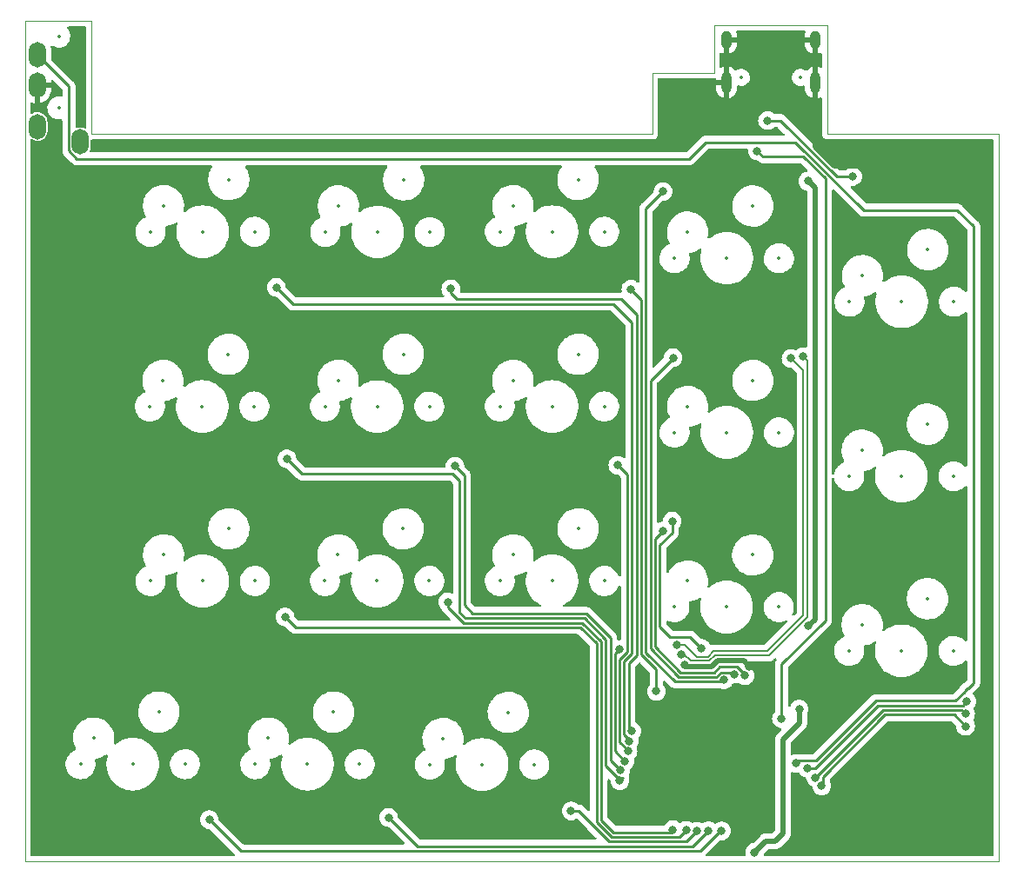
<source format=gtl>
%TF.GenerationSoftware,KiCad,Pcbnew,(6.0.9)*%
%TF.CreationDate,2023-01-09T12:39:33+09:00*%
%TF.ProjectId,split-mini__right,73706c69-742d-46d6-996e-695f5f726967,rev?*%
%TF.SameCoordinates,Original*%
%TF.FileFunction,Copper,L1,Top*%
%TF.FilePolarity,Positive*%
%FSLAX46Y46*%
G04 Gerber Fmt 4.6, Leading zero omitted, Abs format (unit mm)*
G04 Created by KiCad (PCBNEW (6.0.9)) date 2023-01-09 12:39:33*
%MOMM*%
%LPD*%
G01*
G04 APERTURE LIST*
%TA.AperFunction,Profile*%
%ADD10C,0.100000*%
%TD*%
%TA.AperFunction,ComponentPad*%
%ADD11O,1.000000X1.800000*%
%TD*%
%TA.AperFunction,ComponentPad*%
%ADD12O,1.000000X2.100000*%
%TD*%
%TA.AperFunction,ComponentPad*%
%ADD13O,1.700000X2.500000*%
%TD*%
%TA.AperFunction,ViaPad*%
%ADD14C,0.800000*%
%TD*%
%TA.AperFunction,Conductor*%
%ADD15C,0.250000*%
%TD*%
%TA.AperFunction,Conductor*%
%ADD16C,0.500000*%
%TD*%
%TA.AperFunction,Conductor*%
%ADD17C,0.200000*%
%TD*%
%ADD18C,0.350000*%
%ADD19O,0.600000X1.400000*%
%ADD20O,0.600000X1.700000*%
%ADD21O,1.000000X1.500000*%
G04 APERTURE END LIST*
D10*
X90236197Y-19693424D02*
X101236197Y-19693424D01*
X117950000Y-101175000D02*
X23150000Y-101175000D01*
X117950000Y-30325000D02*
X117950000Y-101175000D01*
X23150000Y-101175000D02*
X23150000Y-19325000D01*
X29650000Y-30325000D02*
X84236197Y-30325000D01*
X29650000Y-19325000D02*
X29650000Y-30325000D01*
X84236197Y-30325000D02*
X84236197Y-24325000D01*
X101236197Y-19693424D02*
X101236197Y-30325000D01*
X84236197Y-24325000D02*
X90236197Y-24325000D01*
X90236197Y-24325000D02*
X90236197Y-19693424D01*
X101236197Y-30325000D02*
X117950000Y-30325000D01*
X23150000Y-19325000D02*
X29650000Y-19325000D01*
D11*
%TO.P,J1,S1,SHIELD*%
%TO.N,GND*%
X100070000Y-21110000D03*
D12*
X91430000Y-25290000D03*
X100070000Y-25290000D03*
D11*
X91430000Y-21110000D03*
%TD*%
D13*
%TO.P,J2,A*%
%TO.N,unconnected-(J2-PadA)*%
X28550000Y-31075000D03*
%TO.P,J2,B*%
%TO.N,SCL*%
X24350000Y-22575000D03*
%TO.P,J2,C*%
%TO.N,GND*%
X24350000Y-25575000D03*
%TO.P,J2,D*%
%TO.N,VCC*%
X24350000Y-29575000D03*
%TD*%
D14*
%TO.N,GND*%
X27800000Y-24200000D03*
X108200000Y-32800000D03*
%TO.N,/col15*%
X41100000Y-97100000D03*
X90950000Y-98200000D03*
%TO.N,/col16*%
X58550000Y-96900000D03*
X89675000Y-98175000D03*
%TO.N,/col17*%
X76300000Y-96250000D03*
X88552262Y-98215632D03*
%TO.N,/col10*%
X48475000Y-77350000D03*
X87512500Y-98137500D03*
%TO.N,/col11*%
X86200000Y-98075000D03*
X64300000Y-75900000D03*
%TO.N,/col5*%
X48650000Y-61950000D03*
X81043566Y-93297605D03*
%TO.N,/col6*%
X65000000Y-62675000D03*
X81131794Y-92302005D03*
%TO.N,/col12*%
X80976305Y-80526305D03*
X81556248Y-91397105D03*
%TO.N,/col7*%
X80850000Y-62575000D03*
X81841185Y-90439077D03*
%TO.N,/col0*%
X47625000Y-45250000D03*
X81977407Y-89448901D03*
%TO.N,/col1*%
X64600000Y-45400000D03*
X82200000Y-88474500D03*
%TO.N,/col2*%
X82125000Y-45425000D03*
X84600000Y-84600000D03*
%TO.N,VCC*%
X94175000Y-100275000D03*
X98500000Y-86325000D03*
%TO.N,Net-(C1-Pad1)*%
X86143357Y-68025500D03*
X88975000Y-80400000D03*
%TO.N,/col13*%
X85214500Y-69000000D03*
%TO.N,/col8*%
X86225000Y-52100000D03*
%TO.N,/col3*%
X85250000Y-35900000D03*
%TO.N,/col13*%
X93212500Y-83062500D03*
%TO.N,/col8*%
X92175000Y-82925000D03*
%TO.N,/col3*%
X91175000Y-83475000D03*
%TO.N,SCL*%
X98200000Y-91625000D03*
%TO.N,RESET*%
X96775000Y-87275000D03*
X94425000Y-31950000D03*
%TO.N,/col4*%
X114700000Y-88000000D03*
X100685199Y-93810276D03*
%TO.N,/col9*%
X114700000Y-86800000D03*
X100100000Y-93000000D03*
%TO.N,GND*%
X100050000Y-86950000D03*
X101024799Y-88949799D03*
X87324500Y-82025500D03*
X93643741Y-82160815D03*
%TO.N,VCC*%
X99350000Y-34900000D03*
X99380787Y-78249143D03*
%TO.N,Net-(J1-PadA5)*%
X103700000Y-34450000D03*
X95425000Y-29000000D03*
%TO.N,D-*%
X86625000Y-80074500D03*
X97712500Y-52162500D03*
%TO.N,D+*%
X87056186Y-80976212D03*
X98875000Y-52000000D03*
%TO.N,/col14*%
X99300000Y-92100000D03*
X114825000Y-85600000D03*
%TD*%
D15*
%TO.N,/col2*%
X84600000Y-84600000D02*
X84600000Y-82486396D01*
X84600000Y-82486396D02*
X83125000Y-81011396D01*
X83125000Y-81011396D02*
X83125000Y-46425000D01*
X83125000Y-46425000D02*
X82125000Y-45425000D01*
%TO.N,/col11*%
X64300000Y-75900000D02*
X64300000Y-76411396D01*
X65813604Y-77925000D02*
X77402208Y-77925000D01*
X64300000Y-76411396D02*
X65813604Y-77925000D01*
X77402208Y-77925000D02*
X79225000Y-79747792D01*
X79225000Y-79747792D02*
X79225000Y-97175000D01*
X79225000Y-97175000D02*
X80400000Y-98350000D01*
X80400000Y-98350000D02*
X85925000Y-98350000D01*
X85925000Y-98350000D02*
X86200000Y-98075000D01*
%TO.N,/col9*%
X106675000Y-86425000D02*
X100100000Y-93000000D01*
X114700000Y-86800000D02*
X114325000Y-86425000D01*
X114325000Y-86425000D02*
X106675000Y-86425000D01*
%TO.N,/col4*%
X114700000Y-88000000D02*
X113575000Y-86875000D01*
X113575000Y-86875000D02*
X106861396Y-86875000D01*
X106861396Y-86875000D02*
X100825000Y-92911396D01*
X100825000Y-92911396D02*
X100825000Y-93670475D01*
X100825000Y-93670475D02*
X100685199Y-93810276D01*
D16*
%TO.N,GND*%
X108200000Y-32800000D02*
X107600000Y-33400000D01*
X107600000Y-33400000D02*
X101899568Y-33400000D01*
X101899568Y-33400000D02*
X100070000Y-31570432D01*
X100070000Y-31570432D02*
X100070000Y-25290000D01*
D15*
%TO.N,Net-(J1-PadA5)*%
X95425000Y-29000000D02*
X96686396Y-29000000D01*
X96686396Y-29000000D02*
X102136396Y-34450000D01*
X102136396Y-34450000D02*
X103700000Y-34450000D01*
%TO.N,/col5*%
X81043566Y-93297605D02*
X81314166Y-93027005D01*
X81314166Y-93027005D02*
X80831489Y-93027005D01*
X77588604Y-77475000D02*
X66000000Y-77475000D01*
X80831489Y-93027005D02*
X79675000Y-91870516D01*
X79675000Y-91870516D02*
X79675000Y-79561396D01*
X79675000Y-79561396D02*
X77588604Y-77475000D01*
X65450000Y-64100000D02*
X64775000Y-63425000D01*
X66000000Y-77475000D02*
X65450000Y-76925000D01*
X50125000Y-63425000D02*
X48650000Y-61950000D01*
X65450000Y-76925000D02*
X65450000Y-64100000D01*
X64775000Y-63425000D02*
X50125000Y-63425000D01*
%TO.N,/col15*%
X90950000Y-98200000D02*
X90800000Y-98200000D01*
X90800000Y-98200000D02*
X88850000Y-100150000D01*
X88850000Y-100150000D02*
X44150000Y-100150000D01*
X44150000Y-100150000D02*
X41100000Y-97100000D01*
%TO.N,/col16*%
X89675000Y-98175000D02*
X88150000Y-99700000D01*
X88150000Y-99700000D02*
X61350000Y-99700000D01*
X61350000Y-99700000D02*
X58550000Y-96900000D01*
%TO.N,/col17*%
X88552262Y-98215632D02*
X87517894Y-99250000D01*
X87517894Y-99250000D02*
X80027208Y-99250000D01*
X77050000Y-96250000D02*
X76300000Y-96250000D01*
X80027208Y-99250000D02*
X78325000Y-97547792D01*
X78325000Y-97547792D02*
X78325000Y-97525000D01*
X78325000Y-97525000D02*
X77050000Y-96250000D01*
%TO.N,/col10*%
X87512500Y-98137500D02*
X86850000Y-98800000D01*
X78775000Y-79934188D02*
X77215812Y-78375000D01*
X86850000Y-98800000D02*
X80213604Y-98800000D01*
X80213604Y-98800000D02*
X78775000Y-97361396D01*
X49500000Y-78375000D02*
X48475000Y-77350000D01*
X78775000Y-97361396D02*
X78775000Y-79934188D01*
X77215812Y-78375000D02*
X49500000Y-78375000D01*
%TO.N,/col6*%
X81131794Y-92302005D02*
X80125000Y-91295211D01*
X80125000Y-91295211D02*
X80125000Y-79375000D01*
X80125000Y-79375000D02*
X77775000Y-77025000D01*
X77775000Y-77025000D02*
X66711396Y-77025000D01*
X66711396Y-77025000D02*
X65900000Y-76213604D01*
X65900000Y-76213604D02*
X65900000Y-63575000D01*
X65900000Y-63575000D02*
X65000000Y-62675000D01*
%TO.N,/col12*%
X80976305Y-80526305D02*
X80575000Y-80927610D01*
X80575000Y-90415857D02*
X81556248Y-91397105D01*
X80575000Y-80927610D02*
X80575000Y-90415857D01*
%TO.N,/col7*%
X81841185Y-90439077D02*
X81677102Y-90274994D01*
X81677102Y-90274994D02*
X81677102Y-90173901D01*
X81677102Y-90173901D02*
X81025000Y-89521799D01*
X81025000Y-89521799D02*
X81025000Y-81502208D01*
X81025000Y-81502208D02*
X81775000Y-80752208D01*
X81775000Y-80752208D02*
X81775000Y-63500000D01*
X81775000Y-63500000D02*
X80850000Y-62575000D01*
%TO.N,/col0*%
X81977407Y-89448901D02*
X81977407Y-89277212D01*
X81977407Y-89277212D02*
X81475000Y-88774805D01*
X81475000Y-88774805D02*
X81475000Y-81688604D01*
X81475000Y-81688604D02*
X82225000Y-80938604D01*
X82225000Y-80938604D02*
X82225000Y-48650000D01*
X80425000Y-46850000D02*
X49225000Y-46850000D01*
X82225000Y-48650000D02*
X80425000Y-46850000D01*
X49225000Y-46850000D02*
X47625000Y-45250000D01*
%TO.N,/col1*%
X82200000Y-88474500D02*
X81925000Y-88199500D01*
X81925000Y-88199500D02*
X81925000Y-81875000D01*
X81925000Y-81875000D02*
X82675000Y-81125000D01*
X82675000Y-47875000D02*
X81200000Y-46400000D01*
X82675000Y-81125000D02*
X82675000Y-47875000D01*
X81200000Y-46400000D02*
X65175000Y-46400000D01*
X65175000Y-46400000D02*
X64600000Y-45825000D01*
X64600000Y-45825000D02*
X64600000Y-45400000D01*
%TO.N,/col7*%
X80850000Y-62575000D02*
X80825000Y-62575000D01*
D16*
%TO.N,VCC*%
X94175000Y-100275000D02*
X95250000Y-99200000D01*
X95250000Y-99200000D02*
X96200000Y-99200000D01*
X96200000Y-99200000D02*
X96925000Y-98475000D01*
X96925000Y-98475000D02*
X96925000Y-89300000D01*
X96925000Y-89300000D02*
X98500000Y-87725000D01*
X98500000Y-87725000D02*
X98500000Y-86325000D01*
D15*
%TO.N,Net-(C1-Pad1)*%
X86143357Y-68025500D02*
X86143357Y-69156643D01*
X84925000Y-70375000D02*
X84925000Y-78300000D01*
X86143357Y-69156643D02*
X84925000Y-70375000D01*
X84925000Y-78300000D02*
X85950000Y-79325000D01*
X85950000Y-79325000D02*
X87900000Y-79325000D01*
X87900000Y-79325000D02*
X88975000Y-80400000D01*
%TO.N,/col13*%
X85214500Y-69000000D02*
X84475000Y-69739500D01*
X93212500Y-82937195D02*
X93212500Y-83062500D01*
X84475000Y-69739500D02*
X84475000Y-80263604D01*
X90238299Y-82750000D02*
X90788299Y-82200000D01*
X90788299Y-82200000D02*
X92475305Y-82200000D01*
X92475305Y-82200000D02*
X93212500Y-82937195D01*
X84475000Y-80263604D02*
X86961396Y-82750000D01*
X86961396Y-82750000D02*
X90238299Y-82750000D01*
%TO.N,/col8*%
X86225000Y-52100000D02*
X84025000Y-54300000D01*
X84025000Y-54300000D02*
X84025000Y-80450000D01*
X84025000Y-80450000D02*
X86775000Y-83200000D01*
X86775000Y-83200000D02*
X90424695Y-83200000D01*
X90424695Y-83200000D02*
X90874695Y-82750000D01*
X90874695Y-82750000D02*
X92000000Y-82750000D01*
X92000000Y-82750000D02*
X92175000Y-82925000D01*
%TO.N,/col3*%
X91175000Y-83475000D02*
X91000000Y-83650000D01*
X91000000Y-83650000D02*
X86400000Y-83650000D01*
X86400000Y-83650000D02*
X83575000Y-80825000D01*
X83575000Y-80825000D02*
X83575000Y-37575000D01*
X83575000Y-37575000D02*
X85250000Y-35900000D01*
D17*
%TO.N,D-*%
X86625000Y-80074500D02*
X87399500Y-80074500D01*
X87399500Y-80074500D02*
X88550000Y-81225000D01*
X98900000Y-77175000D02*
X98900000Y-53350000D01*
X98900000Y-53350000D02*
X97712500Y-52162500D01*
X88550000Y-81225000D02*
X89606625Y-81225000D01*
X90156625Y-80675000D02*
X95400000Y-80675000D01*
X89606625Y-81225000D02*
X90156625Y-80675000D01*
X95400000Y-80675000D02*
X98900000Y-77175000D01*
%TO.N,D+*%
X87056186Y-80976212D02*
X87265162Y-80976212D01*
X87265162Y-80976212D02*
X87913950Y-81625000D01*
X87913950Y-81625000D02*
X89772309Y-81625000D01*
X89772309Y-81625000D02*
X90322310Y-81075000D01*
X90322310Y-81075000D02*
X95565686Y-81075000D01*
X95565686Y-81075000D02*
X99300000Y-77340686D01*
X99300000Y-77340686D02*
X99300000Y-52425000D01*
X99300000Y-52425000D02*
X98875000Y-52000000D01*
D16*
%TO.N,GND*%
X90000127Y-82175000D02*
X87474000Y-82175000D01*
X93643741Y-82160815D02*
X93107926Y-81625000D01*
X90550127Y-81625000D02*
X90000127Y-82175000D01*
X93107926Y-81625000D02*
X90550127Y-81625000D01*
X87474000Y-82175000D02*
X87324500Y-82025500D01*
D15*
%TO.N,SCL*%
X115475000Y-83775000D02*
X114925000Y-84325000D01*
X115475000Y-39300000D02*
X115475000Y-83775000D01*
X113900000Y-37725000D02*
X115475000Y-39300000D01*
X104775000Y-37725000D02*
X113900000Y-37725000D01*
X114888604Y-84325000D02*
X114625000Y-84588604D01*
X114925000Y-84325000D02*
X114888604Y-84325000D01*
X98150000Y-31100000D02*
X104775000Y-37725000D01*
X24350000Y-22575000D02*
X27425001Y-25650001D01*
X89400000Y-31100000D02*
X98150000Y-31100000D01*
X87775000Y-32725000D02*
X89400000Y-31100000D01*
X27425001Y-25650001D02*
X27425001Y-31940991D01*
X28209010Y-32725000D02*
X87775000Y-32725000D01*
X27425001Y-31940991D02*
X28209010Y-32725000D01*
X114625000Y-84588604D02*
X114625000Y-84625000D01*
X114625000Y-84625000D02*
X113725000Y-85525000D01*
X113725000Y-85525000D02*
X105963909Y-85525000D01*
X98450000Y-91375000D02*
X98200000Y-91625000D01*
X105963909Y-85525000D02*
X100113909Y-91375000D01*
X100113909Y-91375000D02*
X98450000Y-91375000D01*
%TO.N,/col14*%
X114825000Y-85600000D02*
X114450000Y-85975000D01*
X106150305Y-85975000D02*
X100025305Y-92100000D01*
X100025305Y-92100000D02*
X99300000Y-92100000D01*
X114450000Y-85975000D02*
X106150305Y-85975000D01*
%TO.N,RESET*%
X94425000Y-31950000D02*
X94975000Y-32500000D01*
X94975000Y-32500000D02*
X98913604Y-32500000D01*
X101050000Y-77700000D02*
X96775000Y-81975000D01*
X98913604Y-32500000D02*
X101050000Y-34636396D01*
X101050000Y-34636396D02*
X101050000Y-77700000D01*
X96775000Y-81975000D02*
X96775000Y-87275000D01*
D16*
%TO.N,VCC*%
X99380787Y-78249143D02*
X100025000Y-77604930D01*
X100025000Y-35575000D02*
X99350000Y-34900000D01*
X100025000Y-77604930D02*
X100025000Y-35575000D01*
%TO.N,GND*%
X101024799Y-88949799D02*
X101024799Y-87924799D01*
X101024799Y-87924799D02*
X100050000Y-86950000D01*
X100050000Y-86950000D02*
X100075000Y-86950000D01*
%TD*%
%TA.AperFunction,Conductor*%
%TO.N,GND*%
G36*
X99069589Y-20221926D02*
G01*
X99116082Y-20275582D01*
X99126186Y-20345856D01*
X99121570Y-20366022D01*
X99081120Y-20493538D01*
X99078570Y-20505532D01*
X99062393Y-20649761D01*
X99062000Y-20656785D01*
X99062000Y-20837885D01*
X99066475Y-20853124D01*
X99067865Y-20854329D01*
X99075548Y-20856000D01*
X100198000Y-20856000D01*
X100266121Y-20876002D01*
X100312614Y-20929658D01*
X100324000Y-20982000D01*
X100324000Y-22467924D01*
X100327973Y-22481455D01*
X100335768Y-22482575D01*
X100443521Y-22450862D01*
X100454893Y-22446267D01*
X100543321Y-22400038D01*
X100612957Y-22386203D01*
X100679018Y-22412213D01*
X100720530Y-22469809D01*
X100727697Y-22511699D01*
X100727697Y-23738287D01*
X100707695Y-23806408D01*
X100654039Y-23852901D01*
X100583765Y-23863005D01*
X100541768Y-23849123D01*
X100467924Y-23809196D01*
X100456619Y-23804444D01*
X100341308Y-23768750D01*
X100327205Y-23768544D01*
X100324000Y-23775299D01*
X100324000Y-26797924D01*
X100327973Y-26811455D01*
X100335768Y-26812575D01*
X100443521Y-26780862D01*
X100454893Y-26776267D01*
X100543321Y-26730038D01*
X100612957Y-26716203D01*
X100679018Y-26742213D01*
X100720530Y-26799809D01*
X100727697Y-26841699D01*
X100727697Y-30316377D01*
X100727695Y-30317147D01*
X100727221Y-30394721D01*
X100729688Y-30403352D01*
X100735347Y-30423153D01*
X100738925Y-30439915D01*
X100743117Y-30469187D01*
X100746831Y-30477355D01*
X100746831Y-30477356D01*
X100753745Y-30492562D01*
X100760193Y-30510086D01*
X100767248Y-30534771D01*
X100772040Y-30542365D01*
X100772041Y-30542368D01*
X100783027Y-30559780D01*
X100791166Y-30574863D01*
X100803405Y-30601782D01*
X100809266Y-30608584D01*
X100820167Y-30621235D01*
X100831270Y-30636239D01*
X100844973Y-30657958D01*
X100851698Y-30663897D01*
X100851701Y-30663901D01*
X100867135Y-30677532D01*
X100879179Y-30689724D01*
X100892624Y-30705327D01*
X100892627Y-30705329D01*
X100898484Y-30712127D01*
X100906013Y-30717007D01*
X100906014Y-30717008D01*
X100920032Y-30726094D01*
X100934906Y-30737385D01*
X100947414Y-30748431D01*
X100954148Y-30754378D01*
X100980908Y-30766942D01*
X100995888Y-30775263D01*
X101013180Y-30786471D01*
X101013185Y-30786473D01*
X101020712Y-30791352D01*
X101029305Y-30793922D01*
X101029310Y-30793924D01*
X101045317Y-30798711D01*
X101062761Y-30805372D01*
X101077873Y-30812467D01*
X101077875Y-30812468D01*
X101085997Y-30816281D01*
X101094864Y-30817662D01*
X101094865Y-30817662D01*
X101097550Y-30818080D01*
X101115214Y-30820830D01*
X101131929Y-30824613D01*
X101151663Y-30830515D01*
X101151669Y-30830516D01*
X101160263Y-30833086D01*
X101169234Y-30833141D01*
X101169235Y-30833141D01*
X101179294Y-30833202D01*
X101194703Y-30833296D01*
X101195486Y-30833329D01*
X101196583Y-30833500D01*
X101227574Y-30833500D01*
X101228344Y-30833502D01*
X101301982Y-30833952D01*
X101301983Y-30833952D01*
X101305918Y-30833976D01*
X101307262Y-30833592D01*
X101308607Y-30833500D01*
X117315500Y-30833500D01*
X117383621Y-30853502D01*
X117430114Y-30907158D01*
X117441500Y-30959500D01*
X117441500Y-100540500D01*
X117421498Y-100608621D01*
X117367842Y-100655114D01*
X117315500Y-100666500D01*
X95176471Y-100666500D01*
X95108350Y-100646498D01*
X95061857Y-100592842D01*
X95051753Y-100522568D01*
X95056638Y-100501564D01*
X95064387Y-100477715D01*
X95095125Y-100427556D01*
X95527276Y-99995405D01*
X95589588Y-99961379D01*
X95616371Y-99958500D01*
X96132930Y-99958500D01*
X96151880Y-99959933D01*
X96166115Y-99962099D01*
X96166119Y-99962099D01*
X96173349Y-99963199D01*
X96180641Y-99962606D01*
X96180644Y-99962606D01*
X96226018Y-99958915D01*
X96236233Y-99958500D01*
X96244293Y-99958500D01*
X96257583Y-99956951D01*
X96272507Y-99955211D01*
X96276882Y-99954778D01*
X96342339Y-99949454D01*
X96342342Y-99949453D01*
X96349637Y-99948860D01*
X96356601Y-99946604D01*
X96362560Y-99945413D01*
X96368415Y-99944029D01*
X96375681Y-99943182D01*
X96444327Y-99918265D01*
X96448455Y-99916848D01*
X96510936Y-99896607D01*
X96510938Y-99896606D01*
X96517899Y-99894351D01*
X96524154Y-99890555D01*
X96529628Y-99888049D01*
X96535058Y-99885330D01*
X96541937Y-99882833D01*
X96602976Y-99842814D01*
X96606680Y-99840477D01*
X96669107Y-99802595D01*
X96677484Y-99795197D01*
X96677508Y-99795224D01*
X96680499Y-99792572D01*
X96683733Y-99789868D01*
X96689852Y-99785856D01*
X96743111Y-99729635D01*
X96745488Y-99727193D01*
X97413911Y-99058770D01*
X97428321Y-99046385D01*
X97439926Y-99037844D01*
X97445818Y-99033508D01*
X97480041Y-98993225D01*
X97486971Y-98985709D01*
X97492660Y-98980020D01*
X97494918Y-98977166D01*
X97494927Y-98977156D01*
X97510274Y-98957758D01*
X97513062Y-98954358D01*
X97555595Y-98904293D01*
X97555598Y-98904289D01*
X97560333Y-98898715D01*
X97563660Y-98892200D01*
X97567019Y-98887163D01*
X97570192Y-98882025D01*
X97574734Y-98876284D01*
X97605655Y-98810125D01*
X97607561Y-98806225D01*
X97640769Y-98741192D01*
X97642508Y-98734083D01*
X97644604Y-98728449D01*
X97646523Y-98722679D01*
X97649622Y-98716050D01*
X97664491Y-98644565D01*
X97665461Y-98640282D01*
X97674143Y-98604802D01*
X97682808Y-98569390D01*
X97683500Y-98558236D01*
X97683535Y-98558238D01*
X97683775Y-98554266D01*
X97684152Y-98550045D01*
X97685641Y-98542885D01*
X97683546Y-98465458D01*
X97683500Y-98462050D01*
X97683500Y-92583540D01*
X97703502Y-92515419D01*
X97757158Y-92468926D01*
X97827432Y-92458822D01*
X97860748Y-92468433D01*
X97911677Y-92491108D01*
X97911685Y-92491111D01*
X97917712Y-92493794D01*
X97993428Y-92509888D01*
X98098056Y-92532128D01*
X98098061Y-92532128D01*
X98104513Y-92533500D01*
X98295487Y-92533500D01*
X98301940Y-92532128D01*
X98301944Y-92532128D01*
X98372961Y-92517032D01*
X98389203Y-92513580D01*
X98459994Y-92518982D01*
X98516626Y-92561799D01*
X98524519Y-92573827D01*
X98557658Y-92631226D01*
X98557661Y-92631231D01*
X98560960Y-92636944D01*
X98565378Y-92641851D01*
X98565379Y-92641852D01*
X98638539Y-92723104D01*
X98688747Y-92778866D01*
X98747820Y-92821785D01*
X98829369Y-92881034D01*
X98843248Y-92891118D01*
X98849276Y-92893802D01*
X98849278Y-92893803D01*
X98975320Y-92949920D01*
X99017712Y-92968794D01*
X99024173Y-92970167D01*
X99024178Y-92970169D01*
X99097454Y-92985745D01*
X99159928Y-93019473D01*
X99194249Y-93081622D01*
X99196567Y-93095820D01*
X99203840Y-93165015D01*
X99206458Y-93189928D01*
X99265473Y-93371556D01*
X99360960Y-93536944D01*
X99365378Y-93541851D01*
X99365379Y-93541852D01*
X99484325Y-93673955D01*
X99488747Y-93678866D01*
X99643248Y-93791118D01*
X99649281Y-93793804D01*
X99649286Y-93793807D01*
X99709431Y-93820586D01*
X99763527Y-93866566D01*
X99783492Y-93922521D01*
X99789571Y-93980354D01*
X99791657Y-94000204D01*
X99850672Y-94181832D01*
X99946159Y-94347220D01*
X100073946Y-94489142D01*
X100228447Y-94601394D01*
X100234475Y-94604078D01*
X100234477Y-94604079D01*
X100396880Y-94676385D01*
X100402911Y-94679070D01*
X100496312Y-94698923D01*
X100583255Y-94717404D01*
X100583260Y-94717404D01*
X100589712Y-94718776D01*
X100780686Y-94718776D01*
X100787138Y-94717404D01*
X100787143Y-94717404D01*
X100874086Y-94698923D01*
X100967487Y-94679070D01*
X100973518Y-94676385D01*
X101135921Y-94604079D01*
X101135923Y-94604078D01*
X101141951Y-94601394D01*
X101296452Y-94489142D01*
X101424239Y-94347220D01*
X101519726Y-94181832D01*
X101578741Y-94000204D01*
X101581236Y-93976471D01*
X101598013Y-93816841D01*
X101598703Y-93810276D01*
X101585300Y-93682749D01*
X101579431Y-93626911D01*
X101579431Y-93626909D01*
X101578741Y-93620348D01*
X101519726Y-93438720D01*
X101475381Y-93361912D01*
X101458500Y-93298913D01*
X101458500Y-93225990D01*
X101478502Y-93157869D01*
X101495405Y-93136895D01*
X107086896Y-87545405D01*
X107149208Y-87511379D01*
X107175991Y-87508500D01*
X113260406Y-87508500D01*
X113328527Y-87528502D01*
X113349501Y-87545405D01*
X113752878Y-87948782D01*
X113786904Y-88011094D01*
X113789092Y-88024703D01*
X113795962Y-88090060D01*
X113805236Y-88178298D01*
X113806458Y-88189928D01*
X113865473Y-88371556D01*
X113868776Y-88377278D01*
X113868777Y-88377279D01*
X113897372Y-88426807D01*
X113960960Y-88536944D01*
X113965378Y-88541851D01*
X113965379Y-88541852D01*
X114065907Y-88653500D01*
X114088747Y-88678866D01*
X114243248Y-88791118D01*
X114249276Y-88793802D01*
X114249278Y-88793803D01*
X114366641Y-88846056D01*
X114417712Y-88868794D01*
X114507363Y-88887850D01*
X114598056Y-88907128D01*
X114598061Y-88907128D01*
X114604513Y-88908500D01*
X114795487Y-88908500D01*
X114801939Y-88907128D01*
X114801944Y-88907128D01*
X114892637Y-88887850D01*
X114982288Y-88868794D01*
X115033359Y-88846056D01*
X115150722Y-88793803D01*
X115150724Y-88793802D01*
X115156752Y-88791118D01*
X115311253Y-88678866D01*
X115334093Y-88653500D01*
X115434621Y-88541852D01*
X115434622Y-88541851D01*
X115439040Y-88536944D01*
X115502628Y-88426807D01*
X115531223Y-88377279D01*
X115531224Y-88377278D01*
X115534527Y-88371556D01*
X115593542Y-88189928D01*
X115594765Y-88178298D01*
X115612814Y-88006565D01*
X115613504Y-88000000D01*
X115609936Y-87966050D01*
X115594232Y-87816635D01*
X115594232Y-87816633D01*
X115593542Y-87810072D01*
X115534527Y-87628444D01*
X115528291Y-87617642D01*
X115439040Y-87463056D01*
X115441777Y-87461476D01*
X115422351Y-87407653D01*
X115438178Y-87338443D01*
X115439114Y-87336987D01*
X115439040Y-87336944D01*
X115531223Y-87177279D01*
X115531224Y-87177278D01*
X115534527Y-87171556D01*
X115593542Y-86989928D01*
X115595228Y-86973893D01*
X115612814Y-86806565D01*
X115613504Y-86800000D01*
X115612814Y-86793435D01*
X115594232Y-86616635D01*
X115594232Y-86616633D01*
X115593542Y-86610072D01*
X115534527Y-86428444D01*
X115489285Y-86350082D01*
X115472547Y-86281086D01*
X115495768Y-86213995D01*
X115504758Y-86202783D01*
X115564040Y-86136944D01*
X115644361Y-85997824D01*
X115656223Y-85977279D01*
X115656224Y-85977278D01*
X115659527Y-85971556D01*
X115718542Y-85789928D01*
X115721009Y-85766461D01*
X115737814Y-85606565D01*
X115738504Y-85600000D01*
X115727776Y-85497929D01*
X115719232Y-85416635D01*
X115719232Y-85416633D01*
X115718542Y-85410072D01*
X115659527Y-85228444D01*
X115564040Y-85063056D01*
X115544898Y-85041796D01*
X115440675Y-84926045D01*
X115440674Y-84926044D01*
X115436253Y-84921134D01*
X115430909Y-84917251D01*
X115426002Y-84912833D01*
X115427332Y-84911355D01*
X115389760Y-84862629D01*
X115383686Y-84791893D01*
X115418081Y-84727823D01*
X115867247Y-84278657D01*
X115875537Y-84271113D01*
X115882018Y-84267000D01*
X115928659Y-84217332D01*
X115931413Y-84214491D01*
X115951134Y-84194770D01*
X115953612Y-84191575D01*
X115961318Y-84182553D01*
X115971206Y-84172023D01*
X115991586Y-84150321D01*
X116001346Y-84132568D01*
X116012199Y-84116045D01*
X116019753Y-84106306D01*
X116024613Y-84100041D01*
X116042176Y-84059457D01*
X116047383Y-84048827D01*
X116068695Y-84010060D01*
X116070666Y-84002383D01*
X116070668Y-84002378D01*
X116073732Y-83990442D01*
X116080138Y-83971730D01*
X116085034Y-83960417D01*
X116088181Y-83953145D01*
X116093783Y-83917779D01*
X116095097Y-83909481D01*
X116097504Y-83897860D01*
X116106528Y-83862711D01*
X116106528Y-83862710D01*
X116108500Y-83855030D01*
X116108500Y-83834769D01*
X116110051Y-83815058D01*
X116111979Y-83802885D01*
X116113219Y-83795057D01*
X116109059Y-83751046D01*
X116108500Y-83739189D01*
X116108500Y-39378763D01*
X116109027Y-39367579D01*
X116110701Y-39360091D01*
X116108562Y-39292032D01*
X116108500Y-39288075D01*
X116108500Y-39260144D01*
X116107994Y-39256138D01*
X116107061Y-39244292D01*
X116106264Y-39218905D01*
X116105673Y-39200110D01*
X116100022Y-39180658D01*
X116096014Y-39161306D01*
X116094467Y-39149063D01*
X116093474Y-39141203D01*
X116087394Y-39125846D01*
X116077200Y-39100097D01*
X116073355Y-39088870D01*
X116065448Y-39061655D01*
X116061018Y-39046407D01*
X116056984Y-39039585D01*
X116056981Y-39039579D01*
X116050706Y-39028968D01*
X116042010Y-39011218D01*
X116037472Y-38999756D01*
X116037469Y-38999751D01*
X116034552Y-38992383D01*
X116008573Y-38956625D01*
X116002057Y-38946707D01*
X115984889Y-38917679D01*
X115979542Y-38908637D01*
X115965218Y-38894313D01*
X115952376Y-38879278D01*
X115940472Y-38862893D01*
X115906406Y-38834711D01*
X115897627Y-38826722D01*
X114403652Y-37332747D01*
X114396112Y-37324461D01*
X114392000Y-37317982D01*
X114363934Y-37291626D01*
X114342349Y-37271357D01*
X114339507Y-37268602D01*
X114319770Y-37248865D01*
X114316573Y-37246385D01*
X114307551Y-37238680D01*
X114281100Y-37213841D01*
X114275321Y-37208414D01*
X114268375Y-37204595D01*
X114268372Y-37204593D01*
X114257566Y-37198652D01*
X114241047Y-37187801D01*
X114240583Y-37187441D01*
X114225041Y-37175386D01*
X114217772Y-37172241D01*
X114217768Y-37172238D01*
X114184463Y-37157826D01*
X114173813Y-37152609D01*
X114135060Y-37131305D01*
X114115437Y-37126267D01*
X114096734Y-37119863D01*
X114085420Y-37114967D01*
X114085419Y-37114967D01*
X114078145Y-37111819D01*
X114070322Y-37110580D01*
X114070312Y-37110577D01*
X114034476Y-37104901D01*
X114022856Y-37102495D01*
X113987711Y-37093472D01*
X113987710Y-37093472D01*
X113980030Y-37091500D01*
X113959776Y-37091500D01*
X113940065Y-37089949D01*
X113932666Y-37088777D01*
X113920057Y-37086780D01*
X113912165Y-37087526D01*
X113876039Y-37090941D01*
X113864181Y-37091500D01*
X105089594Y-37091500D01*
X105021473Y-37071498D01*
X105000499Y-37054595D01*
X103519499Y-35573595D01*
X103485473Y-35511283D01*
X103490538Y-35440468D01*
X103533085Y-35383632D01*
X103599605Y-35358821D01*
X103608594Y-35358500D01*
X103795487Y-35358500D01*
X103801939Y-35357128D01*
X103801944Y-35357128D01*
X103888887Y-35338647D01*
X103982288Y-35318794D01*
X103988319Y-35316109D01*
X104150722Y-35243803D01*
X104150724Y-35243802D01*
X104156752Y-35241118D01*
X104311253Y-35128866D01*
X104396769Y-35033891D01*
X104434621Y-34991852D01*
X104434622Y-34991851D01*
X104439040Y-34986944D01*
X104534527Y-34821556D01*
X104593542Y-34639928D01*
X104605074Y-34530212D01*
X104612814Y-34456565D01*
X104613504Y-34450000D01*
X104609942Y-34416107D01*
X104594232Y-34266635D01*
X104594232Y-34266633D01*
X104593542Y-34260072D01*
X104534527Y-34078444D01*
X104439040Y-33913056D01*
X104311253Y-33771134D01*
X104156752Y-33658882D01*
X104150724Y-33656198D01*
X104150722Y-33656197D01*
X103988319Y-33583891D01*
X103988318Y-33583891D01*
X103982288Y-33581206D01*
X103858802Y-33554958D01*
X103801944Y-33542872D01*
X103801939Y-33542872D01*
X103795487Y-33541500D01*
X103604513Y-33541500D01*
X103598061Y-33542872D01*
X103598056Y-33542872D01*
X103541198Y-33554958D01*
X103417712Y-33581206D01*
X103411682Y-33583891D01*
X103411681Y-33583891D01*
X103249278Y-33656197D01*
X103249276Y-33656198D01*
X103243248Y-33658882D01*
X103088747Y-33771134D01*
X103084332Y-33776037D01*
X103079420Y-33780460D01*
X103078295Y-33779211D01*
X103024986Y-33812051D01*
X102991800Y-33816500D01*
X102450990Y-33816500D01*
X102382869Y-33796498D01*
X102361895Y-33779595D01*
X97190048Y-28607747D01*
X97182508Y-28599461D01*
X97178396Y-28592982D01*
X97128744Y-28546356D01*
X97125903Y-28543602D01*
X97106166Y-28523865D01*
X97102969Y-28521385D01*
X97093947Y-28513680D01*
X97061717Y-28483414D01*
X97054771Y-28479595D01*
X97054768Y-28479593D01*
X97043962Y-28473652D01*
X97027443Y-28462801D01*
X97021444Y-28458148D01*
X97011437Y-28450386D01*
X97004168Y-28447241D01*
X97004164Y-28447238D01*
X96970859Y-28432826D01*
X96960209Y-28427609D01*
X96921456Y-28406305D01*
X96901833Y-28401267D01*
X96883130Y-28394863D01*
X96871816Y-28389967D01*
X96871815Y-28389967D01*
X96864541Y-28386819D01*
X96856718Y-28385580D01*
X96856708Y-28385577D01*
X96820872Y-28379901D01*
X96809252Y-28377495D01*
X96774107Y-28368472D01*
X96774106Y-28368472D01*
X96766426Y-28366500D01*
X96746172Y-28366500D01*
X96726461Y-28364949D01*
X96714282Y-28363020D01*
X96706453Y-28361780D01*
X96698561Y-28362526D01*
X96662435Y-28365941D01*
X96650577Y-28366500D01*
X96133200Y-28366500D01*
X96065079Y-28346498D01*
X96045853Y-28330157D01*
X96045580Y-28330460D01*
X96040668Y-28326037D01*
X96036253Y-28321134D01*
X95964381Y-28268916D01*
X95887094Y-28212763D01*
X95887093Y-28212762D01*
X95881752Y-28208882D01*
X95875724Y-28206198D01*
X95875722Y-28206197D01*
X95713319Y-28133891D01*
X95713318Y-28133891D01*
X95707288Y-28131206D01*
X95613888Y-28111353D01*
X95526944Y-28092872D01*
X95526939Y-28092872D01*
X95520487Y-28091500D01*
X95329513Y-28091500D01*
X95323061Y-28092872D01*
X95323056Y-28092872D01*
X95236113Y-28111353D01*
X95142712Y-28131206D01*
X95136682Y-28133891D01*
X95136681Y-28133891D01*
X94974278Y-28206197D01*
X94974276Y-28206198D01*
X94968248Y-28208882D01*
X94813747Y-28321134D01*
X94809326Y-28326044D01*
X94809325Y-28326045D01*
X94700203Y-28447238D01*
X94685960Y-28463056D01*
X94656732Y-28513680D01*
X94603062Y-28606640D01*
X94590473Y-28628444D01*
X94531458Y-28810072D01*
X94530768Y-28816633D01*
X94530768Y-28816635D01*
X94523839Y-28882564D01*
X94511496Y-29000000D01*
X94531458Y-29189928D01*
X94590473Y-29371556D01*
X94685960Y-29536944D01*
X94813747Y-29678866D01*
X94968248Y-29791118D01*
X94974276Y-29793802D01*
X94974278Y-29793803D01*
X95136681Y-29866109D01*
X95142712Y-29868794D01*
X95236112Y-29888647D01*
X95323056Y-29907128D01*
X95323061Y-29907128D01*
X95329513Y-29908500D01*
X95520487Y-29908500D01*
X95526939Y-29907128D01*
X95526944Y-29907128D01*
X95613888Y-29888647D01*
X95707288Y-29868794D01*
X95713319Y-29866109D01*
X95875722Y-29793803D01*
X95875724Y-29793802D01*
X95881752Y-29791118D01*
X95922375Y-29761604D01*
X96030855Y-29682788D01*
X96036253Y-29678866D01*
X96040668Y-29673963D01*
X96045580Y-29669540D01*
X96046705Y-29670789D01*
X96100014Y-29637949D01*
X96133200Y-29633500D01*
X96371802Y-29633500D01*
X96439923Y-29653502D01*
X96460897Y-29670405D01*
X97041897Y-30251405D01*
X97075923Y-30313717D01*
X97070858Y-30384532D01*
X97028311Y-30441368D01*
X96961791Y-30466179D01*
X96952802Y-30466500D01*
X89478767Y-30466500D01*
X89467584Y-30465973D01*
X89460091Y-30464298D01*
X89452165Y-30464547D01*
X89452164Y-30464547D01*
X89392014Y-30466438D01*
X89388055Y-30466500D01*
X89360144Y-30466500D01*
X89356210Y-30466997D01*
X89356209Y-30466997D01*
X89356144Y-30467005D01*
X89344307Y-30467938D01*
X89312049Y-30468952D01*
X89308030Y-30469078D01*
X89300111Y-30469327D01*
X89280657Y-30474979D01*
X89261300Y-30478987D01*
X89249070Y-30480532D01*
X89249069Y-30480532D01*
X89241203Y-30481526D01*
X89233832Y-30484445D01*
X89233830Y-30484445D01*
X89200088Y-30497804D01*
X89188858Y-30501649D01*
X89154017Y-30511771D01*
X89154016Y-30511771D01*
X89146407Y-30513982D01*
X89139588Y-30518015D01*
X89139583Y-30518017D01*
X89128972Y-30524293D01*
X89111224Y-30532988D01*
X89092383Y-30540448D01*
X89085967Y-30545110D01*
X89085966Y-30545110D01*
X89056613Y-30566436D01*
X89046693Y-30572952D01*
X89015465Y-30591420D01*
X89015462Y-30591422D01*
X89008638Y-30595458D01*
X88994317Y-30609779D01*
X88979284Y-30622619D01*
X88962893Y-30634528D01*
X88934728Y-30668573D01*
X88934702Y-30668605D01*
X88926712Y-30677384D01*
X87549500Y-32054595D01*
X87487188Y-32088621D01*
X87460405Y-32091500D01*
X29565207Y-32091500D01*
X29497086Y-32071498D01*
X29450593Y-32017842D01*
X29440489Y-31947568D01*
X29449570Y-31915459D01*
X29506050Y-31784941D01*
X29508586Y-31779081D01*
X29550151Y-31580120D01*
X29550500Y-31573461D01*
X29550500Y-30959715D01*
X29570502Y-30891594D01*
X29624158Y-30845101D01*
X29677269Y-30833717D01*
X29715785Y-30833952D01*
X29715786Y-30833952D01*
X29719721Y-30833976D01*
X29721065Y-30833592D01*
X29722410Y-30833500D01*
X84227574Y-30833500D01*
X84228345Y-30833502D01*
X84305918Y-30833976D01*
X84334349Y-30825850D01*
X84351112Y-30822272D01*
X84351950Y-30822152D01*
X84380384Y-30818080D01*
X84403761Y-30807451D01*
X84421284Y-30801004D01*
X84445968Y-30793949D01*
X84453562Y-30789157D01*
X84453565Y-30789156D01*
X84470977Y-30778170D01*
X84486062Y-30770030D01*
X84512979Y-30757792D01*
X84532432Y-30741030D01*
X84547436Y-30729927D01*
X84569155Y-30716224D01*
X84575094Y-30709499D01*
X84575098Y-30709496D01*
X84588729Y-30694062D01*
X84600921Y-30682018D01*
X84616524Y-30668573D01*
X84616526Y-30668570D01*
X84623324Y-30662713D01*
X84637291Y-30641165D01*
X84648582Y-30626291D01*
X84659628Y-30613783D01*
X84659629Y-30613782D01*
X84665575Y-30607049D01*
X84678140Y-30580287D01*
X84686460Y-30565309D01*
X84697668Y-30548017D01*
X84697670Y-30548012D01*
X84702549Y-30540485D01*
X84705119Y-30531892D01*
X84705121Y-30531887D01*
X84709908Y-30515880D01*
X84716569Y-30498436D01*
X84723664Y-30483324D01*
X84723665Y-30483322D01*
X84727478Y-30475200D01*
X84732027Y-30445983D01*
X84735810Y-30429268D01*
X84741712Y-30409534D01*
X84741713Y-30409528D01*
X84744283Y-30400934D01*
X84744493Y-30366494D01*
X84744526Y-30365711D01*
X84744697Y-30364614D01*
X84744697Y-30333623D01*
X84744699Y-30332853D01*
X84745149Y-30259215D01*
X84745149Y-30259214D01*
X84745173Y-30255279D01*
X84744789Y-30253935D01*
X84744697Y-30252590D01*
X84744697Y-25886657D01*
X90422000Y-25886657D01*
X90422301Y-25892805D01*
X90435812Y-26030603D01*
X90438195Y-26042638D01*
X90491767Y-26220076D01*
X90496441Y-26231416D01*
X90583460Y-26395077D01*
X90590249Y-26405294D01*
X90707397Y-26548933D01*
X90716041Y-26557637D01*
X90858856Y-26675784D01*
X90869027Y-26682644D01*
X91032076Y-26770804D01*
X91043381Y-26775556D01*
X91158692Y-26811250D01*
X91172795Y-26811456D01*
X91176000Y-26804701D01*
X91176000Y-26797924D01*
X91684000Y-26797924D01*
X91687973Y-26811455D01*
X91695768Y-26812575D01*
X91803521Y-26780862D01*
X91814889Y-26776269D01*
X91979154Y-26690393D01*
X91989415Y-26683679D01*
X92133873Y-26567532D01*
X92142632Y-26558954D01*
X92261778Y-26416961D01*
X92268708Y-26406841D01*
X92358002Y-26244415D01*
X92362834Y-26233142D01*
X92418880Y-26056462D01*
X92421430Y-26044468D01*
X92437607Y-25900239D01*
X92438000Y-25893215D01*
X92438000Y-25707026D01*
X92458002Y-25638905D01*
X92511658Y-25592412D01*
X92581932Y-25582308D01*
X92591486Y-25584061D01*
X92761494Y-25622062D01*
X92761501Y-25622063D01*
X92766543Y-25623190D01*
X92772088Y-25623500D01*
X92905244Y-25623500D01*
X93040037Y-25608857D01*
X93178927Y-25562115D01*
X93205204Y-25553272D01*
X93205206Y-25553271D01*
X93211675Y-25551094D01*
X93366905Y-25457823D01*
X93371862Y-25453135D01*
X93371865Y-25453133D01*
X93493527Y-25338082D01*
X93493529Y-25338080D01*
X93498485Y-25333393D01*
X93502317Y-25327755D01*
X93502320Y-25327751D01*
X93596442Y-25189255D01*
X93600277Y-25183612D01*
X93667530Y-25015466D01*
X93668644Y-25008738D01*
X93668645Y-25008734D01*
X93695993Y-24843539D01*
X93695993Y-24843536D01*
X93697108Y-24836802D01*
X93696411Y-24823490D01*
X93692203Y-24743198D01*
X97802892Y-24743198D01*
X97803249Y-24750015D01*
X97803249Y-24750019D01*
X97808151Y-24843539D01*
X97812370Y-24924047D01*
X97814181Y-24930620D01*
X97814181Y-24930623D01*
X97843207Y-25036000D01*
X97860461Y-25098641D01*
X97944922Y-25258836D01*
X97949327Y-25264049D01*
X97949330Y-25264053D01*
X98057406Y-25391943D01*
X98057410Y-25391947D01*
X98061813Y-25397157D01*
X98067237Y-25401304D01*
X98067238Y-25401305D01*
X98200257Y-25503006D01*
X98200261Y-25503009D01*
X98205678Y-25507150D01*
X98288287Y-25545671D01*
X98363631Y-25580805D01*
X98363634Y-25580806D01*
X98369808Y-25583685D01*
X98376456Y-25585171D01*
X98376459Y-25585172D01*
X98472686Y-25606681D01*
X98546543Y-25623190D01*
X98552088Y-25623500D01*
X98685244Y-25623500D01*
X98820037Y-25608857D01*
X98826501Y-25606682D01*
X98826504Y-25606681D01*
X98893716Y-25584061D01*
X98895811Y-25583356D01*
X98966753Y-25580586D01*
X99027932Y-25616609D01*
X99059923Y-25679990D01*
X99062000Y-25702775D01*
X99062000Y-25886657D01*
X99062301Y-25892805D01*
X99075812Y-26030603D01*
X99078195Y-26042638D01*
X99131767Y-26220076D01*
X99136441Y-26231416D01*
X99223460Y-26395077D01*
X99230249Y-26405294D01*
X99347397Y-26548933D01*
X99356041Y-26557637D01*
X99498856Y-26675784D01*
X99509027Y-26682644D01*
X99672076Y-26770804D01*
X99683381Y-26775556D01*
X99798692Y-26811250D01*
X99812795Y-26811456D01*
X99816000Y-26804701D01*
X99816000Y-23782076D01*
X99812027Y-23768545D01*
X99804232Y-23767425D01*
X99696479Y-23799138D01*
X99685111Y-23803731D01*
X99520846Y-23889607D01*
X99510585Y-23896321D01*
X99366127Y-24012468D01*
X99357366Y-24021047D01*
X99297664Y-24092197D01*
X99238555Y-24131523D01*
X99167567Y-24132649D01*
X99124614Y-24111301D01*
X99079743Y-24076994D01*
X99079739Y-24076991D01*
X99074322Y-24072850D01*
X98953889Y-24016691D01*
X98916369Y-23999195D01*
X98916366Y-23999194D01*
X98910192Y-23996315D01*
X98903544Y-23994829D01*
X98903541Y-23994828D01*
X98738494Y-23957936D01*
X98738495Y-23957936D01*
X98733457Y-23956810D01*
X98727912Y-23956500D01*
X98594756Y-23956500D01*
X98459963Y-23971143D01*
X98376609Y-23999195D01*
X98294796Y-24026728D01*
X98294794Y-24026729D01*
X98288325Y-24028906D01*
X98133095Y-24122177D01*
X98128138Y-24126865D01*
X98128135Y-24126867D01*
X98006473Y-24241918D01*
X98001515Y-24246607D01*
X97997683Y-24252245D01*
X97997680Y-24252249D01*
X97921317Y-24364614D01*
X97899723Y-24396388D01*
X97832470Y-24564534D01*
X97831356Y-24571262D01*
X97831355Y-24571266D01*
X97804262Y-24734920D01*
X97802892Y-24743198D01*
X93692203Y-24743198D01*
X93687987Y-24662766D01*
X93687630Y-24655953D01*
X93664647Y-24572511D01*
X93641352Y-24487941D01*
X93639539Y-24481359D01*
X93555078Y-24321164D01*
X93550673Y-24315951D01*
X93550670Y-24315947D01*
X93442594Y-24188057D01*
X93442590Y-24188053D01*
X93438187Y-24182843D01*
X93432762Y-24178695D01*
X93299743Y-24076994D01*
X93299739Y-24076991D01*
X93294322Y-24072850D01*
X93173889Y-24016691D01*
X93136369Y-23999195D01*
X93136366Y-23999194D01*
X93130192Y-23996315D01*
X93123544Y-23994829D01*
X93123541Y-23994828D01*
X92958494Y-23957936D01*
X92958495Y-23957936D01*
X92953457Y-23956810D01*
X92947912Y-23956500D01*
X92814756Y-23956500D01*
X92679963Y-23971143D01*
X92596609Y-23999195D01*
X92514796Y-24026728D01*
X92514794Y-24026729D01*
X92508325Y-24028906D01*
X92361962Y-24116849D01*
X92293273Y-24134788D01*
X92225786Y-24112741D01*
X92199428Y-24088481D01*
X92152603Y-24031067D01*
X92143959Y-24022363D01*
X92001144Y-23904216D01*
X91990973Y-23897356D01*
X91827924Y-23809196D01*
X91816619Y-23804444D01*
X91701308Y-23768750D01*
X91687205Y-23768544D01*
X91684000Y-23775299D01*
X91684000Y-26797924D01*
X91176000Y-26797924D01*
X91176000Y-25562115D01*
X91171525Y-25546876D01*
X91170135Y-25545671D01*
X91162452Y-25544000D01*
X90440115Y-25544000D01*
X90424876Y-25548475D01*
X90423671Y-25549865D01*
X90422000Y-25557548D01*
X90422000Y-25886657D01*
X84744697Y-25886657D01*
X84744697Y-24959500D01*
X84764699Y-24891379D01*
X84818355Y-24844886D01*
X84870697Y-24833500D01*
X90227574Y-24833500D01*
X90228345Y-24833502D01*
X90296770Y-24833920D01*
X90364767Y-24854338D01*
X90410931Y-24908277D01*
X90422000Y-24959918D01*
X90422000Y-25017885D01*
X90426475Y-25033124D01*
X90427865Y-25034329D01*
X90435548Y-25036000D01*
X91157885Y-25036000D01*
X91173124Y-25031525D01*
X91174329Y-25030135D01*
X91176000Y-25022452D01*
X91176000Y-23782076D01*
X91172027Y-23768545D01*
X91164232Y-23767425D01*
X91056479Y-23799138D01*
X91045115Y-23803729D01*
X90929073Y-23864395D01*
X90859437Y-23878229D01*
X90793376Y-23852219D01*
X90751864Y-23794623D01*
X90744697Y-23752733D01*
X90744697Y-22496787D01*
X90764699Y-22428666D01*
X90818355Y-22382173D01*
X90888629Y-22372069D01*
X90930625Y-22385951D01*
X91032071Y-22440802D01*
X91043381Y-22445556D01*
X91158692Y-22481250D01*
X91172795Y-22481456D01*
X91176000Y-22474701D01*
X91176000Y-22467924D01*
X91684000Y-22467924D01*
X91687973Y-22481455D01*
X91695768Y-22482575D01*
X91803521Y-22450862D01*
X91814889Y-22446269D01*
X91979154Y-22360393D01*
X91989415Y-22353679D01*
X92133873Y-22237532D01*
X92142632Y-22228954D01*
X92261778Y-22086961D01*
X92268708Y-22076841D01*
X92358002Y-21914415D01*
X92362834Y-21903142D01*
X92418880Y-21726462D01*
X92421430Y-21714468D01*
X92437607Y-21570239D01*
X92438000Y-21563215D01*
X92438000Y-21556657D01*
X99062000Y-21556657D01*
X99062301Y-21562805D01*
X99075812Y-21700603D01*
X99078195Y-21712638D01*
X99131767Y-21890076D01*
X99136441Y-21901416D01*
X99223460Y-22065077D01*
X99230249Y-22075294D01*
X99347397Y-22218933D01*
X99356041Y-22227637D01*
X99498856Y-22345784D01*
X99509027Y-22352644D01*
X99672076Y-22440804D01*
X99683381Y-22445556D01*
X99798692Y-22481250D01*
X99812795Y-22481456D01*
X99816000Y-22474701D01*
X99816000Y-21382115D01*
X99811525Y-21366876D01*
X99810135Y-21365671D01*
X99802452Y-21364000D01*
X99080115Y-21364000D01*
X99064876Y-21368475D01*
X99063671Y-21369865D01*
X99062000Y-21377548D01*
X99062000Y-21556657D01*
X92438000Y-21556657D01*
X92438000Y-21382115D01*
X92433525Y-21366876D01*
X92432135Y-21365671D01*
X92424452Y-21364000D01*
X91702115Y-21364000D01*
X91686876Y-21368475D01*
X91685671Y-21369865D01*
X91684000Y-21377548D01*
X91684000Y-22467924D01*
X91176000Y-22467924D01*
X91176000Y-20982000D01*
X91196002Y-20913879D01*
X91249658Y-20867386D01*
X91302000Y-20856000D01*
X92419885Y-20856000D01*
X92435124Y-20851525D01*
X92436329Y-20850135D01*
X92438000Y-20842452D01*
X92438000Y-20663343D01*
X92437699Y-20657195D01*
X92424188Y-20519397D01*
X92421806Y-20507365D01*
X92378624Y-20364343D01*
X92378083Y-20293348D01*
X92416010Y-20233331D01*
X92480364Y-20203347D01*
X92499246Y-20201924D01*
X99001468Y-20201924D01*
X99069589Y-20221926D01*
G37*
%TD.AperFunction*%
%TA.AperFunction,Conductor*%
G36*
X96219302Y-81386099D02*
G01*
X96276138Y-81428646D01*
X96300949Y-81495166D01*
X96285858Y-81564540D01*
X96267120Y-81590408D01*
X96263841Y-81593899D01*
X96263838Y-81593903D01*
X96258414Y-81599679D01*
X96254595Y-81606625D01*
X96254593Y-81606628D01*
X96248652Y-81617434D01*
X96237801Y-81633953D01*
X96225386Y-81649959D01*
X96222241Y-81657228D01*
X96222238Y-81657232D01*
X96207826Y-81690537D01*
X96202609Y-81701187D01*
X96181305Y-81739940D01*
X96179334Y-81747615D01*
X96179334Y-81747616D01*
X96176267Y-81759562D01*
X96169863Y-81778266D01*
X96167477Y-81783781D01*
X96161819Y-81796855D01*
X96160580Y-81804678D01*
X96160577Y-81804688D01*
X96154901Y-81840524D01*
X96152495Y-81852144D01*
X96144134Y-81884712D01*
X96141500Y-81894970D01*
X96141500Y-81915224D01*
X96139949Y-81934934D01*
X96136780Y-81954943D01*
X96137526Y-81962835D01*
X96140941Y-81998961D01*
X96141500Y-82010819D01*
X96141500Y-86572476D01*
X96121498Y-86640597D01*
X96109142Y-86656779D01*
X96035960Y-86738056D01*
X95940473Y-86903444D01*
X95881458Y-87085072D01*
X95880768Y-87091633D01*
X95880768Y-87091635D01*
X95864167Y-87249591D01*
X95861496Y-87275000D01*
X95862186Y-87281565D01*
X95880156Y-87452536D01*
X95881458Y-87464928D01*
X95940473Y-87646556D01*
X95943776Y-87652278D01*
X95943777Y-87652279D01*
X95963975Y-87687263D01*
X96035960Y-87811944D01*
X96040378Y-87816851D01*
X96040379Y-87816852D01*
X96133636Y-87920424D01*
X96163747Y-87953866D01*
X96205325Y-87984074D01*
X96304632Y-88056225D01*
X96318248Y-88066118D01*
X96324276Y-88068802D01*
X96324278Y-88068803D01*
X96476978Y-88136789D01*
X96492712Y-88143794D01*
X96679513Y-88183500D01*
X96680979Y-88183500D01*
X96744873Y-88209790D01*
X96785502Y-88268012D01*
X96788203Y-88338957D01*
X96755139Y-88397180D01*
X96436089Y-88716230D01*
X96421677Y-88728616D01*
X96410082Y-88737149D01*
X96410077Y-88737154D01*
X96404182Y-88741492D01*
X96399443Y-88747070D01*
X96399440Y-88747073D01*
X96369965Y-88781768D01*
X96363035Y-88789284D01*
X96357340Y-88794979D01*
X96355060Y-88797861D01*
X96339719Y-88817251D01*
X96336928Y-88820655D01*
X96294409Y-88870703D01*
X96289667Y-88876285D01*
X96286339Y-88882801D01*
X96282972Y-88887850D01*
X96279805Y-88892979D01*
X96275266Y-88898716D01*
X96244345Y-88964875D01*
X96242442Y-88968769D01*
X96209231Y-89033808D01*
X96207492Y-89040916D01*
X96205393Y-89046559D01*
X96203476Y-89052322D01*
X96200378Y-89058950D01*
X96198888Y-89066112D01*
X96198888Y-89066113D01*
X96185514Y-89130412D01*
X96184544Y-89134696D01*
X96167192Y-89205610D01*
X96166500Y-89216764D01*
X96166464Y-89216762D01*
X96166225Y-89220755D01*
X96165851Y-89224947D01*
X96164360Y-89232115D01*
X96164558Y-89239432D01*
X96166454Y-89309521D01*
X96166500Y-89312928D01*
X96166500Y-98108629D01*
X96146498Y-98176750D01*
X96129595Y-98197724D01*
X95922724Y-98404595D01*
X95860412Y-98438621D01*
X95833629Y-98441500D01*
X95317070Y-98441500D01*
X95298120Y-98440067D01*
X95283885Y-98437901D01*
X95283881Y-98437901D01*
X95276651Y-98436801D01*
X95269359Y-98437394D01*
X95269356Y-98437394D01*
X95223982Y-98441085D01*
X95213767Y-98441500D01*
X95205707Y-98441500D01*
X95202073Y-98441924D01*
X95202067Y-98441924D01*
X95189042Y-98443443D01*
X95177480Y-98444791D01*
X95173132Y-98445221D01*
X95151059Y-98447016D01*
X95107662Y-98450546D01*
X95107659Y-98450547D01*
X95100364Y-98451140D01*
X95093400Y-98453396D01*
X95087461Y-98454583D01*
X95081590Y-98455970D01*
X95074319Y-98456818D01*
X95067443Y-98459314D01*
X95067434Y-98459316D01*
X95005702Y-98481725D01*
X95001598Y-98483135D01*
X94932101Y-98505648D01*
X94925846Y-98509444D01*
X94920387Y-98511943D01*
X94914939Y-98514671D01*
X94908063Y-98517167D01*
X94847010Y-98557195D01*
X94843337Y-98559513D01*
X94780893Y-98597405D01*
X94772517Y-98604802D01*
X94772493Y-98604775D01*
X94769499Y-98607430D01*
X94766268Y-98610132D01*
X94760148Y-98614144D01*
X94755116Y-98619456D01*
X94706872Y-98670383D01*
X94704494Y-98672825D01*
X94018669Y-99358650D01*
X93955772Y-99392801D01*
X93899176Y-99404831D01*
X93899167Y-99404834D01*
X93892712Y-99406206D01*
X93886682Y-99408891D01*
X93886681Y-99408891D01*
X93724278Y-99481197D01*
X93724276Y-99481198D01*
X93718248Y-99483882D01*
X93712907Y-99487762D01*
X93712906Y-99487763D01*
X93673795Y-99516179D01*
X93563747Y-99596134D01*
X93435960Y-99738056D01*
X93340473Y-99903444D01*
X93281458Y-100085072D01*
X93261496Y-100275000D01*
X93262186Y-100281565D01*
X93280729Y-100457988D01*
X93281458Y-100464928D01*
X93283497Y-100471202D01*
X93293362Y-100501563D01*
X93295390Y-100572531D01*
X93258728Y-100633329D01*
X93195016Y-100664654D01*
X93173529Y-100666500D01*
X89533594Y-100666500D01*
X89465473Y-100646498D01*
X89418980Y-100592842D01*
X89408876Y-100522568D01*
X89438370Y-100457988D01*
X89444499Y-100451405D01*
X90751918Y-99143986D01*
X90814230Y-99109960D01*
X90851719Y-99107906D01*
X90854513Y-99108500D01*
X91045487Y-99108500D01*
X91051939Y-99107128D01*
X91051944Y-99107128D01*
X91138887Y-99088647D01*
X91232288Y-99068794D01*
X91238319Y-99066109D01*
X91400722Y-98993803D01*
X91400724Y-98993802D01*
X91406752Y-98991118D01*
X91418471Y-98982604D01*
X91549833Y-98887163D01*
X91561253Y-98878866D01*
X91623101Y-98810177D01*
X91684621Y-98741852D01*
X91684622Y-98741851D01*
X91689040Y-98736944D01*
X91784527Y-98571556D01*
X91843542Y-98389928D01*
X91863504Y-98200000D01*
X91844699Y-98021080D01*
X91844232Y-98016635D01*
X91844232Y-98016633D01*
X91843542Y-98010072D01*
X91784527Y-97828444D01*
X91689040Y-97663056D01*
X91572071Y-97533148D01*
X91565675Y-97526045D01*
X91565674Y-97526044D01*
X91561253Y-97521134D01*
X91406752Y-97408882D01*
X91400724Y-97406198D01*
X91400722Y-97406197D01*
X91238319Y-97333891D01*
X91238318Y-97333891D01*
X91232288Y-97331206D01*
X91125484Y-97308504D01*
X91051944Y-97292872D01*
X91051939Y-97292872D01*
X91045487Y-97291500D01*
X90854513Y-97291500D01*
X90848061Y-97292872D01*
X90848056Y-97292872D01*
X90774516Y-97308504D01*
X90667712Y-97331206D01*
X90661682Y-97333891D01*
X90661681Y-97333891D01*
X90499278Y-97406197D01*
X90499276Y-97406198D01*
X90493248Y-97408882D01*
X90487907Y-97412762D01*
X90487906Y-97412763D01*
X90403766Y-97473895D01*
X90336899Y-97497753D01*
X90267747Y-97481673D01*
X90255644Y-97473895D01*
X90137094Y-97387763D01*
X90137093Y-97387762D01*
X90131752Y-97383882D01*
X90125724Y-97381198D01*
X90125722Y-97381197D01*
X89963319Y-97308891D01*
X89963318Y-97308891D01*
X89957288Y-97306206D01*
X89863887Y-97286353D01*
X89776944Y-97267872D01*
X89776939Y-97267872D01*
X89770487Y-97266500D01*
X89579513Y-97266500D01*
X89573061Y-97267872D01*
X89573056Y-97267872D01*
X89486113Y-97286353D01*
X89392712Y-97306206D01*
X89386682Y-97308891D01*
X89386681Y-97308891D01*
X89224278Y-97381197D01*
X89224276Y-97381198D01*
X89218248Y-97383882D01*
X89212907Y-97387762D01*
X89212906Y-97387763D01*
X89159730Y-97426398D01*
X89092862Y-97450256D01*
X89023711Y-97434176D01*
X89017889Y-97430435D01*
X89014355Y-97428395D01*
X89009014Y-97424514D01*
X89002986Y-97421830D01*
X89002984Y-97421829D01*
X88840581Y-97349523D01*
X88840580Y-97349523D01*
X88834550Y-97346838D01*
X88741149Y-97326985D01*
X88654206Y-97308504D01*
X88654201Y-97308504D01*
X88647749Y-97307132D01*
X88456775Y-97307132D01*
X88450323Y-97308504D01*
X88450318Y-97308504D01*
X88363375Y-97326985D01*
X88269974Y-97346838D01*
X88178055Y-97387763D01*
X88150361Y-97400093D01*
X88079994Y-97409527D01*
X88025051Y-97386922D01*
X87974594Y-97350263D01*
X87974593Y-97350262D01*
X87969252Y-97346382D01*
X87963224Y-97343698D01*
X87963222Y-97343697D01*
X87800819Y-97271391D01*
X87800818Y-97271391D01*
X87794788Y-97268706D01*
X87701387Y-97248853D01*
X87614444Y-97230372D01*
X87614439Y-97230372D01*
X87607987Y-97229000D01*
X87417013Y-97229000D01*
X87410561Y-97230372D01*
X87410556Y-97230372D01*
X87323613Y-97248853D01*
X87230212Y-97268706D01*
X87224182Y-97271391D01*
X87224181Y-97271391D01*
X87061778Y-97343697D01*
X87061776Y-97343698D01*
X87055748Y-97346382D01*
X87050407Y-97350262D01*
X87050406Y-97350263D01*
X86971832Y-97407350D01*
X86904964Y-97431209D01*
X86835812Y-97415128D01*
X86814647Y-97399903D01*
X86811253Y-97396134D01*
X86685590Y-97304834D01*
X86662094Y-97287763D01*
X86662093Y-97287762D01*
X86656752Y-97283882D01*
X86650724Y-97281198D01*
X86650722Y-97281197D01*
X86488319Y-97208891D01*
X86488318Y-97208891D01*
X86482288Y-97206206D01*
X86388887Y-97186353D01*
X86301944Y-97167872D01*
X86301939Y-97167872D01*
X86295487Y-97166500D01*
X86104513Y-97166500D01*
X86098061Y-97167872D01*
X86098056Y-97167872D01*
X86011113Y-97186353D01*
X85917712Y-97206206D01*
X85911682Y-97208891D01*
X85911681Y-97208891D01*
X85749278Y-97281197D01*
X85749276Y-97281198D01*
X85743248Y-97283882D01*
X85737907Y-97287762D01*
X85737906Y-97287763D01*
X85714410Y-97304834D01*
X85588747Y-97396134D01*
X85584326Y-97401044D01*
X85584325Y-97401045D01*
X85476197Y-97521134D01*
X85460960Y-97538056D01*
X85422720Y-97604289D01*
X85394308Y-97653500D01*
X85342925Y-97702493D01*
X85285189Y-97716500D01*
X80714595Y-97716500D01*
X80646474Y-97696498D01*
X80625499Y-97679595D01*
X79895404Y-96949499D01*
X79861379Y-96887187D01*
X79858500Y-96860404D01*
X79858500Y-93254110D01*
X79878502Y-93185989D01*
X79932158Y-93139496D01*
X80002432Y-93129392D01*
X80067012Y-93158886D01*
X80073595Y-93165015D01*
X80094805Y-93186225D01*
X80128831Y-93248537D01*
X80131020Y-93288491D01*
X80130062Y-93297605D01*
X80130752Y-93304170D01*
X80144894Y-93438720D01*
X80150024Y-93487533D01*
X80209039Y-93669161D01*
X80304526Y-93834549D01*
X80308944Y-93839456D01*
X80308945Y-93839457D01*
X80406814Y-93948152D01*
X80432313Y-93976471D01*
X80473621Y-94006483D01*
X80581364Y-94084763D01*
X80586814Y-94088723D01*
X80592842Y-94091407D01*
X80592844Y-94091408D01*
X80755247Y-94163714D01*
X80761278Y-94166399D01*
X80854679Y-94186252D01*
X80941622Y-94204733D01*
X80941627Y-94204733D01*
X80948079Y-94206105D01*
X81139053Y-94206105D01*
X81145505Y-94204733D01*
X81145510Y-94204733D01*
X81232453Y-94186252D01*
X81325854Y-94166399D01*
X81331885Y-94163714D01*
X81494288Y-94091408D01*
X81494290Y-94091407D01*
X81500318Y-94088723D01*
X81505769Y-94084763D01*
X81613511Y-94006483D01*
X81654819Y-93976471D01*
X81680318Y-93948152D01*
X81778187Y-93839457D01*
X81778188Y-93839456D01*
X81782606Y-93834549D01*
X81878093Y-93669161D01*
X81937108Y-93487533D01*
X81942239Y-93438720D01*
X81956380Y-93304170D01*
X81957070Y-93297605D01*
X81945339Y-93185989D01*
X81941395Y-93148461D01*
X81942937Y-93111682D01*
X81949954Y-93074894D01*
X81951441Y-93067099D01*
X81950959Y-93059438D01*
X81951024Y-93058847D01*
X81951195Y-93055225D01*
X81951186Y-93054638D01*
X81952386Y-93047062D01*
X81945972Y-92979217D01*
X81945665Y-92975301D01*
X81945627Y-92974685D01*
X81941391Y-92907355D01*
X81939019Y-92900057D01*
X81938937Y-92899477D01*
X81938198Y-92895911D01*
X81938045Y-92895350D01*
X81937323Y-92887713D01*
X81920784Y-92841773D01*
X81916530Y-92770905D01*
X81930217Y-92736095D01*
X81963017Y-92679284D01*
X81963018Y-92679283D01*
X81966321Y-92673561D01*
X82025336Y-92491933D01*
X82026605Y-92479864D01*
X82044608Y-92308570D01*
X82045298Y-92302005D01*
X82039500Y-92246842D01*
X82052272Y-92177004D01*
X82090749Y-92131735D01*
X82136018Y-92098845D01*
X82167501Y-92075971D01*
X82171923Y-92071060D01*
X82290869Y-91938957D01*
X82290870Y-91938956D01*
X82295288Y-91934049D01*
X82390775Y-91768661D01*
X82449790Y-91587033D01*
X82452208Y-91564033D01*
X82469062Y-91403670D01*
X82469752Y-91397105D01*
X82449790Y-91207177D01*
X82447748Y-91200893D01*
X82447728Y-91200798D01*
X82453128Y-91130007D01*
X82477335Y-91090292D01*
X82580225Y-90976021D01*
X82675712Y-90810633D01*
X82734727Y-90629005D01*
X82738699Y-90591219D01*
X82753999Y-90445642D01*
X82754689Y-90439077D01*
X82742026Y-90318591D01*
X82735417Y-90255712D01*
X82735417Y-90255710D01*
X82734727Y-90249149D01*
X82689493Y-90109933D01*
X82687466Y-90038965D01*
X82709914Y-89997380D01*
X82708146Y-89996096D01*
X82712028Y-89990753D01*
X82716447Y-89985845D01*
X82741073Y-89943193D01*
X82808630Y-89826180D01*
X82808631Y-89826179D01*
X82811934Y-89820457D01*
X82870949Y-89638829D01*
X82872029Y-89628559D01*
X82890221Y-89455466D01*
X82890911Y-89448901D01*
X82883122Y-89374788D01*
X82871640Y-89265543D01*
X82871639Y-89265539D01*
X82870949Y-89258973D01*
X82868909Y-89252695D01*
X82868908Y-89252690D01*
X82852384Y-89201837D01*
X82850356Y-89130869D01*
X82878579Y-89078593D01*
X82939040Y-89011444D01*
X83021399Y-88868794D01*
X83031223Y-88851779D01*
X83031224Y-88851778D01*
X83034527Y-88846056D01*
X83093542Y-88664428D01*
X83096235Y-88638811D01*
X83112814Y-88481065D01*
X83113504Y-88474500D01*
X83105435Y-88397731D01*
X83094232Y-88291135D01*
X83094232Y-88291133D01*
X83093542Y-88284572D01*
X83034527Y-88102944D01*
X83027089Y-88090060D01*
X82950698Y-87957749D01*
X82939040Y-87937556D01*
X82900352Y-87894588D01*
X82815675Y-87800545D01*
X82815674Y-87800544D01*
X82811253Y-87795634D01*
X82656752Y-87683382D01*
X82650715Y-87680694D01*
X82633251Y-87672918D01*
X82579155Y-87626938D01*
X82558500Y-87557812D01*
X82558500Y-82189594D01*
X82578502Y-82121473D01*
X82595405Y-82100499D01*
X82867707Y-81828197D01*
X82930019Y-81794171D01*
X83000834Y-81799236D01*
X83045895Y-81828195D01*
X83929597Y-82711898D01*
X83963621Y-82774208D01*
X83966500Y-82800991D01*
X83966500Y-83897476D01*
X83946498Y-83965597D01*
X83934142Y-83981779D01*
X83860960Y-84063056D01*
X83811366Y-84148955D01*
X83770620Y-84219530D01*
X83765473Y-84228444D01*
X83706458Y-84410072D01*
X83686496Y-84600000D01*
X83687186Y-84606565D01*
X83705326Y-84779154D01*
X83706458Y-84789928D01*
X83765473Y-84971556D01*
X83768776Y-84977278D01*
X83768777Y-84977279D01*
X83789856Y-85013789D01*
X83860960Y-85136944D01*
X83865378Y-85141851D01*
X83865379Y-85141852D01*
X83983257Y-85272769D01*
X83988747Y-85278866D01*
X84014765Y-85297769D01*
X84124026Y-85377152D01*
X84143248Y-85391118D01*
X84149276Y-85393802D01*
X84149278Y-85393803D01*
X84295469Y-85458891D01*
X84317712Y-85468794D01*
X84411112Y-85488647D01*
X84498056Y-85507128D01*
X84498061Y-85507128D01*
X84504513Y-85508500D01*
X84695487Y-85508500D01*
X84701939Y-85507128D01*
X84701944Y-85507128D01*
X84788888Y-85488647D01*
X84882288Y-85468794D01*
X84904531Y-85458891D01*
X85050722Y-85393803D01*
X85050724Y-85393802D01*
X85056752Y-85391118D01*
X85075975Y-85377152D01*
X85185235Y-85297769D01*
X85211253Y-85278866D01*
X85216743Y-85272769D01*
X85334621Y-85141852D01*
X85334622Y-85141851D01*
X85339040Y-85136944D01*
X85410144Y-85013789D01*
X85431223Y-84977279D01*
X85431224Y-84977278D01*
X85434527Y-84971556D01*
X85493542Y-84789928D01*
X85494675Y-84779154D01*
X85512814Y-84606565D01*
X85513504Y-84600000D01*
X85493542Y-84410072D01*
X85434527Y-84228444D01*
X85429381Y-84219530D01*
X85388634Y-84148955D01*
X85339040Y-84063056D01*
X85265863Y-83981785D01*
X85235147Y-83917779D01*
X85233500Y-83897476D01*
X85233500Y-83683594D01*
X85253502Y-83615473D01*
X85307158Y-83568980D01*
X85377432Y-83558876D01*
X85442012Y-83588370D01*
X85448595Y-83594499D01*
X85896343Y-84042247D01*
X85903887Y-84050537D01*
X85908000Y-84057018D01*
X85913777Y-84062443D01*
X85957667Y-84103658D01*
X85960509Y-84106413D01*
X85980230Y-84126134D01*
X85983425Y-84128612D01*
X85992447Y-84136318D01*
X86024679Y-84166586D01*
X86034569Y-84172023D01*
X86042432Y-84176346D01*
X86058956Y-84187199D01*
X86074959Y-84199613D01*
X86115543Y-84217176D01*
X86126173Y-84222383D01*
X86164940Y-84243695D01*
X86172617Y-84245666D01*
X86172622Y-84245668D01*
X86184558Y-84248732D01*
X86203266Y-84255137D01*
X86221855Y-84263181D01*
X86229683Y-84264421D01*
X86229690Y-84264423D01*
X86265524Y-84270099D01*
X86277144Y-84272505D01*
X86312289Y-84281528D01*
X86319970Y-84283500D01*
X86340224Y-84283500D01*
X86359934Y-84285051D01*
X86379943Y-84288220D01*
X86387835Y-84287474D01*
X86423961Y-84284059D01*
X86435819Y-84283500D01*
X90730506Y-84283500D01*
X90781755Y-84294393D01*
X90892712Y-84343794D01*
X90986112Y-84363647D01*
X91073056Y-84382128D01*
X91073061Y-84382128D01*
X91079513Y-84383500D01*
X91270487Y-84383500D01*
X91276939Y-84382128D01*
X91276944Y-84382128D01*
X91363888Y-84363647D01*
X91457288Y-84343794D01*
X91463319Y-84341109D01*
X91625722Y-84268803D01*
X91625724Y-84268802D01*
X91631752Y-84266118D01*
X91638490Y-84261223D01*
X91695875Y-84219530D01*
X91786253Y-84153866D01*
X91830253Y-84104999D01*
X91909621Y-84016852D01*
X91909622Y-84016851D01*
X91914040Y-84011944D01*
X91973197Y-83909481D01*
X91980692Y-83896500D01*
X92032075Y-83847507D01*
X92089811Y-83833500D01*
X92270487Y-83833500D01*
X92276939Y-83832128D01*
X92276944Y-83832128D01*
X92363888Y-83813647D01*
X92457288Y-83793794D01*
X92463315Y-83791111D01*
X92463323Y-83791108D01*
X92524835Y-83763721D01*
X92595202Y-83754287D01*
X92650144Y-83776892D01*
X92729823Y-83834782D01*
X92755748Y-83853618D01*
X92761776Y-83856302D01*
X92761778Y-83856303D01*
X92924181Y-83928609D01*
X92930212Y-83931294D01*
X92998655Y-83945842D01*
X93110556Y-83969628D01*
X93110561Y-83969628D01*
X93117013Y-83971000D01*
X93307987Y-83971000D01*
X93314439Y-83969628D01*
X93314444Y-83969628D01*
X93426345Y-83945842D01*
X93494788Y-83931294D01*
X93500819Y-83928609D01*
X93663222Y-83856303D01*
X93663224Y-83856302D01*
X93669252Y-83853618D01*
X93695178Y-83834782D01*
X93774856Y-83776892D01*
X93823753Y-83741366D01*
X93875771Y-83683594D01*
X93947121Y-83604352D01*
X93947122Y-83604351D01*
X93951540Y-83599444D01*
X94047027Y-83434056D01*
X94106042Y-83252428D01*
X94126004Y-83062500D01*
X94106042Y-82872572D01*
X94047027Y-82690944D01*
X93951540Y-82525556D01*
X93945416Y-82518754D01*
X93828175Y-82388545D01*
X93828174Y-82388544D01*
X93823753Y-82383634D01*
X93669252Y-82271382D01*
X93663224Y-82268698D01*
X93663222Y-82268697D01*
X93500819Y-82196391D01*
X93500818Y-82196391D01*
X93494788Y-82193706D01*
X93366364Y-82166408D01*
X93303467Y-82132257D01*
X93069805Y-81898595D01*
X93035779Y-81836283D01*
X93040844Y-81765468D01*
X93083391Y-81708632D01*
X93149911Y-81683821D01*
X93158900Y-81683500D01*
X95517550Y-81683500D01*
X95533993Y-81684578D01*
X95565686Y-81688750D01*
X95573875Y-81687672D01*
X95605560Y-81683501D01*
X95605570Y-81683500D01*
X95605571Y-81683500D01*
X95605579Y-81683499D01*
X95716350Y-81668916D01*
X95716352Y-81668916D01*
X95719151Y-81668547D01*
X95724537Y-81667838D01*
X95732163Y-81664679D01*
X95732164Y-81664679D01*
X95782814Y-81643699D01*
X95872562Y-81606524D01*
X95967758Y-81533477D01*
X95967761Y-81533474D01*
X95999673Y-81508987D01*
X96019144Y-81483613D01*
X96030002Y-81471233D01*
X96086175Y-81415060D01*
X96148487Y-81381034D01*
X96219302Y-81386099D01*
G37*
%TD.AperFunction*%
%TA.AperFunction,Conductor*%
G36*
X25916512Y-25037871D02*
G01*
X25923095Y-25044000D01*
X26754596Y-25875501D01*
X26788622Y-25937813D01*
X26791501Y-25964596D01*
X26791501Y-26559256D01*
X26771499Y-26627377D01*
X26717843Y-26673870D01*
X26641351Y-26682920D01*
X26639938Y-26682644D01*
X26631406Y-26680978D01*
X26558663Y-26666772D01*
X26553101Y-26666500D01*
X26397154Y-26666500D01*
X26239434Y-26681548D01*
X26036466Y-26741092D01*
X26031139Y-26743836D01*
X26031138Y-26743836D01*
X25853751Y-26835196D01*
X25853748Y-26835198D01*
X25848420Y-26837942D01*
X25682080Y-26968604D01*
X25678148Y-26973135D01*
X25678145Y-26973138D01*
X25586297Y-27078984D01*
X25543448Y-27128363D01*
X25540448Y-27133549D01*
X25540445Y-27133553D01*
X25480455Y-27237250D01*
X25437527Y-27311454D01*
X25368139Y-27511271D01*
X25337787Y-27720604D01*
X25347567Y-27931899D01*
X25397125Y-28137534D01*
X25399607Y-28142992D01*
X25399608Y-28142996D01*
X25425595Y-28200150D01*
X25484674Y-28330087D01*
X25607054Y-28502611D01*
X25759850Y-28648881D01*
X25937548Y-28763620D01*
X25943114Y-28765863D01*
X26128168Y-28840442D01*
X26128171Y-28840443D01*
X26133737Y-28842686D01*
X26341337Y-28883228D01*
X26346899Y-28883500D01*
X26502846Y-28883500D01*
X26622323Y-28872101D01*
X26653534Y-28869123D01*
X26723246Y-28882564D01*
X26774625Y-28931562D01*
X26791501Y-28994553D01*
X26791501Y-31862224D01*
X26790974Y-31873407D01*
X26789299Y-31880900D01*
X26789548Y-31888826D01*
X26789548Y-31888827D01*
X26791439Y-31948977D01*
X26791501Y-31952936D01*
X26791501Y-31980847D01*
X26791998Y-31984781D01*
X26791998Y-31984782D01*
X26792006Y-31984847D01*
X26792939Y-31996684D01*
X26794328Y-32040880D01*
X26798313Y-32054595D01*
X26799979Y-32060330D01*
X26803988Y-32079691D01*
X26806527Y-32099788D01*
X26809446Y-32107159D01*
X26809446Y-32107161D01*
X26822805Y-32140903D01*
X26826650Y-32152133D01*
X26838983Y-32194584D01*
X26843016Y-32201403D01*
X26843018Y-32201408D01*
X26849294Y-32212019D01*
X26857989Y-32229767D01*
X26865449Y-32248608D01*
X26870111Y-32255024D01*
X26870111Y-32255025D01*
X26891437Y-32284378D01*
X26897953Y-32294298D01*
X26914074Y-32321556D01*
X26920459Y-32332353D01*
X26934780Y-32346674D01*
X26947620Y-32361707D01*
X26959529Y-32378098D01*
X26965635Y-32383149D01*
X26993606Y-32406289D01*
X27002385Y-32414279D01*
X27705353Y-33117247D01*
X27712897Y-33125537D01*
X27717010Y-33132018D01*
X27722787Y-33137443D01*
X27766677Y-33178658D01*
X27769519Y-33181413D01*
X27789240Y-33201134D01*
X27792435Y-33203612D01*
X27801457Y-33211318D01*
X27833689Y-33241586D01*
X27840638Y-33245406D01*
X27851442Y-33251346D01*
X27867966Y-33262199D01*
X27883969Y-33274613D01*
X27924553Y-33292176D01*
X27935183Y-33297383D01*
X27973950Y-33318695D01*
X27981627Y-33320666D01*
X27981632Y-33320668D01*
X27993568Y-33323732D01*
X28012276Y-33330137D01*
X28030865Y-33338181D01*
X28038693Y-33339421D01*
X28038700Y-33339423D01*
X28074534Y-33345099D01*
X28086154Y-33347505D01*
X28117969Y-33355673D01*
X28128980Y-33358500D01*
X28149234Y-33358500D01*
X28168944Y-33360051D01*
X28188953Y-33363220D01*
X28196845Y-33362474D01*
X28215590Y-33360702D01*
X28232972Y-33359059D01*
X28244829Y-33358500D01*
X41266090Y-33358500D01*
X41334211Y-33378502D01*
X41380704Y-33432158D01*
X41390808Y-33502432D01*
X41365380Y-33562073D01*
X41320812Y-33619118D01*
X41318616Y-33622922D01*
X41318611Y-33622929D01*
X41209422Y-33812051D01*
X41180364Y-33862381D01*
X41075138Y-34122824D01*
X41074073Y-34127097D01*
X41074072Y-34127099D01*
X41013816Y-34368774D01*
X41007183Y-34395376D01*
X41006724Y-34399744D01*
X41006723Y-34399749D01*
X40982170Y-34633365D01*
X40977822Y-34674733D01*
X40977975Y-34679121D01*
X40977975Y-34679127D01*
X40985918Y-34906565D01*
X40987625Y-34955458D01*
X40988387Y-34959781D01*
X40988388Y-34959788D01*
X41012916Y-35098893D01*
X41036402Y-35232087D01*
X41123203Y-35499235D01*
X41125131Y-35503188D01*
X41125133Y-35503193D01*
X41174848Y-35605123D01*
X41246340Y-35751702D01*
X41248795Y-35755341D01*
X41248798Y-35755347D01*
X41265661Y-35780347D01*
X41403415Y-35984576D01*
X41591371Y-36193322D01*
X41806550Y-36373879D01*
X42044764Y-36522731D01*
X42159815Y-36573955D01*
X42239284Y-36609337D01*
X42301375Y-36636982D01*
X42305603Y-36638194D01*
X42305602Y-36638194D01*
X42528467Y-36702099D01*
X42571390Y-36714407D01*
X42575740Y-36715018D01*
X42575743Y-36715019D01*
X42678690Y-36729487D01*
X42849552Y-36753500D01*
X43060146Y-36753500D01*
X43062332Y-36753347D01*
X43062336Y-36753347D01*
X43265827Y-36739118D01*
X43265832Y-36739117D01*
X43270212Y-36738811D01*
X43544970Y-36680409D01*
X43549099Y-36678906D01*
X43549103Y-36678905D01*
X43804781Y-36585846D01*
X43804785Y-36585844D01*
X43808926Y-36584337D01*
X44056942Y-36452464D01*
X44060503Y-36449877D01*
X44280629Y-36289947D01*
X44280632Y-36289944D01*
X44284192Y-36287358D01*
X44289482Y-36282250D01*
X44416988Y-36159118D01*
X44486252Y-36092231D01*
X44659188Y-35870882D01*
X44661384Y-35867078D01*
X44661389Y-35867071D01*
X44797435Y-35631431D01*
X44799636Y-35627619D01*
X44904862Y-35367176D01*
X44907367Y-35357128D01*
X44971753Y-35098893D01*
X44971754Y-35098888D01*
X44972817Y-35094624D01*
X44973987Y-35083500D01*
X45001719Y-34819636D01*
X45001719Y-34819633D01*
X45002178Y-34815267D01*
X44998297Y-34704127D01*
X44992529Y-34538939D01*
X44992528Y-34538933D01*
X44992375Y-34534542D01*
X44976311Y-34443435D01*
X44944360Y-34262236D01*
X44943598Y-34257913D01*
X44856797Y-33990765D01*
X44821685Y-33918774D01*
X44753802Y-33779595D01*
X44733660Y-33738298D01*
X44731205Y-33734659D01*
X44731202Y-33734653D01*
X44609996Y-33554958D01*
X44588486Y-33487298D01*
X44606970Y-33418750D01*
X44659580Y-33371077D01*
X44714455Y-33358500D01*
X58310622Y-33358500D01*
X58378743Y-33378502D01*
X58425236Y-33432158D01*
X58435340Y-33502432D01*
X58409912Y-33562073D01*
X58348519Y-33640653D01*
X58345812Y-33644118D01*
X58343616Y-33647922D01*
X58343611Y-33647929D01*
X58274721Y-33767251D01*
X58205364Y-33887381D01*
X58100138Y-34147824D01*
X58099073Y-34152097D01*
X58099072Y-34152099D01*
X58039481Y-34391107D01*
X58032183Y-34420376D01*
X58031724Y-34424744D01*
X58031723Y-34424749D01*
X58004988Y-34679127D01*
X58002822Y-34699733D01*
X58002975Y-34704121D01*
X58002975Y-34704127D01*
X58010045Y-34906565D01*
X58012625Y-34980458D01*
X58013387Y-34984781D01*
X58013388Y-34984788D01*
X58037164Y-35119624D01*
X58061402Y-35257087D01*
X58148203Y-35524235D01*
X58150131Y-35528188D01*
X58150133Y-35528193D01*
X58176742Y-35582749D01*
X58271340Y-35776702D01*
X58273795Y-35780341D01*
X58273798Y-35780347D01*
X58311794Y-35836678D01*
X58428415Y-36009576D01*
X58616371Y-36218322D01*
X58619733Y-36221143D01*
X58619734Y-36221144D01*
X58679813Y-36271556D01*
X58831550Y-36398879D01*
X59069764Y-36547731D01*
X59203484Y-36607267D01*
X59319096Y-36658741D01*
X59326375Y-36661982D01*
X59596390Y-36739407D01*
X59600740Y-36740018D01*
X59600743Y-36740019D01*
X59696667Y-36753500D01*
X59874552Y-36778500D01*
X60085146Y-36778500D01*
X60087332Y-36778347D01*
X60087336Y-36778347D01*
X60290827Y-36764118D01*
X60290832Y-36764117D01*
X60295212Y-36763811D01*
X60569970Y-36705409D01*
X60574099Y-36703906D01*
X60574103Y-36703905D01*
X60829781Y-36610846D01*
X60829785Y-36610844D01*
X60833926Y-36609337D01*
X61081942Y-36477464D01*
X61116352Y-36452464D01*
X61305629Y-36314947D01*
X61305632Y-36314944D01*
X61309192Y-36312358D01*
X61314482Y-36307250D01*
X61441988Y-36184118D01*
X61511252Y-36117231D01*
X61684188Y-35895882D01*
X61686384Y-35892078D01*
X61686389Y-35892071D01*
X61822435Y-35656431D01*
X61824636Y-35652619D01*
X61929862Y-35392176D01*
X61931992Y-35383632D01*
X61996753Y-35123893D01*
X61996754Y-35123888D01*
X61997817Y-35119624D01*
X61999229Y-35106197D01*
X62026719Y-34844636D01*
X62026719Y-34844633D01*
X62027178Y-34840267D01*
X62027025Y-34835873D01*
X62017529Y-34563939D01*
X62017528Y-34563933D01*
X62017375Y-34559542D01*
X62013743Y-34538939D01*
X61969360Y-34287236D01*
X61968598Y-34282913D01*
X61881797Y-34015765D01*
X61878351Y-34008698D01*
X61805127Y-33858569D01*
X61758660Y-33763298D01*
X61756205Y-33759659D01*
X61756202Y-33759653D01*
X61661410Y-33619118D01*
X61618133Y-33554957D01*
X61596623Y-33487299D01*
X61615107Y-33418750D01*
X61667717Y-33371077D01*
X61722592Y-33358500D01*
X75266090Y-33358500D01*
X75334211Y-33378502D01*
X75380704Y-33432158D01*
X75390808Y-33502432D01*
X75365380Y-33562073D01*
X75320812Y-33619118D01*
X75318616Y-33622922D01*
X75318611Y-33622929D01*
X75209422Y-33812051D01*
X75180364Y-33862381D01*
X75075138Y-34122824D01*
X75074073Y-34127097D01*
X75074072Y-34127099D01*
X75013816Y-34368774D01*
X75007183Y-34395376D01*
X75006724Y-34399744D01*
X75006723Y-34399749D01*
X74982170Y-34633365D01*
X74977822Y-34674733D01*
X74977975Y-34679121D01*
X74977975Y-34679127D01*
X74985918Y-34906565D01*
X74987625Y-34955458D01*
X74988387Y-34959781D01*
X74988388Y-34959788D01*
X75012916Y-35098893D01*
X75036402Y-35232087D01*
X75123203Y-35499235D01*
X75125131Y-35503188D01*
X75125133Y-35503193D01*
X75174848Y-35605123D01*
X75246340Y-35751702D01*
X75248795Y-35755341D01*
X75248798Y-35755347D01*
X75265661Y-35780347D01*
X75403415Y-35984576D01*
X75591371Y-36193322D01*
X75806550Y-36373879D01*
X76044764Y-36522731D01*
X76159815Y-36573955D01*
X76239284Y-36609337D01*
X76301375Y-36636982D01*
X76305603Y-36638194D01*
X76305602Y-36638194D01*
X76528467Y-36702099D01*
X76571390Y-36714407D01*
X76575740Y-36715018D01*
X76575743Y-36715019D01*
X76678690Y-36729487D01*
X76849552Y-36753500D01*
X77060146Y-36753500D01*
X77062332Y-36753347D01*
X77062336Y-36753347D01*
X77265827Y-36739118D01*
X77265832Y-36739117D01*
X77270212Y-36738811D01*
X77544970Y-36680409D01*
X77549099Y-36678906D01*
X77549103Y-36678905D01*
X77804781Y-36585846D01*
X77804785Y-36585844D01*
X77808926Y-36584337D01*
X78056942Y-36452464D01*
X78060503Y-36449877D01*
X78280629Y-36289947D01*
X78280632Y-36289944D01*
X78284192Y-36287358D01*
X78289482Y-36282250D01*
X78416988Y-36159118D01*
X78486252Y-36092231D01*
X78659188Y-35870882D01*
X78661384Y-35867078D01*
X78661389Y-35867071D01*
X78797435Y-35631431D01*
X78799636Y-35627619D01*
X78904862Y-35367176D01*
X78907367Y-35357128D01*
X78971753Y-35098893D01*
X78971754Y-35098888D01*
X78972817Y-35094624D01*
X78973987Y-35083500D01*
X79001719Y-34819636D01*
X79001719Y-34819633D01*
X79002178Y-34815267D01*
X78998297Y-34704127D01*
X78992529Y-34538939D01*
X78992528Y-34538933D01*
X78992375Y-34534542D01*
X78976311Y-34443435D01*
X78944360Y-34262236D01*
X78943598Y-34257913D01*
X78856797Y-33990765D01*
X78821685Y-33918774D01*
X78753802Y-33779595D01*
X78733660Y-33738298D01*
X78731205Y-33734659D01*
X78731202Y-33734653D01*
X78609996Y-33554958D01*
X78588486Y-33487298D01*
X78606970Y-33418750D01*
X78659580Y-33371077D01*
X78714455Y-33358500D01*
X87696233Y-33358500D01*
X87707416Y-33359027D01*
X87714909Y-33360702D01*
X87722835Y-33360453D01*
X87722836Y-33360453D01*
X87782986Y-33358562D01*
X87786945Y-33358500D01*
X87814856Y-33358500D01*
X87818791Y-33358003D01*
X87818856Y-33357995D01*
X87830693Y-33357062D01*
X87862951Y-33356048D01*
X87866970Y-33355922D01*
X87874889Y-33355673D01*
X87894343Y-33350021D01*
X87913700Y-33346013D01*
X87925930Y-33344468D01*
X87925931Y-33344468D01*
X87933797Y-33343474D01*
X87941168Y-33340555D01*
X87941170Y-33340555D01*
X87974912Y-33327196D01*
X87986142Y-33323351D01*
X88020983Y-33313229D01*
X88020984Y-33313229D01*
X88028593Y-33311018D01*
X88035412Y-33306985D01*
X88035417Y-33306983D01*
X88046028Y-33300707D01*
X88063776Y-33292012D01*
X88082617Y-33284552D01*
X88102987Y-33269753D01*
X88118387Y-33258564D01*
X88128307Y-33252048D01*
X88159535Y-33233580D01*
X88159538Y-33233578D01*
X88166362Y-33229542D01*
X88180683Y-33215221D01*
X88195717Y-33202380D01*
X88197432Y-33201134D01*
X88212107Y-33190472D01*
X88240298Y-33156395D01*
X88248288Y-33147616D01*
X89625500Y-31770405D01*
X89687812Y-31736379D01*
X89714595Y-31733500D01*
X93394314Y-31733500D01*
X93462435Y-31753502D01*
X93508928Y-31807158D01*
X93519624Y-31872669D01*
X93511496Y-31950000D01*
X93512186Y-31956565D01*
X93515159Y-31984847D01*
X93531458Y-32139928D01*
X93590473Y-32321556D01*
X93593776Y-32327278D01*
X93593777Y-32327279D01*
X93599946Y-32337964D01*
X93685960Y-32486944D01*
X93813747Y-32628866D01*
X93968248Y-32741118D01*
X93974276Y-32743802D01*
X93974278Y-32743803D01*
X94136681Y-32816109D01*
X94142712Y-32818794D01*
X94236112Y-32838647D01*
X94323056Y-32857128D01*
X94323061Y-32857128D01*
X94329513Y-32858500D01*
X94384861Y-32858500D01*
X94452982Y-32878502D01*
X94480246Y-32902679D01*
X94483000Y-32907018D01*
X94488775Y-32912441D01*
X94532667Y-32953658D01*
X94535509Y-32956413D01*
X94555230Y-32976134D01*
X94558425Y-32978612D01*
X94567447Y-32986318D01*
X94599679Y-33016586D01*
X94606628Y-33020406D01*
X94617432Y-33026346D01*
X94633956Y-33037199D01*
X94649959Y-33049613D01*
X94690543Y-33067176D01*
X94701173Y-33072383D01*
X94739940Y-33093695D01*
X94747617Y-33095666D01*
X94747622Y-33095668D01*
X94759558Y-33098732D01*
X94778266Y-33105137D01*
X94796855Y-33113181D01*
X94804680Y-33114420D01*
X94804682Y-33114421D01*
X94840519Y-33120097D01*
X94852140Y-33122504D01*
X94887289Y-33131528D01*
X94894970Y-33133500D01*
X94915231Y-33133500D01*
X94934940Y-33135051D01*
X94954943Y-33138219D01*
X94962835Y-33137473D01*
X94963153Y-33137443D01*
X94998954Y-33134059D01*
X95010811Y-33133500D01*
X98599010Y-33133500D01*
X98667131Y-33153502D01*
X98688105Y-33170405D01*
X99300461Y-33782761D01*
X99334487Y-33845073D01*
X99329422Y-33915888D01*
X99286875Y-33972724D01*
X99237564Y-33995103D01*
X99067712Y-34031206D01*
X99061682Y-34033891D01*
X99061681Y-34033891D01*
X98899278Y-34106197D01*
X98899276Y-34106198D01*
X98893248Y-34108882D01*
X98887907Y-34112762D01*
X98887906Y-34112763D01*
X98845269Y-34143741D01*
X98738747Y-34221134D01*
X98734326Y-34226044D01*
X98734325Y-34226045D01*
X98679229Y-34287236D01*
X98610960Y-34363056D01*
X98515473Y-34528444D01*
X98456458Y-34710072D01*
X98455768Y-34716633D01*
X98455768Y-34716635D01*
X98445402Y-34815267D01*
X98436496Y-34900000D01*
X98456458Y-35089928D01*
X98515473Y-35271556D01*
X98518776Y-35277278D01*
X98518777Y-35277279D01*
X98538535Y-35311500D01*
X98610960Y-35436944D01*
X98615378Y-35441851D01*
X98615379Y-35441852D01*
X98674281Y-35507269D01*
X98738747Y-35578866D01*
X98811096Y-35631431D01*
X98876279Y-35678789D01*
X98893248Y-35691118D01*
X98899276Y-35693802D01*
X98899278Y-35693803D01*
X99060255Y-35765474D01*
X99067712Y-35768794D01*
X99074167Y-35770166D01*
X99074176Y-35770169D01*
X99130772Y-35782199D01*
X99193669Y-35816350D01*
X99229595Y-35852276D01*
X99263621Y-35914588D01*
X99266500Y-35941371D01*
X99266500Y-50998822D01*
X99246498Y-51066943D01*
X99192842Y-51113436D01*
X99122568Y-51123540D01*
X99114303Y-51122069D01*
X98976944Y-51092872D01*
X98976939Y-51092872D01*
X98970487Y-51091500D01*
X98779513Y-51091500D01*
X98773061Y-51092872D01*
X98773056Y-51092872D01*
X98686113Y-51111353D01*
X98592712Y-51131206D01*
X98586682Y-51133891D01*
X98586681Y-51133891D01*
X98424278Y-51206197D01*
X98424276Y-51206198D01*
X98418248Y-51208882D01*
X98412907Y-51212762D01*
X98412906Y-51212763D01*
X98275269Y-51312763D01*
X98263747Y-51321134D01*
X98259328Y-51326042D01*
X98256638Y-51328464D01*
X98192630Y-51359181D01*
X98121079Y-51349934D01*
X98000819Y-51296391D01*
X98000818Y-51296391D01*
X97994788Y-51293706D01*
X97901387Y-51273853D01*
X97814444Y-51255372D01*
X97814439Y-51255372D01*
X97807987Y-51254000D01*
X97617013Y-51254000D01*
X97610561Y-51255372D01*
X97610556Y-51255372D01*
X97523613Y-51273853D01*
X97430212Y-51293706D01*
X97424182Y-51296391D01*
X97424181Y-51296391D01*
X97261778Y-51368697D01*
X97261776Y-51368698D01*
X97255748Y-51371382D01*
X97101247Y-51483634D01*
X96973460Y-51625556D01*
X96877973Y-51790944D01*
X96818958Y-51972572D01*
X96818268Y-51979133D01*
X96818268Y-51979135D01*
X96808162Y-52075293D01*
X96798996Y-52162500D01*
X96799686Y-52169065D01*
X96818240Y-52345593D01*
X96818958Y-52352428D01*
X96877973Y-52534056D01*
X96973460Y-52699444D01*
X96977878Y-52704351D01*
X96977879Y-52704352D01*
X97037619Y-52770700D01*
X97101247Y-52841366D01*
X97187933Y-52904347D01*
X97247698Y-52947769D01*
X97255748Y-52953618D01*
X97261776Y-52956302D01*
X97261778Y-52956303D01*
X97424181Y-53028609D01*
X97430212Y-53031294D01*
X97496599Y-53045405D01*
X97610556Y-53069628D01*
X97610561Y-53069628D01*
X97617013Y-53071000D01*
X97708261Y-53071000D01*
X97776382Y-53091002D01*
X97797356Y-53107905D01*
X98254595Y-53565144D01*
X98288621Y-53627456D01*
X98291500Y-53654239D01*
X98291500Y-76870761D01*
X98271498Y-76938882D01*
X98254595Y-76959856D01*
X98018174Y-77196277D01*
X97955862Y-77230303D01*
X97885047Y-77225238D01*
X97828211Y-77182691D01*
X97803400Y-77116171D01*
X97818771Y-77046288D01*
X97836010Y-77015060D01*
X97849887Y-76989922D01*
X97911094Y-76817079D01*
X97928219Y-76768720D01*
X97928220Y-76768716D01*
X97929945Y-76763845D01*
X97931559Y-76754783D01*
X97971098Y-76532816D01*
X97971099Y-76532810D01*
X97972004Y-76527727D01*
X97974490Y-76324235D01*
X97974871Y-76293081D01*
X97974871Y-76293079D01*
X97974934Y-76287911D01*
X97938657Y-76050837D01*
X97864146Y-75822871D01*
X97795418Y-75690846D01*
X97755792Y-75614725D01*
X97755791Y-75614724D01*
X97753403Y-75610136D01*
X97747036Y-75601655D01*
X97612507Y-75422480D01*
X97612505Y-75422477D01*
X97609402Y-75418345D01*
X97436010Y-75252648D01*
X97412601Y-75236679D01*
X97242162Y-75120414D01*
X97242163Y-75120414D01*
X97237883Y-75117495D01*
X97105564Y-75056074D01*
X97025030Y-75018691D01*
X97025028Y-75018690D01*
X97020344Y-75016516D01*
X96789232Y-74952424D01*
X96685521Y-74941340D01*
X96596778Y-74931856D01*
X96596770Y-74931856D01*
X96593443Y-74931500D01*
X96454197Y-74931500D01*
X96451624Y-74931712D01*
X96451613Y-74931712D01*
X96281124Y-74945729D01*
X96281118Y-74945730D01*
X96275973Y-74946153D01*
X96159669Y-74975366D01*
X96048375Y-75003321D01*
X96048371Y-75003322D01*
X96043364Y-75004580D01*
X96038634Y-75006636D01*
X96038627Y-75006639D01*
X95828159Y-75098153D01*
X95828156Y-75098155D01*
X95823422Y-75100213D01*
X95819088Y-75103017D01*
X95819084Y-75103019D01*
X95626396Y-75227675D01*
X95626393Y-75227677D01*
X95622053Y-75230485D01*
X95618230Y-75233964D01*
X95618227Y-75233966D01*
X95448487Y-75388418D01*
X95444665Y-75391896D01*
X95441466Y-75395947D01*
X95441462Y-75395951D01*
X95373870Y-75481538D01*
X95296021Y-75580112D01*
X95180113Y-75790078D01*
X95160374Y-75845819D01*
X95102002Y-76010658D01*
X95100055Y-76016155D01*
X95099148Y-76021248D01*
X95099147Y-76021251D01*
X95062136Y-76229033D01*
X95057996Y-76252273D01*
X95057623Y-76282797D01*
X95055309Y-76472238D01*
X95055066Y-76492089D01*
X95091343Y-76729163D01*
X95165854Y-76957129D01*
X95182925Y-76989922D01*
X95271500Y-77160072D01*
X95276597Y-77169864D01*
X95279700Y-77173997D01*
X95279702Y-77174000D01*
X95416776Y-77356565D01*
X95420598Y-77361655D01*
X95593990Y-77527352D01*
X95598262Y-77530266D01*
X95598263Y-77530267D01*
X95647437Y-77563811D01*
X95792117Y-77662505D01*
X95896846Y-77711119D01*
X96002476Y-77760151D01*
X96009656Y-77763484D01*
X96240768Y-77827576D01*
X96344479Y-77838660D01*
X96433222Y-77848144D01*
X96433230Y-77848144D01*
X96436557Y-77848500D01*
X96575803Y-77848500D01*
X96578376Y-77848288D01*
X96578387Y-77848288D01*
X96748876Y-77834271D01*
X96748882Y-77834270D01*
X96754027Y-77833847D01*
X96870331Y-77804634D01*
X96981625Y-77776679D01*
X96981629Y-77776678D01*
X96986636Y-77775420D01*
X96991366Y-77773364D01*
X96991373Y-77773361D01*
X97178453Y-77692016D01*
X97248899Y-77683196D01*
X97312931Y-77713863D01*
X97350219Y-77774280D01*
X97348923Y-77845264D01*
X97317790Y-77896661D01*
X95184856Y-80029595D01*
X95122544Y-80063621D01*
X95095761Y-80066500D01*
X90204761Y-80066500D01*
X90188315Y-80065422D01*
X90164813Y-80062328D01*
X90156625Y-80061250D01*
X90148437Y-80062328D01*
X90116754Y-80066499D01*
X90116745Y-80066500D01*
X90116740Y-80066500D01*
X90055974Y-80074500D01*
X90006108Y-80081065D01*
X89997775Y-80082162D01*
X89990148Y-80085321D01*
X89990145Y-80085322D01*
X89971793Y-80092924D01*
X89901203Y-80100513D01*
X89837716Y-80068733D01*
X89810006Y-80029917D01*
X89809527Y-80028444D01*
X89799199Y-80010554D01*
X89722529Y-79877760D01*
X89714040Y-79863056D01*
X89706118Y-79854257D01*
X89590675Y-79726045D01*
X89590674Y-79726044D01*
X89586253Y-79721134D01*
X89464427Y-79632622D01*
X89437094Y-79612763D01*
X89437093Y-79612762D01*
X89431752Y-79608882D01*
X89425724Y-79606198D01*
X89425722Y-79606197D01*
X89263319Y-79533891D01*
X89263318Y-79533891D01*
X89257288Y-79531206D01*
X89156266Y-79509733D01*
X89076944Y-79492872D01*
X89076939Y-79492872D01*
X89070487Y-79491500D01*
X89014595Y-79491500D01*
X88946474Y-79471498D01*
X88925499Y-79454595D01*
X88679736Y-79208831D01*
X88403647Y-78932742D01*
X88396113Y-78924463D01*
X88392000Y-78917982D01*
X88342348Y-78871356D01*
X88339507Y-78868602D01*
X88319770Y-78848865D01*
X88316573Y-78846385D01*
X88307551Y-78838680D01*
X88275321Y-78808414D01*
X88268375Y-78804595D01*
X88268372Y-78804593D01*
X88257566Y-78798652D01*
X88241047Y-78787801D01*
X88233591Y-78782018D01*
X88225041Y-78775386D01*
X88217772Y-78772241D01*
X88217768Y-78772238D01*
X88184463Y-78757826D01*
X88173813Y-78752609D01*
X88135060Y-78731305D01*
X88115437Y-78726267D01*
X88096734Y-78719863D01*
X88085420Y-78714967D01*
X88085419Y-78714967D01*
X88078145Y-78711819D01*
X88070322Y-78710580D01*
X88070312Y-78710577D01*
X88034476Y-78704901D01*
X88022856Y-78702495D01*
X87987711Y-78693472D01*
X87987710Y-78693472D01*
X87980030Y-78691500D01*
X87959776Y-78691500D01*
X87940065Y-78689949D01*
X87927886Y-78688020D01*
X87920057Y-78686780D01*
X87912165Y-78687526D01*
X87876039Y-78690941D01*
X87864181Y-78691500D01*
X86264595Y-78691500D01*
X86196474Y-78671498D01*
X86175499Y-78654595D01*
X85595404Y-78074499D01*
X85561379Y-78012187D01*
X85558500Y-77985404D01*
X85558500Y-77825733D01*
X85578502Y-77757612D01*
X85632158Y-77711119D01*
X85702432Y-77701015D01*
X85737550Y-77711446D01*
X85759206Y-77721498D01*
X85842476Y-77760151D01*
X85849656Y-77763484D01*
X86080768Y-77827576D01*
X86184479Y-77838660D01*
X86273222Y-77848144D01*
X86273230Y-77848144D01*
X86276557Y-77848500D01*
X86415803Y-77848500D01*
X86418376Y-77848288D01*
X86418387Y-77848288D01*
X86588876Y-77834271D01*
X86588882Y-77834270D01*
X86594027Y-77833847D01*
X86710331Y-77804634D01*
X86821625Y-77776679D01*
X86821629Y-77776678D01*
X86826636Y-77775420D01*
X86831366Y-77773364D01*
X86831373Y-77773361D01*
X87041841Y-77681847D01*
X87041844Y-77681845D01*
X87046578Y-77679787D01*
X87050912Y-77676983D01*
X87050916Y-77676981D01*
X87243604Y-77552325D01*
X87243607Y-77552323D01*
X87247947Y-77549515D01*
X87260388Y-77538195D01*
X87421513Y-77391582D01*
X87421514Y-77391580D01*
X87425335Y-77388104D01*
X87428534Y-77384053D01*
X87428538Y-77384049D01*
X87570774Y-77203946D01*
X87573979Y-77199888D01*
X87689887Y-76989922D01*
X87751094Y-76817079D01*
X87768219Y-76768720D01*
X87768220Y-76768716D01*
X87769945Y-76763845D01*
X87771559Y-76754783D01*
X87811098Y-76532816D01*
X87811099Y-76532810D01*
X87812004Y-76527727D01*
X87814490Y-76324235D01*
X87814871Y-76293081D01*
X87814871Y-76293079D01*
X87814934Y-76287911D01*
X87778657Y-76050837D01*
X87765524Y-76010657D01*
X87763373Y-75939694D01*
X87799929Y-75878832D01*
X87863586Y-75847395D01*
X87876499Y-75845819D01*
X87900828Y-75844118D01*
X87900834Y-75844117D01*
X87905212Y-75843811D01*
X88179970Y-75785409D01*
X88184099Y-75783906D01*
X88184103Y-75783905D01*
X88439781Y-75690846D01*
X88439785Y-75690844D01*
X88443926Y-75689337D01*
X88691942Y-75557464D01*
X88739762Y-75522721D01*
X88796446Y-75481538D01*
X88863314Y-75457679D01*
X88932466Y-75473760D01*
X88981946Y-75524674D01*
X88996045Y-75594257D01*
X88992548Y-75614809D01*
X88916849Y-75909637D01*
X88916353Y-75913565D01*
X88916352Y-75913569D01*
X88903393Y-76016155D01*
X88876500Y-76229033D01*
X88876500Y-76550967D01*
X88892301Y-76676045D01*
X88914726Y-76853554D01*
X88916849Y-76870363D01*
X88934442Y-76938882D01*
X88995925Y-77178345D01*
X88995928Y-77178353D01*
X88996911Y-77182183D01*
X89115422Y-77481510D01*
X89270516Y-77763624D01*
X89280001Y-77776679D01*
X89451108Y-78012187D01*
X89459744Y-78024074D01*
X89680123Y-78258754D01*
X89928178Y-78463963D01*
X90199996Y-78636464D01*
X90203575Y-78638148D01*
X90203582Y-78638152D01*
X90487701Y-78771848D01*
X90487705Y-78771850D01*
X90491291Y-78773537D01*
X90495063Y-78774763D01*
X90495064Y-78774763D01*
X90535191Y-78787801D01*
X90797469Y-78873020D01*
X91113701Y-78933345D01*
X91354588Y-78948500D01*
X91515412Y-78948500D01*
X91756299Y-78933345D01*
X92072531Y-78873020D01*
X92334809Y-78787801D01*
X92374936Y-78774763D01*
X92374937Y-78774763D01*
X92378709Y-78773537D01*
X92382295Y-78771850D01*
X92382299Y-78771848D01*
X92666418Y-78638152D01*
X92666425Y-78638148D01*
X92670004Y-78636464D01*
X92941822Y-78463963D01*
X93189877Y-78258754D01*
X93410256Y-78024074D01*
X93418893Y-78012187D01*
X93589999Y-77776679D01*
X93599484Y-77763624D01*
X93754578Y-77481510D01*
X93873089Y-77182183D01*
X93874072Y-77178353D01*
X93874075Y-77178345D01*
X93935558Y-76938882D01*
X93953151Y-76870363D01*
X93955275Y-76853554D01*
X93977699Y-76676045D01*
X93993500Y-76550967D01*
X93993500Y-76229033D01*
X93966607Y-76016155D01*
X93953648Y-75913569D01*
X93953647Y-75913565D01*
X93953151Y-75909637D01*
X93918854Y-75776061D01*
X93874075Y-75601655D01*
X93874072Y-75601647D01*
X93873089Y-75597817D01*
X93754578Y-75298490D01*
X93599484Y-75016376D01*
X93410256Y-74755926D01*
X93189877Y-74521246D01*
X92963780Y-74334202D01*
X92944871Y-74318559D01*
X92944863Y-74318553D01*
X92941822Y-74316037D01*
X92670004Y-74143536D01*
X92666425Y-74141852D01*
X92666418Y-74141848D01*
X92382299Y-74008152D01*
X92382295Y-74008150D01*
X92378709Y-74006463D01*
X92321046Y-73987727D01*
X92170429Y-73938789D01*
X92072531Y-73906980D01*
X91756299Y-73846655D01*
X91515412Y-73831500D01*
X91354588Y-73831500D01*
X91113701Y-73846655D01*
X90797469Y-73906980D01*
X90699571Y-73938789D01*
X90548955Y-73987727D01*
X90491291Y-74006463D01*
X90487705Y-74008150D01*
X90487701Y-74008152D01*
X90203582Y-74141848D01*
X90203575Y-74141852D01*
X90199996Y-74143536D01*
X89928178Y-74316037D01*
X89783282Y-74435905D01*
X89718047Y-74463914D01*
X89648022Y-74452207D01*
X89595443Y-74404500D01*
X89577002Y-74335941D01*
X89580712Y-74308337D01*
X89606753Y-74203893D01*
X89606754Y-74203888D01*
X89607817Y-74199624D01*
X89608917Y-74189163D01*
X89636719Y-73924636D01*
X89636719Y-73924633D01*
X89637178Y-73920267D01*
X89636688Y-73906236D01*
X89627529Y-73643939D01*
X89627528Y-73643933D01*
X89627375Y-73639542D01*
X89626342Y-73633678D01*
X89595630Y-73459506D01*
X89578598Y-73362913D01*
X89491797Y-73095765D01*
X89488750Y-73089516D01*
X89416575Y-72941538D01*
X89368660Y-72843298D01*
X89366205Y-72839659D01*
X89366202Y-72839653D01*
X89280536Y-72712648D01*
X89211585Y-72610424D01*
X89023629Y-72401678D01*
X88808450Y-72221121D01*
X88570236Y-72072269D01*
X88313625Y-71958018D01*
X88043610Y-71880593D01*
X88039260Y-71879982D01*
X88039257Y-71879981D01*
X87929102Y-71864500D01*
X87765448Y-71841500D01*
X87554854Y-71841500D01*
X87552668Y-71841653D01*
X87552664Y-71841653D01*
X87349173Y-71855882D01*
X87349168Y-71855883D01*
X87344788Y-71856189D01*
X87070030Y-71914591D01*
X87065901Y-71916094D01*
X87065897Y-71916095D01*
X86810219Y-72009154D01*
X86810215Y-72009156D01*
X86806074Y-72010663D01*
X86558058Y-72142536D01*
X86554499Y-72145122D01*
X86554497Y-72145123D01*
X86449895Y-72221121D01*
X86330808Y-72307642D01*
X86327644Y-72310698D01*
X86327641Y-72310700D01*
X86243970Y-72391500D01*
X86128748Y-72502769D01*
X85955812Y-72724118D01*
X85953616Y-72727922D01*
X85953611Y-72727929D01*
X85844059Y-72917679D01*
X85815364Y-72967381D01*
X85813719Y-72971454D01*
X85813713Y-72971465D01*
X85801325Y-73002128D01*
X85757261Y-73057796D01*
X85690096Y-73080804D01*
X85621154Y-73063847D01*
X85572324Y-73012309D01*
X85558500Y-72954928D01*
X85558500Y-71239733D01*
X91962822Y-71239733D01*
X91962975Y-71244121D01*
X91962975Y-71244127D01*
X91970697Y-71465237D01*
X91972625Y-71520458D01*
X91973387Y-71524781D01*
X91973388Y-71524788D01*
X91997164Y-71659624D01*
X92021402Y-71797087D01*
X92108203Y-72064235D01*
X92110131Y-72068188D01*
X92110133Y-72068193D01*
X92112121Y-72072269D01*
X92231340Y-72316702D01*
X92233795Y-72320341D01*
X92233798Y-72320347D01*
X92281792Y-72391500D01*
X92388415Y-72549576D01*
X92391360Y-72552847D01*
X92391361Y-72552848D01*
X92413553Y-72577495D01*
X92576371Y-72758322D01*
X92791550Y-72938879D01*
X92795282Y-72941211D01*
X92988034Y-73061655D01*
X93029764Y-73087731D01*
X93286375Y-73201982D01*
X93556390Y-73279407D01*
X93560740Y-73280018D01*
X93560743Y-73280019D01*
X93663640Y-73294480D01*
X93834552Y-73318500D01*
X94045146Y-73318500D01*
X94047332Y-73318347D01*
X94047336Y-73318347D01*
X94250827Y-73304118D01*
X94250832Y-73304117D01*
X94255212Y-73303811D01*
X94529970Y-73245409D01*
X94534099Y-73243906D01*
X94534103Y-73243905D01*
X94789781Y-73150846D01*
X94789785Y-73150844D01*
X94793926Y-73149337D01*
X95041942Y-73017464D01*
X95045503Y-73014877D01*
X95265629Y-72854947D01*
X95265632Y-72854944D01*
X95269192Y-72852358D01*
X95274482Y-72847250D01*
X95401988Y-72724118D01*
X95471252Y-72657231D01*
X95644188Y-72435882D01*
X95646384Y-72432078D01*
X95646389Y-72432071D01*
X95771180Y-72215926D01*
X95784636Y-72192619D01*
X95889862Y-71932176D01*
X95891922Y-71923914D01*
X95956753Y-71663893D01*
X95956754Y-71663888D01*
X95957817Y-71659624D01*
X95963890Y-71601848D01*
X95986719Y-71384636D01*
X95986719Y-71384633D01*
X95987178Y-71380267D01*
X95986688Y-71366236D01*
X95977529Y-71103939D01*
X95977528Y-71103933D01*
X95977375Y-71099542D01*
X95953608Y-70964749D01*
X95929360Y-70827236D01*
X95928598Y-70822913D01*
X95841797Y-70555765D01*
X95838750Y-70549516D01*
X95777320Y-70423569D01*
X95718660Y-70303298D01*
X95716205Y-70299659D01*
X95716202Y-70299653D01*
X95595218Y-70120287D01*
X95561585Y-70070424D01*
X95373629Y-69861678D01*
X95158450Y-69681121D01*
X94920236Y-69532269D01*
X94703236Y-69435654D01*
X94667639Y-69419805D01*
X94667637Y-69419804D01*
X94663625Y-69418018D01*
X94508992Y-69373678D01*
X94397837Y-69341805D01*
X94397836Y-69341805D01*
X94393610Y-69340593D01*
X94389260Y-69339982D01*
X94389257Y-69339981D01*
X94286310Y-69325513D01*
X94115448Y-69301500D01*
X93904854Y-69301500D01*
X93902668Y-69301653D01*
X93902664Y-69301653D01*
X93699173Y-69315882D01*
X93699168Y-69315883D01*
X93694788Y-69316189D01*
X93420030Y-69374591D01*
X93415901Y-69376094D01*
X93415897Y-69376095D01*
X93160219Y-69469154D01*
X93160215Y-69469156D01*
X93156074Y-69470663D01*
X92908058Y-69602536D01*
X92904499Y-69605122D01*
X92904497Y-69605123D01*
X92799895Y-69681121D01*
X92680808Y-69767642D01*
X92677644Y-69770698D01*
X92677641Y-69770700D01*
X92588864Y-69856431D01*
X92478748Y-69962769D01*
X92305812Y-70184118D01*
X92303616Y-70187922D01*
X92303611Y-70187929D01*
X92230278Y-70314947D01*
X92165364Y-70427381D01*
X92060138Y-70687824D01*
X92059073Y-70692097D01*
X92059072Y-70692099D01*
X92025379Y-70827236D01*
X91992183Y-70960376D01*
X91962822Y-71239733D01*
X85558500Y-71239733D01*
X85558500Y-70689594D01*
X85578502Y-70621473D01*
X85595401Y-70600503D01*
X86535621Y-69660284D01*
X86543895Y-69652755D01*
X86550375Y-69648643D01*
X86597001Y-69598991D01*
X86599755Y-69596150D01*
X86619492Y-69576413D01*
X86621972Y-69573216D01*
X86629677Y-69564194D01*
X86654516Y-69537743D01*
X86659943Y-69531964D01*
X86663762Y-69525018D01*
X86663764Y-69525015D01*
X86669705Y-69514209D01*
X86680556Y-69497690D01*
X86688115Y-69487944D01*
X86692971Y-69481684D01*
X86696116Y-69474415D01*
X86696119Y-69474411D01*
X86710531Y-69441106D01*
X86715748Y-69430456D01*
X86737052Y-69391703D01*
X86742090Y-69372080D01*
X86748494Y-69353377D01*
X86753390Y-69342063D01*
X86753390Y-69342062D01*
X86756538Y-69334788D01*
X86757777Y-69326965D01*
X86757780Y-69326955D01*
X86763456Y-69291119D01*
X86765862Y-69279499D01*
X86774885Y-69244354D01*
X86774885Y-69244353D01*
X86776857Y-69236673D01*
X86776857Y-69216419D01*
X86778408Y-69196708D01*
X86780337Y-69184529D01*
X86781577Y-69176700D01*
X86777416Y-69132681D01*
X86776857Y-69120824D01*
X86776857Y-68728024D01*
X86796859Y-68659903D01*
X86809215Y-68643721D01*
X86882397Y-68562444D01*
X86940671Y-68461510D01*
X86974580Y-68402779D01*
X86974581Y-68402778D01*
X86977884Y-68397056D01*
X87036899Y-68215428D01*
X87040246Y-68183588D01*
X87056171Y-68032065D01*
X87056861Y-68025500D01*
X87036899Y-67835572D01*
X86977884Y-67653944D01*
X86970211Y-67640653D01*
X86908677Y-67534075D01*
X86882397Y-67488556D01*
X86754610Y-67346634D01*
X86600109Y-67234382D01*
X86594081Y-67231698D01*
X86594079Y-67231697D01*
X86431676Y-67159391D01*
X86431675Y-67159391D01*
X86425645Y-67156706D01*
X86332245Y-67136853D01*
X86245301Y-67118372D01*
X86245296Y-67118372D01*
X86238844Y-67117000D01*
X86047870Y-67117000D01*
X86041418Y-67118372D01*
X86041413Y-67118372D01*
X85954469Y-67136853D01*
X85861069Y-67156706D01*
X85855039Y-67159391D01*
X85855038Y-67159391D01*
X85692635Y-67231697D01*
X85692633Y-67231698D01*
X85686605Y-67234382D01*
X85532104Y-67346634D01*
X85404317Y-67488556D01*
X85378037Y-67534075D01*
X85316504Y-67640653D01*
X85308830Y-67653944D01*
X85249815Y-67835572D01*
X85249126Y-67842131D01*
X85249125Y-67842134D01*
X85234668Y-67979686D01*
X85207655Y-68045342D01*
X85149433Y-68085972D01*
X85124018Y-68091500D01*
X85119013Y-68091500D01*
X84932212Y-68131206D01*
X84926182Y-68133891D01*
X84926181Y-68133891D01*
X84835749Y-68174154D01*
X84765382Y-68183588D01*
X84701085Y-68153482D01*
X84663271Y-68093393D01*
X84658500Y-68059047D01*
X84658500Y-59481625D01*
X84662327Y-59468590D01*
X84660346Y-59454186D01*
X84906844Y-59454186D01*
X84910123Y-59472441D01*
X84910066Y-59477089D01*
X84946343Y-59714163D01*
X85020854Y-59942129D01*
X85131597Y-60154864D01*
X85134700Y-60158997D01*
X85134702Y-60159000D01*
X85225199Y-60279530D01*
X85275598Y-60346655D01*
X85279336Y-60350227D01*
X85441725Y-60505409D01*
X85448990Y-60512352D01*
X85647117Y-60647505D01*
X85779070Y-60708756D01*
X85857476Y-60745151D01*
X85864656Y-60748484D01*
X86095768Y-60812576D01*
X86199479Y-60823660D01*
X86288222Y-60833144D01*
X86288230Y-60833144D01*
X86291557Y-60833500D01*
X86430803Y-60833500D01*
X86433376Y-60833288D01*
X86433387Y-60833288D01*
X86603876Y-60819271D01*
X86603882Y-60819270D01*
X86609027Y-60818847D01*
X86725332Y-60789633D01*
X86836625Y-60761679D01*
X86836629Y-60761678D01*
X86841636Y-60760420D01*
X86846366Y-60758364D01*
X86846373Y-60758361D01*
X87056841Y-60666847D01*
X87056844Y-60666845D01*
X87061578Y-60664787D01*
X87065912Y-60661983D01*
X87065916Y-60661981D01*
X87258604Y-60537325D01*
X87258607Y-60537323D01*
X87262947Y-60534515D01*
X87284101Y-60515267D01*
X87436513Y-60376582D01*
X87436514Y-60376580D01*
X87440335Y-60373104D01*
X87443534Y-60369053D01*
X87443538Y-60369049D01*
X87576088Y-60201211D01*
X87588979Y-60184888D01*
X87704887Y-59974922D01*
X87778787Y-59766236D01*
X87783219Y-59753720D01*
X87783220Y-59753716D01*
X87784945Y-59748845D01*
X87785853Y-59743749D01*
X87826098Y-59517816D01*
X87826099Y-59517810D01*
X87827004Y-59512727D01*
X87828398Y-59398594D01*
X87829871Y-59278081D01*
X87829871Y-59278079D01*
X87829934Y-59272911D01*
X87793657Y-59035837D01*
X87780524Y-58995657D01*
X87778373Y-58924694D01*
X87814929Y-58863832D01*
X87878586Y-58832395D01*
X87891499Y-58830819D01*
X87915828Y-58829118D01*
X87915834Y-58829117D01*
X87920212Y-58828811D01*
X88194970Y-58770409D01*
X88199099Y-58768906D01*
X88199103Y-58768905D01*
X88454781Y-58675846D01*
X88454785Y-58675844D01*
X88458926Y-58674337D01*
X88706942Y-58542464D01*
X88759709Y-58504127D01*
X88811446Y-58466538D01*
X88878314Y-58442679D01*
X88947466Y-58458760D01*
X88996946Y-58509674D01*
X89011045Y-58579257D01*
X89007548Y-58599809D01*
X88988944Y-58672267D01*
X88931849Y-58894637D01*
X88931353Y-58898565D01*
X88931352Y-58898569D01*
X88918393Y-59001155D01*
X88891500Y-59214033D01*
X88891500Y-59535967D01*
X88911702Y-59695882D01*
X88925604Y-59805925D01*
X88931849Y-59855363D01*
X88946844Y-59913764D01*
X89010925Y-60163345D01*
X89010928Y-60163353D01*
X89011911Y-60167183D01*
X89130422Y-60466510D01*
X89285516Y-60748624D01*
X89474744Y-61009074D01*
X89695123Y-61243754D01*
X89943178Y-61448963D01*
X90214996Y-61621464D01*
X90218575Y-61623148D01*
X90218582Y-61623152D01*
X90502701Y-61756848D01*
X90502705Y-61756850D01*
X90506291Y-61758537D01*
X90510063Y-61759763D01*
X90510064Y-61759763D01*
X90596240Y-61787763D01*
X90812469Y-61858020D01*
X91128701Y-61918345D01*
X91369588Y-61933500D01*
X91530412Y-61933500D01*
X91771299Y-61918345D01*
X92087531Y-61858020D01*
X92303760Y-61787763D01*
X92389936Y-61759763D01*
X92389937Y-61759763D01*
X92393709Y-61758537D01*
X92397295Y-61756850D01*
X92397299Y-61756848D01*
X92681418Y-61623152D01*
X92681425Y-61623148D01*
X92685004Y-61621464D01*
X92956822Y-61448963D01*
X93204877Y-61243754D01*
X93425256Y-61009074D01*
X93614484Y-60748624D01*
X93769578Y-60466510D01*
X93888089Y-60167183D01*
X93889072Y-60163353D01*
X93889075Y-60163345D01*
X93953156Y-59913764D01*
X93968151Y-59855363D01*
X93974397Y-59805925D01*
X93988298Y-59695882D01*
X94008500Y-59535967D01*
X94008500Y-59477089D01*
X95070066Y-59477089D01*
X95106343Y-59714163D01*
X95180854Y-59942129D01*
X95291597Y-60154864D01*
X95294700Y-60158997D01*
X95294702Y-60159000D01*
X95385199Y-60279530D01*
X95435598Y-60346655D01*
X95439336Y-60350227D01*
X95601725Y-60505409D01*
X95608990Y-60512352D01*
X95807117Y-60647505D01*
X95939070Y-60708756D01*
X96017476Y-60745151D01*
X96024656Y-60748484D01*
X96255768Y-60812576D01*
X96359479Y-60823660D01*
X96448222Y-60833144D01*
X96448230Y-60833144D01*
X96451557Y-60833500D01*
X96590803Y-60833500D01*
X96593376Y-60833288D01*
X96593387Y-60833288D01*
X96763876Y-60819271D01*
X96763882Y-60819270D01*
X96769027Y-60818847D01*
X96885332Y-60789633D01*
X96996625Y-60761679D01*
X96996629Y-60761678D01*
X97001636Y-60760420D01*
X97006366Y-60758364D01*
X97006373Y-60758361D01*
X97216841Y-60666847D01*
X97216844Y-60666845D01*
X97221578Y-60664787D01*
X97225912Y-60661983D01*
X97225916Y-60661981D01*
X97418604Y-60537325D01*
X97418607Y-60537323D01*
X97422947Y-60534515D01*
X97444101Y-60515267D01*
X97596513Y-60376582D01*
X97596514Y-60376580D01*
X97600335Y-60373104D01*
X97603534Y-60369053D01*
X97603538Y-60369049D01*
X97736088Y-60201211D01*
X97748979Y-60184888D01*
X97864887Y-59974922D01*
X97938787Y-59766236D01*
X97943219Y-59753720D01*
X97943220Y-59753716D01*
X97944945Y-59748845D01*
X97945853Y-59743749D01*
X97986098Y-59517816D01*
X97986099Y-59517810D01*
X97987004Y-59512727D01*
X97988398Y-59398594D01*
X97989871Y-59278081D01*
X97989871Y-59278079D01*
X97989934Y-59272911D01*
X97953657Y-59035837D01*
X97879146Y-58807871D01*
X97810418Y-58675846D01*
X97770792Y-58599725D01*
X97770791Y-58599724D01*
X97768403Y-58595136D01*
X97762036Y-58586655D01*
X97627507Y-58407480D01*
X97627505Y-58407477D01*
X97624402Y-58403345D01*
X97451010Y-58237648D01*
X97444726Y-58233361D01*
X97257162Y-58105414D01*
X97257163Y-58105414D01*
X97252883Y-58102495D01*
X97120930Y-58041244D01*
X97040030Y-58003691D01*
X97040028Y-58003690D01*
X97035344Y-58001516D01*
X96836996Y-57946510D01*
X96809205Y-57938803D01*
X96809204Y-57938803D01*
X96804232Y-57937424D01*
X96700521Y-57926340D01*
X96611778Y-57916856D01*
X96611770Y-57916856D01*
X96608443Y-57916500D01*
X96469197Y-57916500D01*
X96466624Y-57916712D01*
X96466613Y-57916712D01*
X96296124Y-57930729D01*
X96296118Y-57930730D01*
X96290973Y-57931153D01*
X96207583Y-57952099D01*
X96063375Y-57988321D01*
X96063371Y-57988322D01*
X96058364Y-57989580D01*
X96053634Y-57991636D01*
X96053627Y-57991639D01*
X95843159Y-58083153D01*
X95843156Y-58083155D01*
X95838422Y-58085213D01*
X95834088Y-58088017D01*
X95834084Y-58088019D01*
X95641396Y-58212675D01*
X95641393Y-58212677D01*
X95637053Y-58215485D01*
X95633230Y-58218964D01*
X95633227Y-58218966D01*
X95463487Y-58373418D01*
X95459665Y-58376896D01*
X95456466Y-58380947D01*
X95456462Y-58380951D01*
X95372741Y-58486961D01*
X95311021Y-58565112D01*
X95195113Y-58775078D01*
X95175374Y-58830819D01*
X95117002Y-58995658D01*
X95115055Y-59001155D01*
X95114148Y-59006248D01*
X95114147Y-59006251D01*
X95076108Y-59219805D01*
X95072996Y-59237273D01*
X95072588Y-59270663D01*
X95070906Y-59408374D01*
X95070066Y-59477089D01*
X94008500Y-59477089D01*
X94008500Y-59214033D01*
X93981607Y-59001155D01*
X93968648Y-58898569D01*
X93968647Y-58898565D01*
X93968151Y-58894637D01*
X93911975Y-58675846D01*
X93889075Y-58586655D01*
X93889072Y-58586647D01*
X93888089Y-58582817D01*
X93769578Y-58283490D01*
X93614484Y-58001376D01*
X93425256Y-57740926D01*
X93204877Y-57506246D01*
X92987518Y-57326431D01*
X92959871Y-57303559D01*
X92959863Y-57303553D01*
X92956822Y-57301037D01*
X92685004Y-57128536D01*
X92681425Y-57126852D01*
X92681418Y-57126848D01*
X92397299Y-56993152D01*
X92397295Y-56993150D01*
X92393709Y-56991463D01*
X92087531Y-56891980D01*
X91771299Y-56831655D01*
X91530412Y-56816500D01*
X91369588Y-56816500D01*
X91128701Y-56831655D01*
X90812469Y-56891980D01*
X90506291Y-56991463D01*
X90502705Y-56993150D01*
X90502701Y-56993152D01*
X90218582Y-57126848D01*
X90218575Y-57126852D01*
X90214996Y-57128536D01*
X89943178Y-57301037D01*
X89798282Y-57420905D01*
X89733047Y-57448914D01*
X89663022Y-57437207D01*
X89610443Y-57389500D01*
X89592002Y-57320941D01*
X89595712Y-57293337D01*
X89621753Y-57188893D01*
X89621754Y-57188888D01*
X89622817Y-57184624D01*
X89628890Y-57126848D01*
X89651719Y-56909636D01*
X89651719Y-56909633D01*
X89652178Y-56905267D01*
X89651688Y-56891236D01*
X89642529Y-56628939D01*
X89642528Y-56628933D01*
X89642375Y-56624542D01*
X89638153Y-56600593D01*
X89597633Y-56370798D01*
X89593598Y-56347913D01*
X89506797Y-56080765D01*
X89503852Y-56074725D01*
X89437536Y-55938760D01*
X89383660Y-55828298D01*
X89381205Y-55824659D01*
X89381202Y-55824653D01*
X89288809Y-55687675D01*
X89226585Y-55595424D01*
X89038629Y-55386678D01*
X88823450Y-55206121D01*
X88585236Y-55057269D01*
X88328625Y-54943018D01*
X88164318Y-54895904D01*
X88062837Y-54866805D01*
X88062836Y-54866805D01*
X88058610Y-54865593D01*
X88054260Y-54864982D01*
X88054257Y-54864981D01*
X87951310Y-54850513D01*
X87780448Y-54826500D01*
X87569854Y-54826500D01*
X87567668Y-54826653D01*
X87567664Y-54826653D01*
X87364173Y-54840882D01*
X87364168Y-54840883D01*
X87359788Y-54841189D01*
X87085030Y-54899591D01*
X87080901Y-54901094D01*
X87080897Y-54901095D01*
X86825219Y-54994154D01*
X86825215Y-54994156D01*
X86821074Y-54995663D01*
X86573058Y-55127536D01*
X86569499Y-55130122D01*
X86569497Y-55130123D01*
X86448491Y-55218039D01*
X86345808Y-55292642D01*
X86342644Y-55295698D01*
X86342641Y-55295700D01*
X86319817Y-55317741D01*
X86143748Y-55487769D01*
X86059639Y-55595424D01*
X85978744Y-55698966D01*
X85970812Y-55709118D01*
X85968616Y-55712922D01*
X85968611Y-55712929D01*
X85883151Y-55860951D01*
X85830364Y-55952381D01*
X85725138Y-56212824D01*
X85724073Y-56217097D01*
X85724072Y-56217099D01*
X85660853Y-56470658D01*
X85657183Y-56485376D01*
X85656724Y-56489744D01*
X85656723Y-56489749D01*
X85628521Y-56758081D01*
X85627822Y-56764733D01*
X85627975Y-56769121D01*
X85627975Y-56769127D01*
X85637110Y-57030700D01*
X85637625Y-57045458D01*
X85638387Y-57049781D01*
X85638388Y-57049788D01*
X85662164Y-57184624D01*
X85686402Y-57322087D01*
X85773203Y-57589235D01*
X85775131Y-57593188D01*
X85775133Y-57593193D01*
X85889001Y-57826655D01*
X85894725Y-57838391D01*
X85896340Y-57841702D01*
X85895615Y-57842056D01*
X85911428Y-57907210D01*
X85888214Y-57974305D01*
X85835812Y-58016778D01*
X85683159Y-58083153D01*
X85683156Y-58083155D01*
X85678422Y-58085213D01*
X85674088Y-58088017D01*
X85674084Y-58088019D01*
X85481396Y-58212675D01*
X85481393Y-58212677D01*
X85477053Y-58215485D01*
X85473230Y-58218964D01*
X85473227Y-58218966D01*
X85303487Y-58373418D01*
X85299665Y-58376896D01*
X85296466Y-58380947D01*
X85296462Y-58380951D01*
X85212741Y-58486961D01*
X85151021Y-58565112D01*
X85035113Y-58775078D01*
X85015374Y-58830819D01*
X84957002Y-58995658D01*
X84955055Y-59001155D01*
X84954148Y-59006248D01*
X84954147Y-59006251D01*
X84916108Y-59219805D01*
X84912996Y-59237273D01*
X84912588Y-59270663D01*
X84910491Y-59442303D01*
X84906844Y-59454186D01*
X84660346Y-59454186D01*
X84658500Y-59440764D01*
X84658500Y-54614594D01*
X84678502Y-54546473D01*
X84695405Y-54525499D01*
X84996171Y-54224733D01*
X91977822Y-54224733D01*
X91977975Y-54229121D01*
X91977975Y-54229127D01*
X91986497Y-54473152D01*
X91987625Y-54505458D01*
X91988387Y-54509781D01*
X91988388Y-54509788D01*
X92014919Y-54660251D01*
X92036402Y-54782087D01*
X92123203Y-55049235D01*
X92125131Y-55053188D01*
X92125133Y-55053193D01*
X92134888Y-55073193D01*
X92246340Y-55301702D01*
X92248795Y-55305341D01*
X92248798Y-55305347D01*
X92300643Y-55382210D01*
X92403415Y-55534576D01*
X92406360Y-55537847D01*
X92406361Y-55537848D01*
X92449190Y-55585414D01*
X92591371Y-55743322D01*
X92806550Y-55923879D01*
X93044764Y-56072731D01*
X93301375Y-56186982D01*
X93305603Y-56188194D01*
X93305602Y-56188194D01*
X93523044Y-56250544D01*
X93571390Y-56264407D01*
X93575740Y-56265018D01*
X93575743Y-56265019D01*
X93670102Y-56278280D01*
X93849552Y-56303500D01*
X94060146Y-56303500D01*
X94062332Y-56303347D01*
X94062336Y-56303347D01*
X94265827Y-56289118D01*
X94265832Y-56289117D01*
X94270212Y-56288811D01*
X94544970Y-56230409D01*
X94549099Y-56228906D01*
X94549103Y-56228905D01*
X94804781Y-56135846D01*
X94804785Y-56135844D01*
X94808926Y-56134337D01*
X95056942Y-56002464D01*
X95125876Y-55952381D01*
X95280629Y-55839947D01*
X95280632Y-55839944D01*
X95284192Y-55837358D01*
X95289482Y-55832250D01*
X95384947Y-55740060D01*
X95486252Y-55642231D01*
X95636982Y-55449305D01*
X95656481Y-55424347D01*
X95656482Y-55424346D01*
X95659188Y-55420882D01*
X95661384Y-55417078D01*
X95661389Y-55417071D01*
X95797435Y-55181431D01*
X95799636Y-55177619D01*
X95904862Y-54917176D01*
X95906101Y-54912207D01*
X95971753Y-54648893D01*
X95971754Y-54648888D01*
X95972817Y-54644624D01*
X95975974Y-54614594D01*
X96001719Y-54369636D01*
X96001719Y-54369633D01*
X96002178Y-54365267D01*
X96000306Y-54311655D01*
X95992529Y-54088939D01*
X95992528Y-54088933D01*
X95992375Y-54084542D01*
X95968608Y-53949749D01*
X95947887Y-53832236D01*
X95943598Y-53807913D01*
X95856797Y-53540765D01*
X95733660Y-53288298D01*
X95731205Y-53284659D01*
X95731202Y-53284653D01*
X95623708Y-53125287D01*
X95576585Y-53055424D01*
X95388629Y-52846678D01*
X95382299Y-52841366D01*
X95300525Y-52772750D01*
X95173450Y-52666121D01*
X94935236Y-52517269D01*
X94723546Y-52423018D01*
X94682639Y-52404805D01*
X94682637Y-52404804D01*
X94678625Y-52403018D01*
X94523992Y-52358678D01*
X94412837Y-52326805D01*
X94412836Y-52326805D01*
X94408610Y-52325593D01*
X94404260Y-52324982D01*
X94404257Y-52324981D01*
X94273844Y-52306653D01*
X94130448Y-52286500D01*
X93919854Y-52286500D01*
X93917668Y-52286653D01*
X93917664Y-52286653D01*
X93714173Y-52300882D01*
X93714168Y-52300883D01*
X93709788Y-52301189D01*
X93435030Y-52359591D01*
X93430901Y-52361094D01*
X93430897Y-52361095D01*
X93175219Y-52454154D01*
X93175215Y-52454156D01*
X93171074Y-52455663D01*
X92923058Y-52587536D01*
X92919499Y-52590122D01*
X92919497Y-52590123D01*
X92762274Y-52704352D01*
X92695808Y-52752642D01*
X92692644Y-52755698D01*
X92692641Y-52755700D01*
X92665715Y-52781702D01*
X92493748Y-52947769D01*
X92320812Y-53169118D01*
X92318616Y-53172922D01*
X92318611Y-53172929D01*
X92233731Y-53319947D01*
X92180364Y-53412381D01*
X92075138Y-53672824D01*
X92074073Y-53677097D01*
X92074072Y-53677099D01*
X92036639Y-53827236D01*
X92007183Y-53945376D01*
X92006724Y-53949744D01*
X92006723Y-53949749D01*
X91990454Y-54104542D01*
X91977822Y-54224733D01*
X84996171Y-54224733D01*
X86175500Y-53045405D01*
X86237812Y-53011379D01*
X86264595Y-53008500D01*
X86320487Y-53008500D01*
X86326939Y-53007128D01*
X86326944Y-53007128D01*
X86413888Y-52988647D01*
X86507288Y-52968794D01*
X86516454Y-52964713D01*
X86675722Y-52893803D01*
X86675724Y-52893802D01*
X86681752Y-52891118D01*
X86836253Y-52778866D01*
X86964040Y-52636944D01*
X87027071Y-52527771D01*
X87056223Y-52477279D01*
X87056224Y-52477278D01*
X87059527Y-52471556D01*
X87118542Y-52289928D01*
X87138504Y-52100000D01*
X87135907Y-52075293D01*
X87119232Y-51916635D01*
X87119232Y-51916633D01*
X87118542Y-51910072D01*
X87059527Y-51728444D01*
X87045838Y-51704733D01*
X86997291Y-51620648D01*
X86964040Y-51563056D01*
X86836253Y-51421134D01*
X86708704Y-51328464D01*
X86687094Y-51312763D01*
X86687093Y-51312762D01*
X86681752Y-51308882D01*
X86675724Y-51306198D01*
X86675722Y-51306197D01*
X86513319Y-51233891D01*
X86513318Y-51233891D01*
X86507288Y-51231206D01*
X86413887Y-51211353D01*
X86326944Y-51192872D01*
X86326939Y-51192872D01*
X86320487Y-51191500D01*
X86129513Y-51191500D01*
X86123061Y-51192872D01*
X86123056Y-51192872D01*
X86036113Y-51211353D01*
X85942712Y-51231206D01*
X85936682Y-51233891D01*
X85936681Y-51233891D01*
X85774278Y-51306197D01*
X85774276Y-51306198D01*
X85768248Y-51308882D01*
X85762907Y-51312762D01*
X85762906Y-51312763D01*
X85741296Y-51328464D01*
X85613747Y-51421134D01*
X85485960Y-51563056D01*
X85452709Y-51620648D01*
X85404163Y-51704733D01*
X85390473Y-51728444D01*
X85331458Y-51910072D01*
X85330768Y-51916633D01*
X85330768Y-51916635D01*
X85314093Y-52075293D01*
X85287080Y-52140950D01*
X85277887Y-52151209D01*
X84423593Y-53005502D01*
X84361283Y-53039526D01*
X84290467Y-53034461D01*
X84233632Y-52991914D01*
X84208821Y-52925394D01*
X84208500Y-52916405D01*
X84208500Y-42502089D01*
X84910066Y-42502089D01*
X84946343Y-42739163D01*
X85020854Y-42967129D01*
X85023244Y-42971720D01*
X85096456Y-43112358D01*
X85131597Y-43179864D01*
X85134700Y-43183997D01*
X85134702Y-43184000D01*
X85272493Y-43367520D01*
X85275598Y-43371655D01*
X85279336Y-43375227D01*
X85415564Y-43505409D01*
X85448990Y-43537352D01*
X85453262Y-43540266D01*
X85453263Y-43540267D01*
X85509086Y-43578347D01*
X85647117Y-43672505D01*
X85779070Y-43733756D01*
X85857476Y-43770151D01*
X85864656Y-43773484D01*
X86095768Y-43837576D01*
X86199479Y-43848660D01*
X86288222Y-43858144D01*
X86288230Y-43858144D01*
X86291557Y-43858500D01*
X86430803Y-43858500D01*
X86433376Y-43858288D01*
X86433387Y-43858288D01*
X86603876Y-43844271D01*
X86603882Y-43844270D01*
X86609027Y-43843847D01*
X86725332Y-43814633D01*
X86836625Y-43786679D01*
X86836629Y-43786678D01*
X86841636Y-43785420D01*
X86846366Y-43783364D01*
X86846373Y-43783361D01*
X87056841Y-43691847D01*
X87056844Y-43691845D01*
X87061578Y-43689787D01*
X87065912Y-43686983D01*
X87065916Y-43686981D01*
X87258604Y-43562325D01*
X87258607Y-43562323D01*
X87262947Y-43559515D01*
X87284101Y-43540267D01*
X87436513Y-43401582D01*
X87436514Y-43401580D01*
X87440335Y-43398104D01*
X87443534Y-43394053D01*
X87443538Y-43394049D01*
X87585774Y-43213946D01*
X87588979Y-43209888D01*
X87704887Y-42999922D01*
X87751903Y-42867152D01*
X87783219Y-42778720D01*
X87783220Y-42778716D01*
X87784945Y-42773845D01*
X87785853Y-42768749D01*
X87826098Y-42542816D01*
X87826099Y-42542810D01*
X87827004Y-42537727D01*
X87828890Y-42383374D01*
X87829871Y-42303081D01*
X87829871Y-42303079D01*
X87829934Y-42297911D01*
X87793657Y-42060837D01*
X87780524Y-42020657D01*
X87778373Y-41949694D01*
X87814929Y-41888832D01*
X87878586Y-41857395D01*
X87891499Y-41855819D01*
X87915828Y-41854118D01*
X87915834Y-41854117D01*
X87920212Y-41853811D01*
X88194970Y-41795409D01*
X88199099Y-41793906D01*
X88199103Y-41793905D01*
X88454781Y-41700846D01*
X88454785Y-41700844D01*
X88458926Y-41699337D01*
X88706942Y-41567464D01*
X88752074Y-41534674D01*
X88811446Y-41491538D01*
X88878314Y-41467679D01*
X88947466Y-41483760D01*
X88996946Y-41534674D01*
X89011045Y-41604257D01*
X89007548Y-41624809D01*
X88931849Y-41919637D01*
X88931353Y-41923565D01*
X88931352Y-41923569D01*
X88918393Y-42026155D01*
X88891500Y-42239033D01*
X88891500Y-42560967D01*
X88913366Y-42734051D01*
X88931055Y-42874075D01*
X88931849Y-42880363D01*
X88932835Y-42884202D01*
X89010925Y-43188345D01*
X89010928Y-43188353D01*
X89011911Y-43192183D01*
X89130422Y-43491510D01*
X89285516Y-43773624D01*
X89474744Y-44034074D01*
X89695123Y-44268754D01*
X89829396Y-44379834D01*
X89929640Y-44462763D01*
X89943178Y-44473963D01*
X90214996Y-44646464D01*
X90218575Y-44648148D01*
X90218582Y-44648152D01*
X90502701Y-44781848D01*
X90502705Y-44781850D01*
X90506291Y-44783537D01*
X90812469Y-44883020D01*
X91128701Y-44943345D01*
X91369588Y-44958500D01*
X91530412Y-44958500D01*
X91771299Y-44943345D01*
X92087531Y-44883020D01*
X92393709Y-44783537D01*
X92397295Y-44781850D01*
X92397299Y-44781848D01*
X92681418Y-44648152D01*
X92681425Y-44648148D01*
X92685004Y-44646464D01*
X92956822Y-44473963D01*
X92970361Y-44462763D01*
X93070604Y-44379834D01*
X93204877Y-44268754D01*
X93425256Y-44034074D01*
X93614484Y-43773624D01*
X93769578Y-43491510D01*
X93888089Y-43192183D01*
X93889072Y-43188353D01*
X93889075Y-43188345D01*
X93967165Y-42884202D01*
X93968151Y-42880363D01*
X93968946Y-42874075D01*
X93986634Y-42734051D01*
X94008500Y-42560967D01*
X94008500Y-42502089D01*
X95070066Y-42502089D01*
X95106343Y-42739163D01*
X95180854Y-42967129D01*
X95183244Y-42971720D01*
X95256456Y-43112358D01*
X95291597Y-43179864D01*
X95294700Y-43183997D01*
X95294702Y-43184000D01*
X95432493Y-43367520D01*
X95435598Y-43371655D01*
X95439336Y-43375227D01*
X95575564Y-43505409D01*
X95608990Y-43537352D01*
X95613262Y-43540266D01*
X95613263Y-43540267D01*
X95669086Y-43578347D01*
X95807117Y-43672505D01*
X95939070Y-43733756D01*
X96017476Y-43770151D01*
X96024656Y-43773484D01*
X96255768Y-43837576D01*
X96359479Y-43848660D01*
X96448222Y-43858144D01*
X96448230Y-43858144D01*
X96451557Y-43858500D01*
X96590803Y-43858500D01*
X96593376Y-43858288D01*
X96593387Y-43858288D01*
X96763876Y-43844271D01*
X96763882Y-43844270D01*
X96769027Y-43843847D01*
X96885331Y-43814634D01*
X96996625Y-43786679D01*
X96996629Y-43786678D01*
X97001636Y-43785420D01*
X97006366Y-43783364D01*
X97006373Y-43783361D01*
X97216841Y-43691847D01*
X97216844Y-43691845D01*
X97221578Y-43689787D01*
X97225912Y-43686983D01*
X97225916Y-43686981D01*
X97418604Y-43562325D01*
X97418607Y-43562323D01*
X97422947Y-43559515D01*
X97444101Y-43540267D01*
X97596513Y-43401582D01*
X97596514Y-43401580D01*
X97600335Y-43398104D01*
X97603534Y-43394053D01*
X97603538Y-43394049D01*
X97745774Y-43213946D01*
X97748979Y-43209888D01*
X97864887Y-42999922D01*
X97911903Y-42867152D01*
X97943219Y-42778720D01*
X97943220Y-42778716D01*
X97944945Y-42773845D01*
X97945853Y-42768749D01*
X97986098Y-42542816D01*
X97986099Y-42542810D01*
X97987004Y-42537727D01*
X97988890Y-42383374D01*
X97989871Y-42303081D01*
X97989871Y-42303079D01*
X97989934Y-42297911D01*
X97953657Y-42060837D01*
X97879146Y-41832871D01*
X97819740Y-41718754D01*
X97770792Y-41624725D01*
X97770791Y-41624724D01*
X97768403Y-41620136D01*
X97762036Y-41611655D01*
X97627507Y-41432480D01*
X97627505Y-41432477D01*
X97624402Y-41428345D01*
X97483658Y-41293847D01*
X97454747Y-41266219D01*
X97454746Y-41266218D01*
X97451010Y-41262648D01*
X97382784Y-41216107D01*
X97257162Y-41130414D01*
X97257163Y-41130414D01*
X97252883Y-41127495D01*
X97068223Y-41041778D01*
X97040030Y-41028691D01*
X97040028Y-41028690D01*
X97035344Y-41026516D01*
X96804232Y-40962424D01*
X96700521Y-40951340D01*
X96611778Y-40941856D01*
X96611770Y-40941856D01*
X96608443Y-40941500D01*
X96469197Y-40941500D01*
X96466624Y-40941712D01*
X96466613Y-40941712D01*
X96296124Y-40955729D01*
X96296118Y-40955730D01*
X96290973Y-40956153D01*
X96174669Y-40985366D01*
X96063375Y-41013321D01*
X96063371Y-41013322D01*
X96058364Y-41014580D01*
X96053634Y-41016636D01*
X96053627Y-41016639D01*
X95843159Y-41108153D01*
X95843156Y-41108155D01*
X95838422Y-41110213D01*
X95834088Y-41113017D01*
X95834084Y-41113019D01*
X95641396Y-41237675D01*
X95641393Y-41237677D01*
X95637053Y-41240485D01*
X95633230Y-41243964D01*
X95633227Y-41243966D01*
X95510970Y-41355212D01*
X95459665Y-41401896D01*
X95456466Y-41405947D01*
X95456462Y-41405951D01*
X95394765Y-41484074D01*
X95311021Y-41590112D01*
X95195113Y-41800078D01*
X95175374Y-41855819D01*
X95117002Y-42020658D01*
X95115055Y-42026155D01*
X95114148Y-42031248D01*
X95114147Y-42031251D01*
X95077136Y-42239033D01*
X95072996Y-42262273D01*
X95072868Y-42272733D01*
X95070288Y-42483949D01*
X95070066Y-42502089D01*
X94008500Y-42502089D01*
X94008500Y-42239033D01*
X93981607Y-42026155D01*
X93968648Y-41923569D01*
X93968647Y-41923565D01*
X93968151Y-41919637D01*
X93911975Y-41700846D01*
X93889075Y-41611655D01*
X93889072Y-41611647D01*
X93888089Y-41607817D01*
X93769578Y-41308490D01*
X93614484Y-41026376D01*
X93466798Y-40823104D01*
X93427584Y-40769130D01*
X93427583Y-40769128D01*
X93425256Y-40765926D01*
X93204877Y-40531246D01*
X93030769Y-40387211D01*
X92959871Y-40328559D01*
X92959863Y-40328553D01*
X92956822Y-40326037D01*
X92709494Y-40169078D01*
X92688351Y-40155660D01*
X92688350Y-40155660D01*
X92685004Y-40153536D01*
X92681425Y-40151852D01*
X92681418Y-40151848D01*
X92397299Y-40018152D01*
X92397295Y-40018150D01*
X92393709Y-40016463D01*
X92388893Y-40014898D01*
X92170533Y-39943949D01*
X92087531Y-39916980D01*
X91771299Y-39856655D01*
X91530412Y-39841500D01*
X91369588Y-39841500D01*
X91128701Y-39856655D01*
X90812469Y-39916980D01*
X90729467Y-39943949D01*
X90511108Y-40014898D01*
X90506291Y-40016463D01*
X90502705Y-40018150D01*
X90502701Y-40018152D01*
X90218582Y-40151848D01*
X90218575Y-40151852D01*
X90214996Y-40153536D01*
X90211650Y-40155660D01*
X90211649Y-40155660D01*
X90190506Y-40169078D01*
X89943178Y-40326037D01*
X89798282Y-40445905D01*
X89733047Y-40473914D01*
X89663022Y-40462207D01*
X89610443Y-40414500D01*
X89592002Y-40345941D01*
X89595712Y-40318337D01*
X89621753Y-40213893D01*
X89621754Y-40213888D01*
X89622817Y-40209624D01*
X89624486Y-40193749D01*
X89651719Y-39934636D01*
X89651719Y-39934633D01*
X89652178Y-39930267D01*
X89652025Y-39925873D01*
X89642529Y-39653939D01*
X89642528Y-39653933D01*
X89642375Y-39649542D01*
X89631491Y-39587811D01*
X89607394Y-39451155D01*
X89593598Y-39372913D01*
X89506797Y-39105765D01*
X89503750Y-39099516D01*
X89431708Y-38951811D01*
X89383660Y-38853298D01*
X89381205Y-38849659D01*
X89381202Y-38849653D01*
X89286824Y-38709733D01*
X89226585Y-38620424D01*
X89163459Y-38550315D01*
X89110751Y-38491778D01*
X89038629Y-38411678D01*
X89014835Y-38391712D01*
X88895647Y-38291702D01*
X88823450Y-38231121D01*
X88585236Y-38082269D01*
X88364820Y-37984133D01*
X88332639Y-37969805D01*
X88332637Y-37969804D01*
X88328625Y-37968018D01*
X88058610Y-37890593D01*
X88054260Y-37889982D01*
X88054257Y-37889981D01*
X87918515Y-37870904D01*
X87780448Y-37851500D01*
X87569854Y-37851500D01*
X87567668Y-37851653D01*
X87567664Y-37851653D01*
X87364173Y-37865882D01*
X87364168Y-37865883D01*
X87359788Y-37866189D01*
X87085030Y-37924591D01*
X87080901Y-37926094D01*
X87080897Y-37926095D01*
X86825219Y-38019154D01*
X86825215Y-38019156D01*
X86821074Y-38020663D01*
X86573058Y-38152536D01*
X86569499Y-38155122D01*
X86569497Y-38155123D01*
X86349611Y-38314879D01*
X86345808Y-38317642D01*
X86342644Y-38320698D01*
X86342641Y-38320700D01*
X86280479Y-38380729D01*
X86143748Y-38512769D01*
X85970812Y-38734118D01*
X85968616Y-38737922D01*
X85968611Y-38737929D01*
X85889605Y-38874773D01*
X85830364Y-38977381D01*
X85725138Y-39237824D01*
X85724073Y-39242097D01*
X85724072Y-39242099D01*
X85658293Y-39505926D01*
X85657183Y-39510376D01*
X85656724Y-39514744D01*
X85656723Y-39514749D01*
X85631674Y-39753081D01*
X85627822Y-39789733D01*
X85627975Y-39794121D01*
X85627975Y-39794127D01*
X85636237Y-40030700D01*
X85637625Y-40070458D01*
X85638387Y-40074781D01*
X85638388Y-40074788D01*
X85662164Y-40209624D01*
X85686402Y-40347087D01*
X85773203Y-40614235D01*
X85775131Y-40618188D01*
X85775133Y-40618193D01*
X85863918Y-40800227D01*
X85894725Y-40863391D01*
X85896340Y-40866702D01*
X85895615Y-40867056D01*
X85911428Y-40932210D01*
X85888214Y-40999305D01*
X85835812Y-41041778D01*
X85683159Y-41108153D01*
X85683156Y-41108155D01*
X85678422Y-41110213D01*
X85674088Y-41113017D01*
X85674084Y-41113019D01*
X85481396Y-41237675D01*
X85481393Y-41237677D01*
X85477053Y-41240485D01*
X85473230Y-41243964D01*
X85473227Y-41243966D01*
X85350970Y-41355212D01*
X85299665Y-41401896D01*
X85296466Y-41405947D01*
X85296462Y-41405951D01*
X85234765Y-41484074D01*
X85151021Y-41590112D01*
X85035113Y-41800078D01*
X85015374Y-41855819D01*
X84957002Y-42020658D01*
X84955055Y-42026155D01*
X84954148Y-42031248D01*
X84954147Y-42031251D01*
X84917136Y-42239033D01*
X84912996Y-42262273D01*
X84912868Y-42272733D01*
X84910288Y-42483949D01*
X84910066Y-42502089D01*
X84208500Y-42502089D01*
X84208500Y-37889594D01*
X84228502Y-37821473D01*
X84245405Y-37800499D01*
X84796171Y-37249733D01*
X91977822Y-37249733D01*
X91977975Y-37254121D01*
X91977975Y-37254127D01*
X91987276Y-37520458D01*
X91987625Y-37530458D01*
X91988387Y-37534781D01*
X91988388Y-37534788D01*
X92012164Y-37669624D01*
X92036402Y-37807087D01*
X92123203Y-38074235D01*
X92125131Y-38078188D01*
X92125133Y-38078193D01*
X92127121Y-38082269D01*
X92246340Y-38326702D01*
X92248795Y-38330341D01*
X92248798Y-38330347D01*
X92299644Y-38405729D01*
X92403415Y-38559576D01*
X92591371Y-38768322D01*
X92806550Y-38948879D01*
X93044764Y-39097731D01*
X93301375Y-39211982D01*
X93571390Y-39289407D01*
X93575740Y-39290018D01*
X93575743Y-39290019D01*
X93678690Y-39304487D01*
X93849552Y-39328500D01*
X94060146Y-39328500D01*
X94062332Y-39328347D01*
X94062336Y-39328347D01*
X94265827Y-39314118D01*
X94265832Y-39314117D01*
X94270212Y-39313811D01*
X94544970Y-39255409D01*
X94549099Y-39253906D01*
X94549103Y-39253905D01*
X94804781Y-39160846D01*
X94804785Y-39160844D01*
X94808926Y-39159337D01*
X95056942Y-39027464D01*
X95060503Y-39024877D01*
X95280629Y-38864947D01*
X95280632Y-38864944D01*
X95284192Y-38862358D01*
X95289244Y-38857480D01*
X95384947Y-38765060D01*
X95486252Y-38667231D01*
X95659188Y-38445882D01*
X95661384Y-38442078D01*
X95661389Y-38442071D01*
X95797435Y-38206431D01*
X95799636Y-38202619D01*
X95904862Y-37942176D01*
X95907355Y-37932176D01*
X95971753Y-37673893D01*
X95971754Y-37673888D01*
X95972817Y-37669624D01*
X95973420Y-37663893D01*
X96001719Y-37394636D01*
X96001719Y-37394633D01*
X96002178Y-37390267D01*
X96002025Y-37385873D01*
X95992529Y-37113939D01*
X95992528Y-37113933D01*
X95992375Y-37109542D01*
X95991394Y-37103973D01*
X95960630Y-36929506D01*
X95943598Y-36832913D01*
X95856797Y-36565765D01*
X95849990Y-36551807D01*
X95775401Y-36398879D01*
X95733660Y-36313298D01*
X95731205Y-36309659D01*
X95731202Y-36309653D01*
X95632235Y-36162929D01*
X95576585Y-36080424D01*
X95388629Y-35871678D01*
X95376712Y-35861678D01*
X95268288Y-35770700D01*
X95173450Y-35691121D01*
X94935236Y-35542269D01*
X94755376Y-35462190D01*
X94682639Y-35429805D01*
X94682637Y-35429804D01*
X94678625Y-35428018D01*
X94489118Y-35373678D01*
X94412837Y-35351805D01*
X94412836Y-35351805D01*
X94408610Y-35350593D01*
X94404260Y-35349982D01*
X94404257Y-35349981D01*
X94301310Y-35335513D01*
X94130448Y-35311500D01*
X93919854Y-35311500D01*
X93917668Y-35311653D01*
X93917664Y-35311653D01*
X93714173Y-35325882D01*
X93714168Y-35325883D01*
X93709788Y-35326189D01*
X93435030Y-35384591D01*
X93430901Y-35386094D01*
X93430897Y-35386095D01*
X93175219Y-35479154D01*
X93175215Y-35479156D01*
X93171074Y-35480663D01*
X92923058Y-35612536D01*
X92919499Y-35615122D01*
X92919497Y-35615123D01*
X92705363Y-35770700D01*
X92695808Y-35777642D01*
X92692644Y-35780698D01*
X92692641Y-35780700D01*
X92618522Y-35852276D01*
X92493748Y-35972769D01*
X92320812Y-36194118D01*
X92318616Y-36197922D01*
X92318611Y-36197929D01*
X92204794Y-36395067D01*
X92180364Y-36437381D01*
X92075138Y-36697824D01*
X92074073Y-36702097D01*
X92074072Y-36702099D01*
X92010741Y-36956107D01*
X92007183Y-36970376D01*
X92006724Y-36974744D01*
X92006723Y-36974749D01*
X91978873Y-37239733D01*
X91977822Y-37249733D01*
X84796171Y-37249733D01*
X85200499Y-36845405D01*
X85262811Y-36811379D01*
X85289594Y-36808500D01*
X85345487Y-36808500D01*
X85351939Y-36807128D01*
X85351944Y-36807128D01*
X85438888Y-36788647D01*
X85532288Y-36768794D01*
X85598942Y-36739118D01*
X85700722Y-36693803D01*
X85700724Y-36693802D01*
X85706752Y-36691118D01*
X85861253Y-36578866D01*
X85865675Y-36573955D01*
X85984621Y-36441852D01*
X85984622Y-36441851D01*
X85989040Y-36436944D01*
X86062532Y-36309653D01*
X86081223Y-36277279D01*
X86081224Y-36277278D01*
X86084527Y-36271556D01*
X86143542Y-36089928D01*
X86148564Y-36042152D01*
X86162814Y-35906565D01*
X86163504Y-35900000D01*
X86149914Y-35770700D01*
X86144232Y-35716635D01*
X86144232Y-35716633D01*
X86143542Y-35710072D01*
X86084527Y-35528444D01*
X86079679Y-35520046D01*
X86020772Y-35418018D01*
X85989040Y-35363056D01*
X85983703Y-35357128D01*
X85865675Y-35226045D01*
X85865674Y-35226044D01*
X85861253Y-35221134D01*
X85706752Y-35108882D01*
X85700724Y-35106198D01*
X85700722Y-35106197D01*
X85538319Y-35033891D01*
X85538318Y-35033891D01*
X85532288Y-35031206D01*
X85438888Y-35011353D01*
X85351944Y-34992872D01*
X85351939Y-34992872D01*
X85345487Y-34991500D01*
X85154513Y-34991500D01*
X85148061Y-34992872D01*
X85148056Y-34992872D01*
X85061112Y-35011353D01*
X84967712Y-35031206D01*
X84961682Y-35033891D01*
X84961681Y-35033891D01*
X84799278Y-35106197D01*
X84799276Y-35106198D01*
X84793248Y-35108882D01*
X84638747Y-35221134D01*
X84634326Y-35226044D01*
X84634325Y-35226045D01*
X84516298Y-35357128D01*
X84510960Y-35363056D01*
X84479228Y-35418018D01*
X84420322Y-35520046D01*
X84415473Y-35528444D01*
X84356458Y-35710072D01*
X84355768Y-35716633D01*
X84355768Y-35716635D01*
X84351699Y-35755347D01*
X84339557Y-35870882D01*
X84339093Y-35875293D01*
X84312080Y-35940950D01*
X84302878Y-35951218D01*
X83182747Y-37071348D01*
X83174461Y-37078888D01*
X83167982Y-37083000D01*
X83162557Y-37088777D01*
X83121357Y-37132651D01*
X83118602Y-37135493D01*
X83098865Y-37155230D01*
X83096385Y-37158427D01*
X83088682Y-37167447D01*
X83058414Y-37199679D01*
X83054595Y-37206625D01*
X83054593Y-37206628D01*
X83048652Y-37217434D01*
X83037801Y-37233953D01*
X83025386Y-37249959D01*
X83022241Y-37257228D01*
X83022238Y-37257232D01*
X83007826Y-37290537D01*
X83002609Y-37301187D01*
X82981305Y-37339940D01*
X82979334Y-37347615D01*
X82979334Y-37347616D01*
X82976267Y-37359562D01*
X82969863Y-37378266D01*
X82967107Y-37384636D01*
X82961819Y-37396855D01*
X82960580Y-37404678D01*
X82960577Y-37404688D01*
X82954901Y-37440524D01*
X82952495Y-37452144D01*
X82941500Y-37494970D01*
X82941500Y-37515224D01*
X82939949Y-37534934D01*
X82936780Y-37554943D01*
X82937526Y-37562835D01*
X82940941Y-37598961D01*
X82941500Y-37610819D01*
X82941500Y-44648868D01*
X82921498Y-44716989D01*
X82867842Y-44763482D01*
X82797568Y-44773586D01*
X82736936Y-44745193D01*
X82736253Y-44746134D01*
X82731371Y-44742587D01*
X82623894Y-44664500D01*
X82587094Y-44637763D01*
X82587093Y-44637762D01*
X82581752Y-44633882D01*
X82575724Y-44631198D01*
X82575722Y-44631197D01*
X82413319Y-44558891D01*
X82413318Y-44558891D01*
X82407288Y-44556206D01*
X82302305Y-44533891D01*
X82226944Y-44517872D01*
X82226939Y-44517872D01*
X82220487Y-44516500D01*
X82029513Y-44516500D01*
X82023061Y-44517872D01*
X82023056Y-44517872D01*
X81947695Y-44533891D01*
X81842712Y-44556206D01*
X81836682Y-44558891D01*
X81836681Y-44558891D01*
X81674278Y-44631197D01*
X81674276Y-44631198D01*
X81668248Y-44633882D01*
X81662907Y-44637762D01*
X81662906Y-44637763D01*
X81626106Y-44664500D01*
X81513747Y-44746134D01*
X81509326Y-44751044D01*
X81509325Y-44751045D01*
X81394615Y-44878444D01*
X81385960Y-44888056D01*
X81290473Y-45053444D01*
X81231458Y-45235072D01*
X81230768Y-45241633D01*
X81230768Y-45241635D01*
X81226752Y-45279849D01*
X81211496Y-45425000D01*
X81231458Y-45614928D01*
X81231883Y-45616237D01*
X81226628Y-45685095D01*
X81183811Y-45741727D01*
X81117173Y-45766220D01*
X81108784Y-45766500D01*
X65609594Y-45766500D01*
X65541473Y-45746498D01*
X65494980Y-45692842D01*
X65484876Y-45622568D01*
X65489762Y-45601562D01*
X65491502Y-45596208D01*
X65491503Y-45596204D01*
X65493542Y-45589928D01*
X65513504Y-45400000D01*
X65500754Y-45278691D01*
X65494232Y-45216635D01*
X65494232Y-45216633D01*
X65493542Y-45210072D01*
X65434527Y-45028444D01*
X65339040Y-44863056D01*
X65267978Y-44784133D01*
X65215675Y-44726045D01*
X65215674Y-44726044D01*
X65211253Y-44721134D01*
X65096503Y-44637763D01*
X65062094Y-44612763D01*
X65062093Y-44612762D01*
X65056752Y-44608882D01*
X65050724Y-44606198D01*
X65050722Y-44606197D01*
X64888319Y-44533891D01*
X64888318Y-44533891D01*
X64882288Y-44531206D01*
X64788888Y-44511353D01*
X64701944Y-44492872D01*
X64701939Y-44492872D01*
X64695487Y-44491500D01*
X64504513Y-44491500D01*
X64498061Y-44492872D01*
X64498056Y-44492872D01*
X64411113Y-44511353D01*
X64317712Y-44531206D01*
X64311682Y-44533891D01*
X64311681Y-44533891D01*
X64149278Y-44606197D01*
X64149276Y-44606198D01*
X64143248Y-44608882D01*
X64137907Y-44612762D01*
X64137906Y-44612763D01*
X64103497Y-44637763D01*
X63988747Y-44721134D01*
X63984326Y-44726044D01*
X63984325Y-44726045D01*
X63932023Y-44784133D01*
X63860960Y-44863056D01*
X63765473Y-45028444D01*
X63706458Y-45210072D01*
X63705768Y-45216633D01*
X63705768Y-45216635D01*
X63699246Y-45278691D01*
X63686496Y-45400000D01*
X63706458Y-45589928D01*
X63765473Y-45771556D01*
X63860960Y-45936944D01*
X63923311Y-46006192D01*
X63954027Y-46070197D01*
X63945262Y-46140651D01*
X63899799Y-46195182D01*
X63829673Y-46216500D01*
X49539595Y-46216500D01*
X49471474Y-46196498D01*
X49450499Y-46179595D01*
X48572121Y-45301216D01*
X48538096Y-45238904D01*
X48535907Y-45225291D01*
X48519232Y-45066635D01*
X48519232Y-45066633D01*
X48518542Y-45060072D01*
X48459527Y-44878444D01*
X48451324Y-44864235D01*
X48403757Y-44781848D01*
X48364040Y-44713056D01*
X48304081Y-44646464D01*
X48240675Y-44576045D01*
X48240674Y-44576044D01*
X48236253Y-44571134D01*
X48081752Y-44458882D01*
X48075724Y-44456198D01*
X48075722Y-44456197D01*
X47913319Y-44383891D01*
X47913318Y-44383891D01*
X47907288Y-44381206D01*
X47813887Y-44361353D01*
X47726944Y-44342872D01*
X47726939Y-44342872D01*
X47720487Y-44341500D01*
X47529513Y-44341500D01*
X47523061Y-44342872D01*
X47523056Y-44342872D01*
X47436113Y-44361353D01*
X47342712Y-44381206D01*
X47336682Y-44383891D01*
X47336681Y-44383891D01*
X47174278Y-44456197D01*
X47174276Y-44456198D01*
X47168248Y-44458882D01*
X47013747Y-44571134D01*
X47009326Y-44576044D01*
X47009325Y-44576045D01*
X46945920Y-44646464D01*
X46885960Y-44713056D01*
X46846243Y-44781848D01*
X46798677Y-44864235D01*
X46790473Y-44878444D01*
X46731458Y-45060072D01*
X46730768Y-45066633D01*
X46730768Y-45066635D01*
X46717622Y-45191712D01*
X46711496Y-45250000D01*
X46712186Y-45256565D01*
X46714512Y-45278691D01*
X46731458Y-45439928D01*
X46790473Y-45621556D01*
X46793776Y-45627278D01*
X46793777Y-45627279D01*
X46810331Y-45655951D01*
X46885960Y-45786944D01*
X46890378Y-45791851D01*
X46890379Y-45791852D01*
X46946459Y-45854135D01*
X47013747Y-45928866D01*
X47168248Y-46041118D01*
X47174276Y-46043802D01*
X47174278Y-46043803D01*
X47336681Y-46116109D01*
X47342712Y-46118794D01*
X47407744Y-46132617D01*
X47523056Y-46157128D01*
X47523061Y-46157128D01*
X47529513Y-46158500D01*
X47585406Y-46158500D01*
X47653527Y-46178502D01*
X47674501Y-46195405D01*
X48721343Y-47242247D01*
X48728887Y-47250537D01*
X48733000Y-47257018D01*
X48738777Y-47262443D01*
X48782667Y-47303658D01*
X48785509Y-47306413D01*
X48805231Y-47326135D01*
X48808373Y-47328572D01*
X48808433Y-47328619D01*
X48817445Y-47336317D01*
X48818784Y-47337574D01*
X48849679Y-47366586D01*
X48856622Y-47370403D01*
X48867431Y-47376345D01*
X48883953Y-47387198D01*
X48899959Y-47399614D01*
X48907237Y-47402764D01*
X48907238Y-47402764D01*
X48940537Y-47417174D01*
X48951187Y-47422391D01*
X48989940Y-47443695D01*
X48997615Y-47445666D01*
X48997616Y-47445666D01*
X49009562Y-47448733D01*
X49028267Y-47455137D01*
X49046855Y-47463181D01*
X49054678Y-47464420D01*
X49054688Y-47464423D01*
X49090524Y-47470099D01*
X49102144Y-47472505D01*
X49137289Y-47481528D01*
X49144970Y-47483500D01*
X49165224Y-47483500D01*
X49184934Y-47485051D01*
X49204943Y-47488220D01*
X49212835Y-47487474D01*
X49248961Y-47484059D01*
X49260819Y-47483500D01*
X80110406Y-47483500D01*
X80178527Y-47503502D01*
X80199501Y-47520405D01*
X81554595Y-48875499D01*
X81588621Y-48937811D01*
X81591500Y-48964594D01*
X81591500Y-61743475D01*
X81571498Y-61811596D01*
X81517842Y-61858089D01*
X81447568Y-61868193D01*
X81391439Y-61845411D01*
X81312094Y-61787763D01*
X81312093Y-61787762D01*
X81306752Y-61783882D01*
X81300724Y-61781198D01*
X81300722Y-61781197D01*
X81138319Y-61708891D01*
X81138318Y-61708891D01*
X81132288Y-61706206D01*
X81038888Y-61686353D01*
X80951944Y-61667872D01*
X80951939Y-61667872D01*
X80945487Y-61666500D01*
X80754513Y-61666500D01*
X80748061Y-61667872D01*
X80748056Y-61667872D01*
X80661112Y-61686353D01*
X80567712Y-61706206D01*
X80561682Y-61708891D01*
X80561681Y-61708891D01*
X80399278Y-61781197D01*
X80399276Y-61781198D01*
X80393248Y-61783882D01*
X80238747Y-61896134D01*
X80234326Y-61901044D01*
X80234325Y-61901045D01*
X80151872Y-61992619D01*
X80110960Y-62038056D01*
X80015473Y-62203444D01*
X79956458Y-62385072D01*
X79955768Y-62391633D01*
X79955768Y-62391635D01*
X79946352Y-62481226D01*
X79936496Y-62575000D01*
X79937186Y-62581565D01*
X79954000Y-62741538D01*
X79956458Y-62764928D01*
X80015473Y-62946556D01*
X80110960Y-63111944D01*
X80115378Y-63116851D01*
X80115379Y-63116852D01*
X80218721Y-63231625D01*
X80238747Y-63253866D01*
X80393248Y-63366118D01*
X80399276Y-63368802D01*
X80399278Y-63368803D01*
X80561681Y-63441109D01*
X80567712Y-63443794D01*
X80646110Y-63460458D01*
X80748056Y-63482128D01*
X80748061Y-63482128D01*
X80754513Y-63483500D01*
X80810406Y-63483500D01*
X80878527Y-63503502D01*
X80899501Y-63520405D01*
X81104595Y-63725499D01*
X81138621Y-63787811D01*
X81141500Y-63814594D01*
X81141500Y-73294480D01*
X81121498Y-73362601D01*
X81067842Y-73409094D01*
X80997568Y-73419198D01*
X80932988Y-73389704D01*
X80895735Y-73333625D01*
X80890330Y-73317089D01*
X80879146Y-73282871D01*
X80810418Y-73150846D01*
X80770792Y-73074725D01*
X80770791Y-73074724D01*
X80768403Y-73070136D01*
X80762036Y-73061655D01*
X80627507Y-72882480D01*
X80627505Y-72882477D01*
X80624402Y-72878345D01*
X80451010Y-72712648D01*
X80252883Y-72577495D01*
X80068223Y-72491778D01*
X80040030Y-72478691D01*
X80040028Y-72478690D01*
X80035344Y-72476516D01*
X79804232Y-72412424D01*
X79700521Y-72401340D01*
X79611778Y-72391856D01*
X79611770Y-72391856D01*
X79608443Y-72391500D01*
X79469197Y-72391500D01*
X79466624Y-72391712D01*
X79466613Y-72391712D01*
X79296124Y-72405729D01*
X79296118Y-72405730D01*
X79290973Y-72406153D01*
X79187789Y-72432071D01*
X79063375Y-72463321D01*
X79063371Y-72463322D01*
X79058364Y-72464580D01*
X79053634Y-72466636D01*
X79053627Y-72466639D01*
X78843159Y-72558153D01*
X78843156Y-72558155D01*
X78838422Y-72560213D01*
X78834088Y-72563017D01*
X78834084Y-72563019D01*
X78641396Y-72687675D01*
X78641393Y-72687677D01*
X78637053Y-72690485D01*
X78633230Y-72693964D01*
X78633227Y-72693966D01*
X78473120Y-72839653D01*
X78459665Y-72851896D01*
X78456466Y-72855947D01*
X78456462Y-72855951D01*
X78393203Y-72936051D01*
X78311021Y-73040112D01*
X78195113Y-73250078D01*
X78163684Y-73338832D01*
X78117002Y-73470658D01*
X78115055Y-73476155D01*
X78114148Y-73481248D01*
X78114147Y-73481251D01*
X78077136Y-73689033D01*
X78072996Y-73712273D01*
X78072933Y-73717437D01*
X78071129Y-73865123D01*
X78070066Y-73952089D01*
X78106343Y-74189163D01*
X78180854Y-74417129D01*
X78291597Y-74629864D01*
X78294700Y-74633997D01*
X78294702Y-74634000D01*
X78432493Y-74817520D01*
X78435598Y-74821655D01*
X78608990Y-74987352D01*
X78613262Y-74990266D01*
X78613263Y-74990267D01*
X78674116Y-75031778D01*
X78807117Y-75122505D01*
X78871287Y-75152292D01*
X79017476Y-75220151D01*
X79024656Y-75223484D01*
X79255768Y-75287576D01*
X79357892Y-75298490D01*
X79448222Y-75308144D01*
X79448230Y-75308144D01*
X79451557Y-75308500D01*
X79590803Y-75308500D01*
X79593376Y-75308288D01*
X79593387Y-75308288D01*
X79763876Y-75294271D01*
X79763882Y-75294270D01*
X79769027Y-75293847D01*
X79885332Y-75264633D01*
X79996625Y-75236679D01*
X79996629Y-75236678D01*
X80001636Y-75235420D01*
X80006366Y-75233364D01*
X80006373Y-75233361D01*
X80216841Y-75141847D01*
X80216844Y-75141845D01*
X80221578Y-75139787D01*
X80225912Y-75136983D01*
X80225916Y-75136981D01*
X80418604Y-75012325D01*
X80418607Y-75012323D01*
X80422947Y-75009515D01*
X80428371Y-75004580D01*
X80596513Y-74851582D01*
X80596514Y-74851580D01*
X80600335Y-74848104D01*
X80603534Y-74844053D01*
X80603538Y-74844049D01*
X80730277Y-74683569D01*
X80748979Y-74659888D01*
X80864887Y-74449922D01*
X80896727Y-74360009D01*
X80938321Y-74302473D01*
X81004419Y-74276557D01*
X81074035Y-74290491D01*
X81125066Y-74339850D01*
X81141500Y-74402069D01*
X81141500Y-79491805D01*
X81121498Y-79559926D01*
X81067842Y-79606419D01*
X81015500Y-79617805D01*
X80884500Y-79617805D01*
X80816379Y-79597803D01*
X80769886Y-79544147D01*
X80758500Y-79491805D01*
X80758500Y-79453767D01*
X80759027Y-79442584D01*
X80760702Y-79435091D01*
X80758562Y-79367000D01*
X80758500Y-79363043D01*
X80758500Y-79335144D01*
X80757996Y-79331153D01*
X80757063Y-79319311D01*
X80755923Y-79283036D01*
X80755674Y-79275111D01*
X80753462Y-79267497D01*
X80753461Y-79267492D01*
X80750023Y-79255659D01*
X80746012Y-79236295D01*
X80744467Y-79224064D01*
X80743474Y-79216203D01*
X80740557Y-79208836D01*
X80740556Y-79208831D01*
X80727198Y-79175092D01*
X80723354Y-79163865D01*
X80713230Y-79129022D01*
X80711018Y-79121407D01*
X80700707Y-79103972D01*
X80692012Y-79086224D01*
X80684552Y-79067383D01*
X80658564Y-79031613D01*
X80652048Y-79021693D01*
X80633580Y-78990465D01*
X80633578Y-78990462D01*
X80629542Y-78983638D01*
X80615221Y-78969317D01*
X80602380Y-78954283D01*
X80595131Y-78944306D01*
X80590472Y-78937893D01*
X80556395Y-78909702D01*
X80547616Y-78901712D01*
X78278652Y-76632747D01*
X78271112Y-76624461D01*
X78267000Y-76617982D01*
X78217348Y-76571356D01*
X78214507Y-76568602D01*
X78194770Y-76548865D01*
X78191573Y-76546385D01*
X78182551Y-76538680D01*
X78150321Y-76508414D01*
X78143375Y-76504595D01*
X78143372Y-76504593D01*
X78132566Y-76498652D01*
X78116047Y-76487801D01*
X78107544Y-76481206D01*
X78100041Y-76475386D01*
X78092772Y-76472241D01*
X78092768Y-76472238D01*
X78059463Y-76457826D01*
X78048813Y-76452609D01*
X78010060Y-76431305D01*
X77990437Y-76426267D01*
X77971734Y-76419863D01*
X77960420Y-76414967D01*
X77960419Y-76414967D01*
X77953145Y-76411819D01*
X77945322Y-76410580D01*
X77945312Y-76410577D01*
X77909476Y-76404901D01*
X77897856Y-76402495D01*
X77862711Y-76393472D01*
X77862710Y-76393472D01*
X77855030Y-76391500D01*
X77834776Y-76391500D01*
X77815065Y-76389949D01*
X77802886Y-76388020D01*
X77795057Y-76386780D01*
X77787165Y-76387526D01*
X77751039Y-76390941D01*
X77739181Y-76391500D01*
X75621712Y-76391500D01*
X75553591Y-76371498D01*
X75507098Y-76317842D01*
X75496994Y-76247568D01*
X75526488Y-76182988D01*
X75568064Y-76151492D01*
X75681418Y-76098152D01*
X75681425Y-76098148D01*
X75685004Y-76096464D01*
X75956822Y-75923963D01*
X75969387Y-75913569D01*
X76079021Y-75822871D01*
X76204877Y-75718754D01*
X76425256Y-75484074D01*
X76614484Y-75223624D01*
X76769578Y-74941510D01*
X76888089Y-74642183D01*
X76889072Y-74638353D01*
X76889075Y-74638345D01*
X76965715Y-74339850D01*
X76968151Y-74330363D01*
X76971675Y-74302473D01*
X77006393Y-74027642D01*
X77008500Y-74010967D01*
X77008500Y-73689033D01*
X76981607Y-73476155D01*
X76968648Y-73373569D01*
X76968647Y-73373565D01*
X76968151Y-73369637D01*
X76925416Y-73203194D01*
X76889075Y-73061655D01*
X76889072Y-73061647D01*
X76888089Y-73057817D01*
X76769578Y-72758490D01*
X76614484Y-72476376D01*
X76431085Y-72223949D01*
X76427584Y-72219130D01*
X76427583Y-72219128D01*
X76425256Y-72215926D01*
X76204877Y-71981246D01*
X76031765Y-71838035D01*
X75959871Y-71778559D01*
X75959863Y-71778553D01*
X75956822Y-71776037D01*
X75685004Y-71603536D01*
X75681425Y-71601852D01*
X75681418Y-71601848D01*
X75397299Y-71468152D01*
X75397295Y-71468150D01*
X75393709Y-71466463D01*
X75087531Y-71366980D01*
X74771299Y-71306655D01*
X74530412Y-71291500D01*
X74369588Y-71291500D01*
X74128701Y-71306655D01*
X73812469Y-71366980D01*
X73506291Y-71466463D01*
X73502705Y-71468150D01*
X73502701Y-71468152D01*
X73218582Y-71601848D01*
X73218575Y-71601852D01*
X73214996Y-71603536D01*
X72943178Y-71776037D01*
X72798282Y-71895905D01*
X72733047Y-71923914D01*
X72663022Y-71912207D01*
X72610443Y-71864500D01*
X72592002Y-71795941D01*
X72595712Y-71768337D01*
X72621753Y-71663893D01*
X72621754Y-71663888D01*
X72622817Y-71659624D01*
X72628890Y-71601848D01*
X72651719Y-71384636D01*
X72651719Y-71384633D01*
X72652178Y-71380267D01*
X72651688Y-71366236D01*
X72642529Y-71103939D01*
X72642528Y-71103933D01*
X72642375Y-71099542D01*
X72618608Y-70964749D01*
X72594360Y-70827236D01*
X72593598Y-70822913D01*
X72506797Y-70555765D01*
X72503750Y-70549516D01*
X72442320Y-70423569D01*
X72383660Y-70303298D01*
X72381205Y-70299659D01*
X72381202Y-70299653D01*
X72260218Y-70120287D01*
X72226585Y-70070424D01*
X72038629Y-69861678D01*
X71823450Y-69681121D01*
X71585236Y-69532269D01*
X71368236Y-69435654D01*
X71332639Y-69419805D01*
X71332637Y-69419804D01*
X71328625Y-69418018D01*
X71173992Y-69373678D01*
X71062837Y-69341805D01*
X71062836Y-69341805D01*
X71058610Y-69340593D01*
X71054260Y-69339982D01*
X71054257Y-69339981D01*
X70951310Y-69325513D01*
X70780448Y-69301500D01*
X70569854Y-69301500D01*
X70567668Y-69301653D01*
X70567664Y-69301653D01*
X70364173Y-69315882D01*
X70364168Y-69315883D01*
X70359788Y-69316189D01*
X70085030Y-69374591D01*
X70080901Y-69376094D01*
X70080897Y-69376095D01*
X69825219Y-69469154D01*
X69825215Y-69469156D01*
X69821074Y-69470663D01*
X69573058Y-69602536D01*
X69569499Y-69605122D01*
X69569497Y-69605123D01*
X69464895Y-69681121D01*
X69345808Y-69767642D01*
X69342644Y-69770698D01*
X69342641Y-69770700D01*
X69253864Y-69856431D01*
X69143748Y-69962769D01*
X68970812Y-70184118D01*
X68968616Y-70187922D01*
X68968611Y-70187929D01*
X68895278Y-70314947D01*
X68830364Y-70427381D01*
X68725138Y-70687824D01*
X68724073Y-70692097D01*
X68724072Y-70692099D01*
X68690379Y-70827236D01*
X68657183Y-70960376D01*
X68627822Y-71239733D01*
X68627975Y-71244121D01*
X68627975Y-71244127D01*
X68635697Y-71465237D01*
X68637625Y-71520458D01*
X68638387Y-71524781D01*
X68638388Y-71524788D01*
X68662164Y-71659624D01*
X68686402Y-71797087D01*
X68773203Y-72064235D01*
X68775131Y-72068188D01*
X68775133Y-72068193D01*
X68849722Y-72221121D01*
X68894725Y-72313391D01*
X68896340Y-72316702D01*
X68895615Y-72317056D01*
X68911428Y-72382210D01*
X68888214Y-72449305D01*
X68835812Y-72491778D01*
X68683159Y-72558153D01*
X68683156Y-72558155D01*
X68678422Y-72560213D01*
X68674088Y-72563017D01*
X68674084Y-72563019D01*
X68481396Y-72687675D01*
X68481393Y-72687677D01*
X68477053Y-72690485D01*
X68473230Y-72693964D01*
X68473227Y-72693966D01*
X68313120Y-72839653D01*
X68299665Y-72851896D01*
X68296466Y-72855947D01*
X68296462Y-72855951D01*
X68233203Y-72936051D01*
X68151021Y-73040112D01*
X68035113Y-73250078D01*
X68003684Y-73338832D01*
X67957002Y-73470658D01*
X67955055Y-73476155D01*
X67954148Y-73481248D01*
X67954147Y-73481251D01*
X67917136Y-73689033D01*
X67912996Y-73712273D01*
X67912933Y-73717437D01*
X67911129Y-73865123D01*
X67910066Y-73952089D01*
X67946343Y-74189163D01*
X68020854Y-74417129D01*
X68131597Y-74629864D01*
X68134700Y-74633997D01*
X68134702Y-74634000D01*
X68272493Y-74817520D01*
X68275598Y-74821655D01*
X68448990Y-74987352D01*
X68453262Y-74990266D01*
X68453263Y-74990267D01*
X68514116Y-75031778D01*
X68647117Y-75122505D01*
X68711287Y-75152292D01*
X68857476Y-75220151D01*
X68864656Y-75223484D01*
X69095768Y-75287576D01*
X69197892Y-75298490D01*
X69288222Y-75308144D01*
X69288230Y-75308144D01*
X69291557Y-75308500D01*
X69430803Y-75308500D01*
X69433376Y-75308288D01*
X69433387Y-75308288D01*
X69603876Y-75294271D01*
X69603882Y-75294270D01*
X69609027Y-75293847D01*
X69725332Y-75264633D01*
X69836625Y-75236679D01*
X69836629Y-75236678D01*
X69841636Y-75235420D01*
X69846366Y-75233364D01*
X69846373Y-75233361D01*
X70056841Y-75141847D01*
X70056844Y-75141845D01*
X70061578Y-75139787D01*
X70065912Y-75136983D01*
X70065916Y-75136981D01*
X70258604Y-75012325D01*
X70258607Y-75012323D01*
X70262947Y-75009515D01*
X70268371Y-75004580D01*
X70436513Y-74851582D01*
X70436514Y-74851580D01*
X70440335Y-74848104D01*
X70443534Y-74844053D01*
X70443538Y-74844049D01*
X70570277Y-74683569D01*
X70588979Y-74659888D01*
X70704887Y-74449922D01*
X70757101Y-74302473D01*
X70783219Y-74228720D01*
X70783220Y-74228716D01*
X70784945Y-74223845D01*
X70788499Y-74203893D01*
X70826098Y-73992816D01*
X70826099Y-73992810D01*
X70827004Y-73987727D01*
X70828559Y-73860470D01*
X70829871Y-73753081D01*
X70829871Y-73753079D01*
X70829934Y-73747911D01*
X70793657Y-73510837D01*
X70780524Y-73470657D01*
X70778373Y-73399694D01*
X70814929Y-73338832D01*
X70878586Y-73307395D01*
X70891499Y-73305819D01*
X70915828Y-73304118D01*
X70915834Y-73304117D01*
X70920212Y-73303811D01*
X71194970Y-73245409D01*
X71199099Y-73243906D01*
X71199103Y-73243905D01*
X71454781Y-73150846D01*
X71454785Y-73150844D01*
X71458926Y-73149337D01*
X71706942Y-73017464D01*
X71710503Y-73014877D01*
X71811446Y-72941538D01*
X71878314Y-72917679D01*
X71947466Y-72933760D01*
X71996946Y-72984674D01*
X72011045Y-73054257D01*
X72007548Y-73074809D01*
X72001092Y-73099954D01*
X71931849Y-73369637D01*
X71931353Y-73373565D01*
X71931352Y-73373569D01*
X71918393Y-73476155D01*
X71891500Y-73689033D01*
X71891500Y-74010967D01*
X71893607Y-74027642D01*
X71928326Y-74302473D01*
X71931849Y-74330363D01*
X71934285Y-74339850D01*
X72010925Y-74638345D01*
X72010928Y-74638353D01*
X72011911Y-74642183D01*
X72130422Y-74941510D01*
X72285516Y-75223624D01*
X72474744Y-75484074D01*
X72695123Y-75718754D01*
X72820979Y-75822871D01*
X72930614Y-75913569D01*
X72943178Y-75923963D01*
X73214996Y-76096464D01*
X73218575Y-76098148D01*
X73218582Y-76098152D01*
X73331936Y-76151492D01*
X73385057Y-76198595D01*
X73404280Y-76266940D01*
X73383501Y-76334827D01*
X73329317Y-76380704D01*
X73278288Y-76391500D01*
X67025991Y-76391500D01*
X66957870Y-76371498D01*
X66936896Y-76354595D01*
X66570405Y-75988104D01*
X66536379Y-75925792D01*
X66533500Y-75899009D01*
X66533500Y-68699733D01*
X74977822Y-68699733D01*
X74977975Y-68704121D01*
X74977975Y-68704127D01*
X74978810Y-68728024D01*
X74987625Y-68980458D01*
X74988387Y-68984781D01*
X74988388Y-68984788D01*
X75012164Y-69119624D01*
X75036402Y-69257087D01*
X75123203Y-69524235D01*
X75125131Y-69528188D01*
X75125133Y-69528193D01*
X75160385Y-69600470D01*
X75246340Y-69776702D01*
X75248795Y-69780341D01*
X75248798Y-69780347D01*
X75301753Y-69858856D01*
X75403415Y-70009576D01*
X75591371Y-70218322D01*
X75806550Y-70398879D01*
X76044764Y-70547731D01*
X76301375Y-70661982D01*
X76571390Y-70739407D01*
X76575740Y-70740018D01*
X76575743Y-70740019D01*
X76678690Y-70754487D01*
X76849552Y-70778500D01*
X77060146Y-70778500D01*
X77062332Y-70778347D01*
X77062336Y-70778347D01*
X77265827Y-70764118D01*
X77265832Y-70764117D01*
X77270212Y-70763811D01*
X77544970Y-70705409D01*
X77549099Y-70703906D01*
X77549103Y-70703905D01*
X77804781Y-70610846D01*
X77804785Y-70610844D01*
X77808926Y-70609337D01*
X78056942Y-70477464D01*
X78125876Y-70427381D01*
X78280629Y-70314947D01*
X78280632Y-70314944D01*
X78284192Y-70312358D01*
X78289482Y-70307250D01*
X78416988Y-70184118D01*
X78486252Y-70117231D01*
X78659188Y-69895882D01*
X78661384Y-69892078D01*
X78661389Y-69892071D01*
X78797435Y-69656431D01*
X78799636Y-69652619D01*
X78904862Y-69392176D01*
X78906894Y-69384027D01*
X78971753Y-69123893D01*
X78971754Y-69123888D01*
X78972817Y-69119624D01*
X79002178Y-68840267D01*
X79002025Y-68835873D01*
X78992529Y-68563939D01*
X78992528Y-68563933D01*
X78992375Y-68559542D01*
X78968608Y-68424749D01*
X78944360Y-68287236D01*
X78943598Y-68282913D01*
X78856797Y-68015765D01*
X78733660Y-67763298D01*
X78731205Y-67759659D01*
X78731202Y-67759653D01*
X78650935Y-67640653D01*
X78576585Y-67530424D01*
X78388629Y-67321678D01*
X78173450Y-67141121D01*
X77935236Y-66992269D01*
X77678625Y-66878018D01*
X77408610Y-66800593D01*
X77404260Y-66799982D01*
X77404257Y-66799981D01*
X77301310Y-66785513D01*
X77130448Y-66761500D01*
X76919854Y-66761500D01*
X76917668Y-66761653D01*
X76917664Y-66761653D01*
X76714173Y-66775882D01*
X76714168Y-66775883D01*
X76709788Y-66776189D01*
X76435030Y-66834591D01*
X76430901Y-66836094D01*
X76430897Y-66836095D01*
X76175219Y-66929154D01*
X76175215Y-66929156D01*
X76171074Y-66930663D01*
X75923058Y-67062536D01*
X75919499Y-67065122D01*
X75919497Y-67065123D01*
X75789748Y-67159391D01*
X75695808Y-67227642D01*
X75692644Y-67230698D01*
X75692641Y-67230700D01*
X75603865Y-67316431D01*
X75493748Y-67422769D01*
X75320812Y-67644118D01*
X75318616Y-67647922D01*
X75318611Y-67647929D01*
X75210276Y-67835572D01*
X75180364Y-67887381D01*
X75075138Y-68147824D01*
X75074073Y-68152097D01*
X75074072Y-68152099D01*
X75040379Y-68287236D01*
X75007183Y-68420376D01*
X74977822Y-68699733D01*
X66533500Y-68699733D01*
X66533500Y-63653767D01*
X66534027Y-63642584D01*
X66535702Y-63635091D01*
X66533562Y-63567014D01*
X66533500Y-63563055D01*
X66533500Y-63535144D01*
X66532995Y-63531144D01*
X66532062Y-63519301D01*
X66532004Y-63517437D01*
X66530673Y-63475110D01*
X66525022Y-63455658D01*
X66521014Y-63436306D01*
X66519467Y-63424063D01*
X66518474Y-63416203D01*
X66510832Y-63396900D01*
X66502200Y-63375097D01*
X66498355Y-63363870D01*
X66497721Y-63361687D01*
X66486018Y-63321407D01*
X66481984Y-63314585D01*
X66481981Y-63314579D01*
X66475706Y-63303968D01*
X66467010Y-63286218D01*
X66462472Y-63274756D01*
X66462469Y-63274751D01*
X66459552Y-63267383D01*
X66433573Y-63231625D01*
X66427057Y-63221707D01*
X66408575Y-63190457D01*
X66404542Y-63183637D01*
X66390218Y-63169313D01*
X66377376Y-63154278D01*
X66365472Y-63137893D01*
X66331406Y-63109711D01*
X66322627Y-63101722D01*
X65947122Y-62726217D01*
X65913096Y-62663905D01*
X65910907Y-62650292D01*
X65894232Y-62491635D01*
X65894232Y-62491633D01*
X65893542Y-62485072D01*
X65834527Y-62303444D01*
X65820905Y-62279849D01*
X65781660Y-62211876D01*
X65739040Y-62138056D01*
X65611253Y-61996134D01*
X65480375Y-61901045D01*
X65462094Y-61887763D01*
X65462093Y-61887762D01*
X65456752Y-61883882D01*
X65450724Y-61881198D01*
X65450722Y-61881197D01*
X65288319Y-61808891D01*
X65288318Y-61808891D01*
X65282288Y-61806206D01*
X65188888Y-61786353D01*
X65101944Y-61767872D01*
X65101939Y-61767872D01*
X65095487Y-61766500D01*
X64904513Y-61766500D01*
X64898061Y-61767872D01*
X64898056Y-61767872D01*
X64811112Y-61786353D01*
X64717712Y-61806206D01*
X64711682Y-61808891D01*
X64711681Y-61808891D01*
X64549278Y-61881197D01*
X64549276Y-61881198D01*
X64543248Y-61883882D01*
X64537907Y-61887762D01*
X64537906Y-61887763D01*
X64519625Y-61901045D01*
X64388747Y-61996134D01*
X64260960Y-62138056D01*
X64218340Y-62211876D01*
X64179096Y-62279849D01*
X64165473Y-62303444D01*
X64106458Y-62485072D01*
X64105768Y-62491633D01*
X64105768Y-62491635D01*
X64098354Y-62562176D01*
X64086496Y-62675000D01*
X64084459Y-62674786D01*
X64067184Y-62733621D01*
X64013528Y-62780114D01*
X63961186Y-62791500D01*
X50439595Y-62791500D01*
X50371474Y-62771498D01*
X50350499Y-62754595D01*
X49597121Y-62001216D01*
X49563096Y-61938904D01*
X49560907Y-61925291D01*
X49544232Y-61766635D01*
X49544232Y-61766633D01*
X49543542Y-61760072D01*
X49484527Y-61578444D01*
X49389040Y-61413056D01*
X49305665Y-61320458D01*
X49265675Y-61276045D01*
X49265674Y-61276044D01*
X49261253Y-61271134D01*
X49106752Y-61158882D01*
X49100724Y-61156198D01*
X49100722Y-61156197D01*
X48938319Y-61083891D01*
X48938318Y-61083891D01*
X48932288Y-61081206D01*
X48838887Y-61061353D01*
X48751944Y-61042872D01*
X48751939Y-61042872D01*
X48745487Y-61041500D01*
X48554513Y-61041500D01*
X48548061Y-61042872D01*
X48548056Y-61042872D01*
X48461113Y-61061353D01*
X48367712Y-61081206D01*
X48361682Y-61083891D01*
X48361681Y-61083891D01*
X48199278Y-61156197D01*
X48199276Y-61156198D01*
X48193248Y-61158882D01*
X48038747Y-61271134D01*
X48034326Y-61276044D01*
X48034325Y-61276045D01*
X47994336Y-61320458D01*
X47910960Y-61413056D01*
X47815473Y-61578444D01*
X47756458Y-61760072D01*
X47755768Y-61766633D01*
X47755768Y-61766635D01*
X47746292Y-61856793D01*
X47736496Y-61950000D01*
X47737186Y-61956565D01*
X47753651Y-62113217D01*
X47756458Y-62139928D01*
X47815473Y-62321556D01*
X47910960Y-62486944D01*
X47915378Y-62491851D01*
X47915379Y-62491852D01*
X47931479Y-62509733D01*
X48038747Y-62628866D01*
X48081503Y-62659930D01*
X48183121Y-62733760D01*
X48193248Y-62741118D01*
X48199276Y-62743802D01*
X48199278Y-62743803D01*
X48306408Y-62791500D01*
X48367712Y-62818794D01*
X48461113Y-62838647D01*
X48548056Y-62857128D01*
X48548061Y-62857128D01*
X48554513Y-62858500D01*
X48610405Y-62858500D01*
X48678526Y-62878502D01*
X48699501Y-62895405D01*
X49621353Y-63817258D01*
X49628887Y-63825537D01*
X49633000Y-63832018D01*
X49662548Y-63859765D01*
X49682651Y-63878643D01*
X49685493Y-63881398D01*
X49705230Y-63901135D01*
X49708427Y-63903615D01*
X49717447Y-63911318D01*
X49749679Y-63941586D01*
X49756625Y-63945405D01*
X49756628Y-63945407D01*
X49767434Y-63951348D01*
X49783953Y-63962199D01*
X49799959Y-63974614D01*
X49807228Y-63977759D01*
X49807232Y-63977762D01*
X49840537Y-63992174D01*
X49851187Y-63997391D01*
X49889940Y-64018695D01*
X49897615Y-64020666D01*
X49897616Y-64020666D01*
X49909562Y-64023733D01*
X49928267Y-64030137D01*
X49946855Y-64038181D01*
X49954678Y-64039420D01*
X49954688Y-64039423D01*
X49990524Y-64045099D01*
X50002144Y-64047505D01*
X50037289Y-64056528D01*
X50044970Y-64058500D01*
X50065224Y-64058500D01*
X50084934Y-64060051D01*
X50104943Y-64063220D01*
X50112835Y-64062474D01*
X50148961Y-64059059D01*
X50160819Y-64058500D01*
X64460406Y-64058500D01*
X64528527Y-64078502D01*
X64549501Y-64095405D01*
X64779595Y-64325499D01*
X64813621Y-64387811D01*
X64816500Y-64414594D01*
X64816500Y-74941460D01*
X64796498Y-75009581D01*
X64742842Y-75056074D01*
X64672568Y-75066178D01*
X64639252Y-75056567D01*
X64588323Y-75033892D01*
X64588315Y-75033889D01*
X64582288Y-75031206D01*
X64480551Y-75009581D01*
X64401944Y-74992872D01*
X64401939Y-74992872D01*
X64395487Y-74991500D01*
X64204513Y-74991500D01*
X64198061Y-74992872D01*
X64198056Y-74992872D01*
X64119449Y-75009581D01*
X64017712Y-75031206D01*
X64011682Y-75033891D01*
X64011681Y-75033891D01*
X63849278Y-75106197D01*
X63849276Y-75106198D01*
X63843248Y-75108882D01*
X63837907Y-75112762D01*
X63837906Y-75112763D01*
X63821497Y-75124685D01*
X63688747Y-75221134D01*
X63684326Y-75226044D01*
X63684325Y-75226045D01*
X63615777Y-75302176D01*
X63560960Y-75363056D01*
X63465473Y-75528444D01*
X63406458Y-75710072D01*
X63386496Y-75900000D01*
X63387186Y-75906565D01*
X63388750Y-75921441D01*
X63406458Y-76089928D01*
X63465473Y-76271556D01*
X63468776Y-76277278D01*
X63468777Y-76277279D01*
X63535788Y-76393345D01*
X63560960Y-76436944D01*
X63565378Y-76441851D01*
X63565379Y-76441852D01*
X63666818Y-76554511D01*
X63690335Y-76592442D01*
X63697805Y-76611311D01*
X63701649Y-76622538D01*
X63702801Y-76626502D01*
X63713982Y-76664989D01*
X63718015Y-76671808D01*
X63718017Y-76671813D01*
X63724293Y-76682424D01*
X63732988Y-76700172D01*
X63740448Y-76719013D01*
X63745110Y-76725429D01*
X63745110Y-76725430D01*
X63766436Y-76754783D01*
X63772952Y-76764703D01*
X63795458Y-76802758D01*
X63809779Y-76817079D01*
X63822619Y-76832112D01*
X63834528Y-76848503D01*
X63840634Y-76853554D01*
X63868605Y-76876694D01*
X63877384Y-76884684D01*
X64519105Y-77526405D01*
X64553131Y-77588717D01*
X64548066Y-77659532D01*
X64505519Y-77716368D01*
X64438999Y-77741179D01*
X64430010Y-77741500D01*
X49814594Y-77741500D01*
X49746473Y-77721498D01*
X49725499Y-77704595D01*
X49422122Y-77401218D01*
X49388096Y-77338906D01*
X49385907Y-77325293D01*
X49369232Y-77166635D01*
X49369232Y-77166633D01*
X49368542Y-77160072D01*
X49309527Y-76978444D01*
X49299872Y-76961720D01*
X49272184Y-76913764D01*
X49214040Y-76813056D01*
X49168762Y-76762769D01*
X49090675Y-76676045D01*
X49090674Y-76676044D01*
X49086253Y-76671134D01*
X48948925Y-76571359D01*
X48937094Y-76562763D01*
X48937093Y-76562762D01*
X48931752Y-76558882D01*
X48925724Y-76556198D01*
X48925722Y-76556197D01*
X48763319Y-76483891D01*
X48763318Y-76483891D01*
X48757288Y-76481206D01*
X48663888Y-76461353D01*
X48576944Y-76442872D01*
X48576939Y-76442872D01*
X48570487Y-76441500D01*
X48379513Y-76441500D01*
X48373061Y-76442872D01*
X48373056Y-76442872D01*
X48286112Y-76461353D01*
X48192712Y-76481206D01*
X48186682Y-76483891D01*
X48186681Y-76483891D01*
X48024278Y-76556197D01*
X48024276Y-76556198D01*
X48018248Y-76558882D01*
X48012907Y-76562762D01*
X48012906Y-76562763D01*
X48001075Y-76571359D01*
X47863747Y-76671134D01*
X47859326Y-76676044D01*
X47859325Y-76676045D01*
X47781239Y-76762769D01*
X47735960Y-76813056D01*
X47677816Y-76913764D01*
X47650129Y-76961720D01*
X47640473Y-76978444D01*
X47581458Y-77160072D01*
X47580768Y-77166633D01*
X47580768Y-77166635D01*
X47573955Y-77231461D01*
X47561496Y-77350000D01*
X47562186Y-77356565D01*
X47580443Y-77530267D01*
X47581458Y-77539928D01*
X47640473Y-77721556D01*
X47643776Y-77727278D01*
X47643777Y-77727279D01*
X47665476Y-77764863D01*
X47735960Y-77886944D01*
X47740378Y-77891851D01*
X47740379Y-77891852D01*
X47761616Y-77915438D01*
X47863747Y-78028866D01*
X47880513Y-78041047D01*
X47984563Y-78116644D01*
X48018248Y-78141118D01*
X48024276Y-78143802D01*
X48024278Y-78143803D01*
X48158702Y-78203652D01*
X48192712Y-78218794D01*
X48286112Y-78238647D01*
X48373056Y-78257128D01*
X48373061Y-78257128D01*
X48379513Y-78258500D01*
X48435405Y-78258500D01*
X48503526Y-78278502D01*
X48524501Y-78295405D01*
X48996353Y-78767258D01*
X49003887Y-78775537D01*
X49008000Y-78782018D01*
X49053464Y-78824711D01*
X49057651Y-78828643D01*
X49060493Y-78831398D01*
X49080230Y-78851135D01*
X49083427Y-78853615D01*
X49092447Y-78861318D01*
X49124679Y-78891586D01*
X49131625Y-78895405D01*
X49131628Y-78895407D01*
X49142434Y-78901348D01*
X49158953Y-78912199D01*
X49174959Y-78924614D01*
X49182228Y-78927759D01*
X49182232Y-78927762D01*
X49215537Y-78942174D01*
X49226187Y-78947391D01*
X49264940Y-78968695D01*
X49272615Y-78970666D01*
X49272616Y-78970666D01*
X49284562Y-78973733D01*
X49303266Y-78980137D01*
X49311357Y-78983638D01*
X49321855Y-78988181D01*
X49329678Y-78989420D01*
X49329688Y-78989423D01*
X49365524Y-78995099D01*
X49377144Y-78997505D01*
X49412289Y-79006528D01*
X49419970Y-79008500D01*
X49440224Y-79008500D01*
X49459934Y-79010051D01*
X49479943Y-79013220D01*
X49487835Y-79012474D01*
X49523961Y-79009059D01*
X49535819Y-79008500D01*
X76901218Y-79008500D01*
X76969339Y-79028502D01*
X76990313Y-79045405D01*
X78104595Y-80159688D01*
X78138621Y-80222000D01*
X78141500Y-80248783D01*
X78141500Y-96141405D01*
X78121498Y-96209526D01*
X78067842Y-96256019D01*
X77997568Y-96266123D01*
X77932988Y-96236629D01*
X77926405Y-96230500D01*
X77553652Y-95857747D01*
X77546112Y-95849461D01*
X77542000Y-95842982D01*
X77492348Y-95796356D01*
X77489507Y-95793602D01*
X77469770Y-95773865D01*
X77466573Y-95771385D01*
X77457551Y-95763680D01*
X77431100Y-95738841D01*
X77425321Y-95733414D01*
X77418375Y-95729595D01*
X77418372Y-95729593D01*
X77407566Y-95723652D01*
X77391047Y-95712801D01*
X77385048Y-95708148D01*
X77375041Y-95700386D01*
X77367772Y-95697241D01*
X77367768Y-95697238D01*
X77334463Y-95682826D01*
X77323813Y-95677609D01*
X77285060Y-95656305D01*
X77265437Y-95651267D01*
X77246734Y-95644863D01*
X77235420Y-95639967D01*
X77235419Y-95639967D01*
X77228145Y-95636819D01*
X77220322Y-95635580D01*
X77220312Y-95635577D01*
X77184476Y-95629901D01*
X77172856Y-95627495D01*
X77137711Y-95618472D01*
X77137710Y-95618472D01*
X77130030Y-95616500D01*
X77109776Y-95616500D01*
X77090065Y-95614949D01*
X77077886Y-95613020D01*
X77070057Y-95611780D01*
X77062165Y-95612526D01*
X77026039Y-95615941D01*
X77014181Y-95616500D01*
X77008200Y-95616500D01*
X76940079Y-95596498D01*
X76920853Y-95580157D01*
X76920580Y-95580460D01*
X76915668Y-95576037D01*
X76911253Y-95571134D01*
X76756752Y-95458882D01*
X76750724Y-95456198D01*
X76750722Y-95456197D01*
X76588319Y-95383891D01*
X76588318Y-95383891D01*
X76582288Y-95381206D01*
X76488887Y-95361353D01*
X76401944Y-95342872D01*
X76401939Y-95342872D01*
X76395487Y-95341500D01*
X76204513Y-95341500D01*
X76198061Y-95342872D01*
X76198056Y-95342872D01*
X76111113Y-95361353D01*
X76017712Y-95381206D01*
X76011682Y-95383891D01*
X76011681Y-95383891D01*
X75849278Y-95456197D01*
X75849276Y-95456198D01*
X75843248Y-95458882D01*
X75688747Y-95571134D01*
X75684326Y-95576044D01*
X75684325Y-95576045D01*
X75575203Y-95697238D01*
X75560960Y-95713056D01*
X75465473Y-95878444D01*
X75406458Y-96060072D01*
X75405768Y-96066633D01*
X75405768Y-96066635D01*
X75388471Y-96231206D01*
X75386496Y-96250000D01*
X75387186Y-96256565D01*
X75404483Y-96421134D01*
X75406458Y-96439928D01*
X75465473Y-96621556D01*
X75560960Y-96786944D01*
X75565378Y-96791851D01*
X75565379Y-96791852D01*
X75677095Y-96915925D01*
X75688747Y-96928866D01*
X75734093Y-96961812D01*
X75837904Y-97037235D01*
X75843248Y-97041118D01*
X75849276Y-97043802D01*
X75849278Y-97043803D01*
X75990245Y-97106565D01*
X76017712Y-97118794D01*
X76111112Y-97138647D01*
X76198056Y-97157128D01*
X76198061Y-97157128D01*
X76204513Y-97158500D01*
X76395487Y-97158500D01*
X76401939Y-97157128D01*
X76401944Y-97157128D01*
X76488888Y-97138647D01*
X76582288Y-97118794D01*
X76609755Y-97106565D01*
X76750722Y-97043803D01*
X76750724Y-97043802D01*
X76756752Y-97041118D01*
X76762097Y-97037235D01*
X76778850Y-97025064D01*
X76845718Y-97001207D01*
X76914869Y-97017290D01*
X76942003Y-97037907D01*
X77774224Y-97870128D01*
X77787061Y-97885157D01*
X77791434Y-97891176D01*
X77797941Y-97901080D01*
X77820458Y-97939154D01*
X77834779Y-97953475D01*
X77847619Y-97968508D01*
X77859528Y-97984899D01*
X77865634Y-97989950D01*
X77893605Y-98013090D01*
X77902384Y-98021080D01*
X78732709Y-98851405D01*
X78766735Y-98913717D01*
X78761670Y-98984532D01*
X78719123Y-99041368D01*
X78652603Y-99066179D01*
X78643614Y-99066500D01*
X61664594Y-99066500D01*
X61596473Y-99046498D01*
X61575499Y-99029595D01*
X59497122Y-96951217D01*
X59463096Y-96888905D01*
X59460907Y-96875292D01*
X59444232Y-96716635D01*
X59444232Y-96716633D01*
X59443542Y-96710072D01*
X59384527Y-96528444D01*
X59289040Y-96363056D01*
X59172740Y-96233891D01*
X59165675Y-96226045D01*
X59165674Y-96226044D01*
X59161253Y-96221134D01*
X59006752Y-96108882D01*
X59000724Y-96106198D01*
X59000722Y-96106197D01*
X58838319Y-96033891D01*
X58838318Y-96033891D01*
X58832288Y-96031206D01*
X58738888Y-96011353D01*
X58651944Y-95992872D01*
X58651939Y-95992872D01*
X58645487Y-95991500D01*
X58454513Y-95991500D01*
X58448061Y-95992872D01*
X58448056Y-95992872D01*
X58361112Y-96011353D01*
X58267712Y-96031206D01*
X58261682Y-96033891D01*
X58261681Y-96033891D01*
X58099278Y-96106197D01*
X58099276Y-96106198D01*
X58093248Y-96108882D01*
X57938747Y-96221134D01*
X57934326Y-96226044D01*
X57934325Y-96226045D01*
X57927261Y-96233891D01*
X57810960Y-96363056D01*
X57715473Y-96528444D01*
X57656458Y-96710072D01*
X57655768Y-96716633D01*
X57655768Y-96716635D01*
X57647863Y-96791852D01*
X57636496Y-96900000D01*
X57637186Y-96906565D01*
X57649641Y-97025064D01*
X57656458Y-97089928D01*
X57715473Y-97271556D01*
X57810960Y-97436944D01*
X57815378Y-97441851D01*
X57815379Y-97441852D01*
X57907150Y-97543774D01*
X57938747Y-97578866D01*
X58093248Y-97691118D01*
X58099276Y-97693802D01*
X58099278Y-97693803D01*
X58150257Y-97716500D01*
X58267712Y-97768794D01*
X58333365Y-97782749D01*
X58448056Y-97807128D01*
X58448061Y-97807128D01*
X58454513Y-97808500D01*
X58510406Y-97808500D01*
X58578527Y-97828502D01*
X58599501Y-97845405D01*
X60055500Y-99301405D01*
X60089526Y-99363717D01*
X60084461Y-99434533D01*
X60041914Y-99491368D01*
X59975394Y-99516179D01*
X59966405Y-99516500D01*
X44464595Y-99516500D01*
X44396474Y-99496498D01*
X44375500Y-99479595D01*
X42047122Y-97151217D01*
X42013096Y-97088905D01*
X42010907Y-97075292D01*
X42007598Y-97043803D01*
X41998980Y-96961812D01*
X41994232Y-96916635D01*
X41994232Y-96916633D01*
X41993542Y-96910072D01*
X41934527Y-96728444D01*
X41839040Y-96563056D01*
X41711253Y-96421134D01*
X41556752Y-96308882D01*
X41550724Y-96306198D01*
X41550722Y-96306197D01*
X41388319Y-96233891D01*
X41388318Y-96233891D01*
X41382288Y-96231206D01*
X41280292Y-96209526D01*
X41201944Y-96192872D01*
X41201939Y-96192872D01*
X41195487Y-96191500D01*
X41004513Y-96191500D01*
X40998061Y-96192872D01*
X40998056Y-96192872D01*
X40919708Y-96209526D01*
X40817712Y-96231206D01*
X40811682Y-96233891D01*
X40811681Y-96233891D01*
X40649278Y-96306197D01*
X40649276Y-96306198D01*
X40643248Y-96308882D01*
X40488747Y-96421134D01*
X40360960Y-96563056D01*
X40265473Y-96728444D01*
X40206458Y-96910072D01*
X40205768Y-96916633D01*
X40205768Y-96916635D01*
X40201020Y-96961812D01*
X40186496Y-97100000D01*
X40187186Y-97106565D01*
X40205129Y-97277279D01*
X40206458Y-97289928D01*
X40265473Y-97471556D01*
X40268776Y-97477278D01*
X40268777Y-97477279D01*
X40271314Y-97481673D01*
X40360960Y-97636944D01*
X40365378Y-97641851D01*
X40365379Y-97641852D01*
X40479678Y-97768794D01*
X40488747Y-97778866D01*
X40643248Y-97891118D01*
X40649276Y-97893802D01*
X40649278Y-97893803D01*
X40811681Y-97966109D01*
X40817712Y-97968794D01*
X40893480Y-97984899D01*
X40998056Y-98007128D01*
X40998061Y-98007128D01*
X41004513Y-98008500D01*
X41060406Y-98008500D01*
X41128527Y-98028502D01*
X41149501Y-98045405D01*
X43555501Y-100451405D01*
X43589527Y-100513717D01*
X43584462Y-100584532D01*
X43541915Y-100641368D01*
X43475395Y-100666179D01*
X43466406Y-100666500D01*
X23784500Y-100666500D01*
X23716379Y-100646498D01*
X23669886Y-100592842D01*
X23658500Y-100540500D01*
X23658500Y-91802089D01*
X27110066Y-91802089D01*
X27146343Y-92039163D01*
X27220854Y-92267129D01*
X27331597Y-92479864D01*
X27334700Y-92483997D01*
X27334702Y-92484000D01*
X27409439Y-92583540D01*
X27475598Y-92671655D01*
X27648990Y-92837352D01*
X27653262Y-92840266D01*
X27653263Y-92840267D01*
X27727808Y-92891118D01*
X27847117Y-92972505D01*
X27905671Y-92999685D01*
X28057476Y-93070151D01*
X28064656Y-93073484D01*
X28197845Y-93110420D01*
X28268302Y-93129959D01*
X28295768Y-93137576D01*
X28397621Y-93148461D01*
X28488222Y-93158144D01*
X28488230Y-93158144D01*
X28491557Y-93158500D01*
X28630803Y-93158500D01*
X28633376Y-93158288D01*
X28633387Y-93158288D01*
X28803876Y-93144271D01*
X28803882Y-93144270D01*
X28809027Y-93143847D01*
X28984136Y-93099863D01*
X29036625Y-93086679D01*
X29036629Y-93086678D01*
X29041636Y-93085420D01*
X29046366Y-93083364D01*
X29046373Y-93083361D01*
X29256841Y-92991847D01*
X29256844Y-92991845D01*
X29261578Y-92989787D01*
X29265912Y-92986983D01*
X29265916Y-92986981D01*
X29458604Y-92862325D01*
X29458607Y-92862323D01*
X29462947Y-92859515D01*
X29484101Y-92840267D01*
X29636513Y-92701582D01*
X29636514Y-92701580D01*
X29640335Y-92698104D01*
X29643534Y-92694053D01*
X29643538Y-92694049D01*
X29785774Y-92513946D01*
X29788979Y-92509888D01*
X29904887Y-92299922D01*
X29984945Y-92073845D01*
X29987580Y-92059051D01*
X30026098Y-91842816D01*
X30026099Y-91842810D01*
X30027004Y-91837727D01*
X30028070Y-91750460D01*
X30029871Y-91603081D01*
X30029871Y-91603079D01*
X30029934Y-91597911D01*
X29993657Y-91360837D01*
X29980524Y-91320657D01*
X29978373Y-91249694D01*
X30014929Y-91188832D01*
X30078586Y-91157395D01*
X30091499Y-91155819D01*
X30115828Y-91154118D01*
X30115834Y-91154117D01*
X30120212Y-91153811D01*
X30394970Y-91095409D01*
X30399099Y-91093906D01*
X30399103Y-91093905D01*
X30654781Y-91000846D01*
X30654785Y-91000844D01*
X30658926Y-90999337D01*
X30906942Y-90867464D01*
X30977036Y-90816538D01*
X31011446Y-90791538D01*
X31078314Y-90767679D01*
X31147466Y-90783760D01*
X31196946Y-90834674D01*
X31211045Y-90904257D01*
X31207548Y-90924809D01*
X31203391Y-90941000D01*
X31131849Y-91219637D01*
X31131353Y-91223565D01*
X31131352Y-91223569D01*
X31118393Y-91326155D01*
X31091500Y-91539033D01*
X31091500Y-91860967D01*
X31113366Y-92034051D01*
X31131108Y-92174494D01*
X31131849Y-92180363D01*
X31138268Y-92205363D01*
X31210925Y-92488345D01*
X31210928Y-92488353D01*
X31211911Y-92492183D01*
X31330422Y-92791510D01*
X31485516Y-93073624D01*
X31674744Y-93334074D01*
X31677454Y-93336960D01*
X31677455Y-93336961D01*
X31700932Y-93361961D01*
X31895123Y-93568754D01*
X32143178Y-93773963D01*
X32414996Y-93946464D01*
X32418575Y-93948148D01*
X32418582Y-93948152D01*
X32702701Y-94081848D01*
X32702705Y-94081850D01*
X32706291Y-94083537D01*
X32710063Y-94084763D01*
X32710064Y-94084763D01*
X32839297Y-94126753D01*
X33012469Y-94183020D01*
X33328701Y-94243345D01*
X33569588Y-94258500D01*
X33730412Y-94258500D01*
X33971299Y-94243345D01*
X34287531Y-94183020D01*
X34460703Y-94126753D01*
X34589936Y-94084763D01*
X34589937Y-94084763D01*
X34593709Y-94083537D01*
X34597295Y-94081850D01*
X34597299Y-94081848D01*
X34881418Y-93948152D01*
X34881425Y-93948148D01*
X34885004Y-93946464D01*
X35156822Y-93773963D01*
X35404877Y-93568754D01*
X35599068Y-93361961D01*
X35622545Y-93336961D01*
X35622546Y-93336960D01*
X35625256Y-93334074D01*
X35814484Y-93073624D01*
X35969578Y-92791510D01*
X36088089Y-92492183D01*
X36089072Y-92488353D01*
X36089075Y-92488345D01*
X36161732Y-92205363D01*
X36168151Y-92180363D01*
X36168893Y-92174494D01*
X36186634Y-92034051D01*
X36208500Y-91860967D01*
X36208500Y-91802089D01*
X37270066Y-91802089D01*
X37306343Y-92039163D01*
X37380854Y-92267129D01*
X37491597Y-92479864D01*
X37494700Y-92483997D01*
X37494702Y-92484000D01*
X37569439Y-92583540D01*
X37635598Y-92671655D01*
X37808990Y-92837352D01*
X37813262Y-92840266D01*
X37813263Y-92840267D01*
X37887808Y-92891118D01*
X38007117Y-92972505D01*
X38065671Y-92999685D01*
X38217476Y-93070151D01*
X38224656Y-93073484D01*
X38357845Y-93110420D01*
X38428302Y-93129959D01*
X38455768Y-93137576D01*
X38557621Y-93148461D01*
X38648222Y-93158144D01*
X38648230Y-93158144D01*
X38651557Y-93158500D01*
X38790803Y-93158500D01*
X38793376Y-93158288D01*
X38793387Y-93158288D01*
X38963876Y-93144271D01*
X38963882Y-93144270D01*
X38969027Y-93143847D01*
X39144136Y-93099863D01*
X39196625Y-93086679D01*
X39196629Y-93086678D01*
X39201636Y-93085420D01*
X39206366Y-93083364D01*
X39206373Y-93083361D01*
X39416841Y-92991847D01*
X39416844Y-92991845D01*
X39421578Y-92989787D01*
X39425912Y-92986983D01*
X39425916Y-92986981D01*
X39618604Y-92862325D01*
X39618607Y-92862323D01*
X39622947Y-92859515D01*
X39644101Y-92840267D01*
X39796513Y-92701582D01*
X39796514Y-92701580D01*
X39800335Y-92698104D01*
X39803534Y-92694053D01*
X39803538Y-92694049D01*
X39945774Y-92513946D01*
X39948979Y-92509888D01*
X40064887Y-92299922D01*
X40144945Y-92073845D01*
X40147580Y-92059051D01*
X40186098Y-91842816D01*
X40186099Y-91842810D01*
X40187004Y-91837727D01*
X40187439Y-91802089D01*
X44110066Y-91802089D01*
X44146343Y-92039163D01*
X44220854Y-92267129D01*
X44331597Y-92479864D01*
X44334700Y-92483997D01*
X44334702Y-92484000D01*
X44409439Y-92583540D01*
X44475598Y-92671655D01*
X44648990Y-92837352D01*
X44653262Y-92840266D01*
X44653263Y-92840267D01*
X44727808Y-92891118D01*
X44847117Y-92972505D01*
X44905671Y-92999685D01*
X45057476Y-93070151D01*
X45064656Y-93073484D01*
X45197845Y-93110420D01*
X45268302Y-93129959D01*
X45295768Y-93137576D01*
X45397621Y-93148461D01*
X45488222Y-93158144D01*
X45488230Y-93158144D01*
X45491557Y-93158500D01*
X45630803Y-93158500D01*
X45633376Y-93158288D01*
X45633387Y-93158288D01*
X45803876Y-93144271D01*
X45803882Y-93144270D01*
X45809027Y-93143847D01*
X45984136Y-93099863D01*
X46036625Y-93086679D01*
X46036629Y-93086678D01*
X46041636Y-93085420D01*
X46046366Y-93083364D01*
X46046373Y-93083361D01*
X46256841Y-92991847D01*
X46256844Y-92991845D01*
X46261578Y-92989787D01*
X46265912Y-92986983D01*
X46265916Y-92986981D01*
X46458604Y-92862325D01*
X46458607Y-92862323D01*
X46462947Y-92859515D01*
X46484101Y-92840267D01*
X46636513Y-92701582D01*
X46636514Y-92701580D01*
X46640335Y-92698104D01*
X46643534Y-92694053D01*
X46643538Y-92694049D01*
X46785774Y-92513946D01*
X46788979Y-92509888D01*
X46904887Y-92299922D01*
X46984945Y-92073845D01*
X46987580Y-92059051D01*
X47026098Y-91842816D01*
X47026099Y-91842810D01*
X47027004Y-91837727D01*
X47028070Y-91750460D01*
X47029871Y-91603081D01*
X47029871Y-91603079D01*
X47029934Y-91597911D01*
X46993657Y-91360837D01*
X46980524Y-91320657D01*
X46978373Y-91249694D01*
X47014929Y-91188832D01*
X47078586Y-91157395D01*
X47091499Y-91155819D01*
X47115828Y-91154118D01*
X47115834Y-91154117D01*
X47120212Y-91153811D01*
X47394970Y-91095409D01*
X47399099Y-91093906D01*
X47399103Y-91093905D01*
X47654781Y-91000846D01*
X47654785Y-91000844D01*
X47658926Y-90999337D01*
X47906942Y-90867464D01*
X47977036Y-90816538D01*
X48011446Y-90791538D01*
X48078314Y-90767679D01*
X48147466Y-90783760D01*
X48196946Y-90834674D01*
X48211045Y-90904257D01*
X48207548Y-90924809D01*
X48203391Y-90941000D01*
X48131849Y-91219637D01*
X48131353Y-91223565D01*
X48131352Y-91223569D01*
X48118393Y-91326155D01*
X48091500Y-91539033D01*
X48091500Y-91860967D01*
X48113366Y-92034051D01*
X48131108Y-92174494D01*
X48131849Y-92180363D01*
X48138268Y-92205363D01*
X48210925Y-92488345D01*
X48210928Y-92488353D01*
X48211911Y-92492183D01*
X48330422Y-92791510D01*
X48485516Y-93073624D01*
X48674744Y-93334074D01*
X48677454Y-93336960D01*
X48677455Y-93336961D01*
X48700932Y-93361961D01*
X48895123Y-93568754D01*
X49143178Y-93773963D01*
X49414996Y-93946464D01*
X49418575Y-93948148D01*
X49418582Y-93948152D01*
X49702701Y-94081848D01*
X49702705Y-94081850D01*
X49706291Y-94083537D01*
X49710063Y-94084763D01*
X49710064Y-94084763D01*
X49839297Y-94126753D01*
X50012469Y-94183020D01*
X50328701Y-94243345D01*
X50569588Y-94258500D01*
X50730412Y-94258500D01*
X50971299Y-94243345D01*
X51287531Y-94183020D01*
X51460703Y-94126753D01*
X51589936Y-94084763D01*
X51589937Y-94084763D01*
X51593709Y-94083537D01*
X51597295Y-94081850D01*
X51597299Y-94081848D01*
X51881418Y-93948152D01*
X51881425Y-93948148D01*
X51885004Y-93946464D01*
X52156822Y-93773963D01*
X52404877Y-93568754D01*
X52599068Y-93361961D01*
X52622545Y-93336961D01*
X52622546Y-93336960D01*
X52625256Y-93334074D01*
X52814484Y-93073624D01*
X52969578Y-92791510D01*
X53088089Y-92492183D01*
X53089072Y-92488353D01*
X53089075Y-92488345D01*
X53161732Y-92205363D01*
X53168151Y-92180363D01*
X53168893Y-92174494D01*
X53186634Y-92034051D01*
X53208500Y-91860967D01*
X53208500Y-91802089D01*
X54270066Y-91802089D01*
X54306343Y-92039163D01*
X54380854Y-92267129D01*
X54491597Y-92479864D01*
X54494700Y-92483997D01*
X54494702Y-92484000D01*
X54569439Y-92583540D01*
X54635598Y-92671655D01*
X54808990Y-92837352D01*
X54813262Y-92840266D01*
X54813263Y-92840267D01*
X54887808Y-92891118D01*
X55007117Y-92972505D01*
X55065671Y-92999685D01*
X55217476Y-93070151D01*
X55224656Y-93073484D01*
X55357845Y-93110420D01*
X55428302Y-93129959D01*
X55455768Y-93137576D01*
X55557621Y-93148461D01*
X55648222Y-93158144D01*
X55648230Y-93158144D01*
X55651557Y-93158500D01*
X55790803Y-93158500D01*
X55793376Y-93158288D01*
X55793387Y-93158288D01*
X55963876Y-93144271D01*
X55963882Y-93144270D01*
X55969027Y-93143847D01*
X56144136Y-93099863D01*
X56196625Y-93086679D01*
X56196629Y-93086678D01*
X56201636Y-93085420D01*
X56206366Y-93083364D01*
X56206373Y-93083361D01*
X56416841Y-92991847D01*
X56416844Y-92991845D01*
X56421578Y-92989787D01*
X56425912Y-92986983D01*
X56425916Y-92986981D01*
X56618604Y-92862325D01*
X56618607Y-92862323D01*
X56622947Y-92859515D01*
X56644101Y-92840267D01*
X56796513Y-92701582D01*
X56796514Y-92701580D01*
X56800335Y-92698104D01*
X56803534Y-92694053D01*
X56803538Y-92694049D01*
X56945774Y-92513946D01*
X56948979Y-92509888D01*
X57064887Y-92299922D01*
X57144945Y-92073845D01*
X57147580Y-92059051D01*
X57186098Y-91842816D01*
X57186099Y-91842810D01*
X57187004Y-91837727D01*
X57187134Y-91827089D01*
X61110066Y-91827089D01*
X61146343Y-92064163D01*
X61220854Y-92292129D01*
X61223244Y-92296720D01*
X61326549Y-92495166D01*
X61331597Y-92504864D01*
X61334700Y-92508997D01*
X61334702Y-92509000D01*
X61459509Y-92675227D01*
X61475598Y-92696655D01*
X61479336Y-92700227D01*
X61642379Y-92856034D01*
X61648990Y-92862352D01*
X61847117Y-92997505D01*
X61894443Y-93019473D01*
X62057476Y-93095151D01*
X62064656Y-93098484D01*
X62228232Y-93143847D01*
X62280306Y-93158288D01*
X62295768Y-93162576D01*
X62399479Y-93173660D01*
X62488222Y-93183144D01*
X62488230Y-93183144D01*
X62491557Y-93183500D01*
X62630803Y-93183500D01*
X62633376Y-93183288D01*
X62633387Y-93183288D01*
X62803876Y-93169271D01*
X62803882Y-93169270D01*
X62809027Y-93168847D01*
X62966105Y-93129392D01*
X63036625Y-93111679D01*
X63036629Y-93111678D01*
X63041636Y-93110420D01*
X63046366Y-93108364D01*
X63046373Y-93108361D01*
X63256841Y-93016847D01*
X63256844Y-93016845D01*
X63261578Y-93014787D01*
X63265912Y-93011983D01*
X63265916Y-93011981D01*
X63458604Y-92887325D01*
X63458607Y-92887323D01*
X63462947Y-92884515D01*
X63484101Y-92865267D01*
X63636513Y-92726582D01*
X63636514Y-92726580D01*
X63640335Y-92723104D01*
X63643534Y-92719053D01*
X63643538Y-92719049D01*
X63785774Y-92538946D01*
X63788979Y-92534888D01*
X63904887Y-92324922D01*
X63956078Y-92180363D01*
X63983219Y-92103720D01*
X63983220Y-92103716D01*
X63984945Y-92098845D01*
X63988530Y-92078720D01*
X64026098Y-91867816D01*
X64026099Y-91867810D01*
X64027004Y-91862727D01*
X64029934Y-91622911D01*
X63993657Y-91385837D01*
X63980524Y-91345657D01*
X63978373Y-91274694D01*
X64014929Y-91213832D01*
X64078586Y-91182395D01*
X64091499Y-91180819D01*
X64115828Y-91179118D01*
X64115834Y-91179117D01*
X64120212Y-91178811D01*
X64394970Y-91120409D01*
X64399099Y-91118906D01*
X64399103Y-91118905D01*
X64654781Y-91025846D01*
X64654785Y-91025844D01*
X64658926Y-91024337D01*
X64906942Y-90892464D01*
X64941352Y-90867464D01*
X65011446Y-90816538D01*
X65078314Y-90792679D01*
X65147466Y-90808760D01*
X65196946Y-90859674D01*
X65211045Y-90929257D01*
X65207548Y-90949809D01*
X65194444Y-91000846D01*
X65131849Y-91244637D01*
X65131353Y-91248565D01*
X65131352Y-91248569D01*
X65118393Y-91351155D01*
X65091500Y-91564033D01*
X65091500Y-91885967D01*
X65091997Y-91889898D01*
X65119009Y-92103720D01*
X65131849Y-92205363D01*
X65132835Y-92209202D01*
X65210925Y-92513345D01*
X65210928Y-92513353D01*
X65211911Y-92517183D01*
X65330422Y-92816510D01*
X65485516Y-93098624D01*
X65578053Y-93225990D01*
X65654253Y-93330870D01*
X65674744Y-93359074D01*
X65677454Y-93361960D01*
X65677455Y-93361961D01*
X65784934Y-93476414D01*
X65895123Y-93593754D01*
X66068235Y-93736965D01*
X66129004Y-93787237D01*
X66143178Y-93798963D01*
X66414996Y-93971464D01*
X66418575Y-93973148D01*
X66418582Y-93973152D01*
X66702701Y-94106848D01*
X66702705Y-94106850D01*
X66706291Y-94108537D01*
X67012469Y-94208020D01*
X67328701Y-94268345D01*
X67569588Y-94283500D01*
X67730412Y-94283500D01*
X67971299Y-94268345D01*
X68287531Y-94208020D01*
X68593709Y-94108537D01*
X68597295Y-94106850D01*
X68597299Y-94106848D01*
X68881418Y-93973152D01*
X68881425Y-93973148D01*
X68885004Y-93971464D01*
X69156822Y-93798963D01*
X69170997Y-93787237D01*
X69231765Y-93736965D01*
X69404877Y-93593754D01*
X69515067Y-93476414D01*
X69622545Y-93361961D01*
X69622546Y-93361960D01*
X69625256Y-93359074D01*
X69645748Y-93330870D01*
X69721947Y-93225990D01*
X69814484Y-93098624D01*
X69969578Y-92816510D01*
X70088089Y-92517183D01*
X70089072Y-92513353D01*
X70089075Y-92513345D01*
X70167165Y-92209202D01*
X70168151Y-92205363D01*
X70180992Y-92103720D01*
X70208003Y-91889898D01*
X70208500Y-91885967D01*
X70208500Y-91827089D01*
X71270066Y-91827089D01*
X71306343Y-92064163D01*
X71380854Y-92292129D01*
X71383244Y-92296720D01*
X71486549Y-92495166D01*
X71491597Y-92504864D01*
X71494700Y-92508997D01*
X71494702Y-92509000D01*
X71619509Y-92675227D01*
X71635598Y-92696655D01*
X71639336Y-92700227D01*
X71802379Y-92856034D01*
X71808990Y-92862352D01*
X72007117Y-92997505D01*
X72054443Y-93019473D01*
X72217476Y-93095151D01*
X72224656Y-93098484D01*
X72388232Y-93143847D01*
X72440306Y-93158288D01*
X72455768Y-93162576D01*
X72559479Y-93173660D01*
X72648222Y-93183144D01*
X72648230Y-93183144D01*
X72651557Y-93183500D01*
X72790803Y-93183500D01*
X72793376Y-93183288D01*
X72793387Y-93183288D01*
X72963876Y-93169271D01*
X72963882Y-93169270D01*
X72969027Y-93168847D01*
X73126105Y-93129392D01*
X73196625Y-93111679D01*
X73196629Y-93111678D01*
X73201636Y-93110420D01*
X73206366Y-93108364D01*
X73206373Y-93108361D01*
X73416841Y-93016847D01*
X73416844Y-93016845D01*
X73421578Y-93014787D01*
X73425912Y-93011983D01*
X73425916Y-93011981D01*
X73618604Y-92887325D01*
X73618607Y-92887323D01*
X73622947Y-92884515D01*
X73644101Y-92865267D01*
X73796513Y-92726582D01*
X73796514Y-92726580D01*
X73800335Y-92723104D01*
X73803534Y-92719053D01*
X73803538Y-92719049D01*
X73945774Y-92538946D01*
X73948979Y-92534888D01*
X74064887Y-92324922D01*
X74116078Y-92180363D01*
X74143219Y-92103720D01*
X74143220Y-92103716D01*
X74144945Y-92098845D01*
X74148530Y-92078720D01*
X74186098Y-91867816D01*
X74186099Y-91867810D01*
X74187004Y-91862727D01*
X74189934Y-91622911D01*
X74153657Y-91385837D01*
X74079146Y-91157871D01*
X74010418Y-91025846D01*
X73970792Y-90949725D01*
X73970791Y-90949724D01*
X73968403Y-90945136D01*
X73962036Y-90936655D01*
X73827507Y-90757480D01*
X73827505Y-90757477D01*
X73824402Y-90753345D01*
X73651010Y-90587648D01*
X73614362Y-90562648D01*
X73457162Y-90455414D01*
X73457163Y-90455414D01*
X73452883Y-90452495D01*
X73268223Y-90366778D01*
X73240030Y-90353691D01*
X73240028Y-90353690D01*
X73235344Y-90351516D01*
X73004232Y-90287424D01*
X72900521Y-90276340D01*
X72811778Y-90266856D01*
X72811770Y-90266856D01*
X72808443Y-90266500D01*
X72669197Y-90266500D01*
X72666624Y-90266712D01*
X72666613Y-90266712D01*
X72496124Y-90280729D01*
X72496118Y-90280730D01*
X72490973Y-90281153D01*
X72374668Y-90310367D01*
X72263375Y-90338321D01*
X72263371Y-90338322D01*
X72258364Y-90339580D01*
X72253634Y-90341636D01*
X72253627Y-90341639D01*
X72043159Y-90433153D01*
X72043156Y-90433155D01*
X72038422Y-90435213D01*
X72034088Y-90438017D01*
X72034084Y-90438019D01*
X71841396Y-90562675D01*
X71841393Y-90562677D01*
X71837053Y-90565485D01*
X71833230Y-90568964D01*
X71833227Y-90568966D01*
X71686632Y-90702358D01*
X71659665Y-90726896D01*
X71656466Y-90730947D01*
X71656462Y-90730951D01*
X71574547Y-90834674D01*
X71511021Y-90915112D01*
X71395113Y-91125078D01*
X71363684Y-91213832D01*
X71317002Y-91345658D01*
X71315055Y-91351155D01*
X71314148Y-91356248D01*
X71314147Y-91356251D01*
X71274208Y-91580470D01*
X71272996Y-91587273D01*
X71272933Y-91592437D01*
X71270435Y-91796919D01*
X71270066Y-91827089D01*
X70208500Y-91827089D01*
X70208500Y-91564033D01*
X70181607Y-91351155D01*
X70168648Y-91248569D01*
X70168647Y-91248565D01*
X70168151Y-91244637D01*
X70132287Y-91104956D01*
X70089075Y-90936655D01*
X70089072Y-90936647D01*
X70088089Y-90932817D01*
X69969578Y-90633490D01*
X69814484Y-90351376D01*
X69680568Y-90167056D01*
X69627584Y-90094130D01*
X69627583Y-90094128D01*
X69625256Y-90090926D01*
X69601780Y-90065926D01*
X69459332Y-89914235D01*
X69404877Y-89856246D01*
X69231765Y-89713035D01*
X69159871Y-89653559D01*
X69159863Y-89653553D01*
X69156822Y-89651037D01*
X68885004Y-89478536D01*
X68881425Y-89476852D01*
X68881418Y-89476848D01*
X68597299Y-89343152D01*
X68597295Y-89343150D01*
X68593709Y-89341463D01*
X68512994Y-89315237D01*
X68460703Y-89298247D01*
X68287531Y-89241980D01*
X67971299Y-89181655D01*
X67730412Y-89166500D01*
X67569588Y-89166500D01*
X67328701Y-89181655D01*
X67012469Y-89241980D01*
X66839297Y-89298247D01*
X66787007Y-89315237D01*
X66706291Y-89341463D01*
X66702705Y-89343150D01*
X66702701Y-89343152D01*
X66418582Y-89476848D01*
X66418575Y-89476852D01*
X66414996Y-89478536D01*
X66143178Y-89651037D01*
X65998282Y-89770905D01*
X65933047Y-89798914D01*
X65863022Y-89787207D01*
X65810443Y-89739500D01*
X65792002Y-89670941D01*
X65795712Y-89643337D01*
X65821753Y-89538893D01*
X65821754Y-89538888D01*
X65822817Y-89534624D01*
X65825905Y-89505251D01*
X65851719Y-89259636D01*
X65851719Y-89259633D01*
X65852178Y-89255267D01*
X65851152Y-89225873D01*
X65842529Y-88978939D01*
X65842528Y-88978933D01*
X65842375Y-88974542D01*
X65841359Y-88968775D01*
X65810256Y-88792383D01*
X65793598Y-88697913D01*
X65706797Y-88430765D01*
X65703750Y-88424516D01*
X65641255Y-88296384D01*
X65583660Y-88178298D01*
X65581205Y-88174659D01*
X65581202Y-88174653D01*
X65488980Y-88037929D01*
X65426585Y-87945424D01*
X65415082Y-87932648D01*
X65241566Y-87739940D01*
X65238629Y-87736678D01*
X65023450Y-87556121D01*
X64785236Y-87407269D01*
X64595366Y-87322733D01*
X64532639Y-87294805D01*
X64532637Y-87294804D01*
X64528625Y-87293018D01*
X64258610Y-87215593D01*
X64254260Y-87214982D01*
X64254257Y-87214981D01*
X64151310Y-87200513D01*
X63980448Y-87176500D01*
X63769854Y-87176500D01*
X63767668Y-87176653D01*
X63767664Y-87176653D01*
X63564173Y-87190882D01*
X63564168Y-87190883D01*
X63559788Y-87191189D01*
X63285030Y-87249591D01*
X63280901Y-87251094D01*
X63280897Y-87251095D01*
X63025219Y-87344154D01*
X63025215Y-87344156D01*
X63021074Y-87345663D01*
X62773058Y-87477536D01*
X62769499Y-87480122D01*
X62769497Y-87480123D01*
X62549943Y-87639638D01*
X62545808Y-87642642D01*
X62542644Y-87645698D01*
X62542641Y-87645700D01*
X62477241Y-87708856D01*
X62343748Y-87837769D01*
X62170812Y-88059118D01*
X62168616Y-88062922D01*
X62168611Y-88062929D01*
X62095289Y-88189928D01*
X62030364Y-88302381D01*
X61925138Y-88562824D01*
X61924073Y-88567097D01*
X61924072Y-88567099D01*
X61864481Y-88806107D01*
X61857183Y-88835376D01*
X61856724Y-88839744D01*
X61856723Y-88839749D01*
X61829988Y-89094127D01*
X61827822Y-89114733D01*
X61827975Y-89119121D01*
X61827975Y-89119127D01*
X61835697Y-89340237D01*
X61837625Y-89395458D01*
X61838387Y-89399781D01*
X61838388Y-89399788D01*
X61862164Y-89534624D01*
X61886402Y-89672087D01*
X61973203Y-89939235D01*
X61975131Y-89943188D01*
X61975133Y-89943193D01*
X62056458Y-90109933D01*
X62094725Y-90188391D01*
X62096340Y-90191702D01*
X62095615Y-90192056D01*
X62111428Y-90257210D01*
X62088214Y-90324305D01*
X62035812Y-90366778D01*
X61883159Y-90433153D01*
X61883156Y-90433155D01*
X61878422Y-90435213D01*
X61874088Y-90438017D01*
X61874084Y-90438019D01*
X61681396Y-90562675D01*
X61681393Y-90562677D01*
X61677053Y-90565485D01*
X61673230Y-90568964D01*
X61673227Y-90568966D01*
X61526632Y-90702358D01*
X61499665Y-90726896D01*
X61496466Y-90730947D01*
X61496462Y-90730951D01*
X61414547Y-90834674D01*
X61351021Y-90915112D01*
X61235113Y-91125078D01*
X61203684Y-91213832D01*
X61157002Y-91345658D01*
X61155055Y-91351155D01*
X61154148Y-91356248D01*
X61154147Y-91356251D01*
X61114208Y-91580470D01*
X61112996Y-91587273D01*
X61112933Y-91592437D01*
X61110435Y-91796919D01*
X61110066Y-91827089D01*
X57187134Y-91827089D01*
X57188070Y-91750460D01*
X57189871Y-91603081D01*
X57189871Y-91603079D01*
X57189934Y-91597911D01*
X57153657Y-91360837D01*
X57079146Y-91132871D01*
X57010418Y-91000846D01*
X56970792Y-90924725D01*
X56970791Y-90924724D01*
X56968403Y-90920136D01*
X56962036Y-90911655D01*
X56827507Y-90732480D01*
X56827505Y-90732477D01*
X56824402Y-90728345D01*
X56674121Y-90584733D01*
X56654747Y-90566219D01*
X56654746Y-90566218D01*
X56651010Y-90562648D01*
X56452883Y-90427495D01*
X56293887Y-90353691D01*
X56240030Y-90328691D01*
X56240028Y-90328690D01*
X56235344Y-90326516D01*
X56020214Y-90266856D01*
X56009205Y-90263803D01*
X56009204Y-90263803D01*
X56004232Y-90262424D01*
X55900521Y-90251340D01*
X55811778Y-90241856D01*
X55811770Y-90241856D01*
X55808443Y-90241500D01*
X55669197Y-90241500D01*
X55666624Y-90241712D01*
X55666613Y-90241712D01*
X55496124Y-90255729D01*
X55496118Y-90255730D01*
X55490973Y-90256153D01*
X55393131Y-90280729D01*
X55263375Y-90313321D01*
X55263371Y-90313322D01*
X55258364Y-90314580D01*
X55253634Y-90316636D01*
X55253627Y-90316639D01*
X55043159Y-90408153D01*
X55043156Y-90408155D01*
X55038422Y-90410213D01*
X55034088Y-90413017D01*
X55034084Y-90413019D01*
X54841396Y-90537675D01*
X54841393Y-90537677D01*
X54837053Y-90540485D01*
X54833230Y-90543964D01*
X54833227Y-90543966D01*
X54663487Y-90698418D01*
X54659665Y-90701896D01*
X54656466Y-90705947D01*
X54656462Y-90705951D01*
X54589294Y-90791001D01*
X54511021Y-90890112D01*
X54395113Y-91100078D01*
X54366521Y-91180819D01*
X54317002Y-91320658D01*
X54315055Y-91326155D01*
X54314148Y-91331248D01*
X54314147Y-91331251D01*
X54277136Y-91539033D01*
X54272996Y-91562273D01*
X54270066Y-91802089D01*
X53208500Y-91802089D01*
X53208500Y-91539033D01*
X53181607Y-91326155D01*
X53168648Y-91223569D01*
X53168647Y-91223565D01*
X53168151Y-91219637D01*
X53135868Y-91093905D01*
X53089075Y-90911655D01*
X53089072Y-90911647D01*
X53088089Y-90907817D01*
X52969578Y-90608490D01*
X52814484Y-90326376D01*
X52657229Y-90109933D01*
X52627584Y-90069130D01*
X52627583Y-90069128D01*
X52625256Y-90065926D01*
X52404877Y-89831246D01*
X52207261Y-89667764D01*
X52159871Y-89628559D01*
X52159863Y-89628553D01*
X52156822Y-89626037D01*
X51885004Y-89453536D01*
X51881425Y-89451852D01*
X51881418Y-89451848D01*
X51597299Y-89318152D01*
X51597295Y-89318150D01*
X51593709Y-89316463D01*
X51582830Y-89312928D01*
X51418813Y-89259636D01*
X51287531Y-89216980D01*
X50971299Y-89156655D01*
X50730412Y-89141500D01*
X50569588Y-89141500D01*
X50328701Y-89156655D01*
X50012469Y-89216980D01*
X49881187Y-89259636D01*
X49717171Y-89312928D01*
X49706291Y-89316463D01*
X49702705Y-89318150D01*
X49702701Y-89318152D01*
X49418582Y-89451848D01*
X49418575Y-89451852D01*
X49414996Y-89453536D01*
X49143178Y-89626037D01*
X48998282Y-89745905D01*
X48933047Y-89773914D01*
X48863022Y-89762207D01*
X48810443Y-89714500D01*
X48792002Y-89645941D01*
X48795712Y-89618337D01*
X48821753Y-89513893D01*
X48821754Y-89513888D01*
X48822817Y-89509624D01*
X48825862Y-89480660D01*
X48851719Y-89234636D01*
X48851719Y-89234633D01*
X48852178Y-89230267D01*
X48852025Y-89225873D01*
X48842529Y-88953939D01*
X48842528Y-88953933D01*
X48842375Y-88949542D01*
X48835139Y-88908500D01*
X48805690Y-88741492D01*
X48793598Y-88672913D01*
X48706797Y-88405765D01*
X48703750Y-88399516D01*
X48639610Y-88268012D01*
X48583660Y-88153298D01*
X48581205Y-88149659D01*
X48581202Y-88149653D01*
X48500935Y-88030653D01*
X48426585Y-87920424D01*
X48238629Y-87711678D01*
X48023450Y-87531121D01*
X47785236Y-87382269D01*
X47544307Y-87275000D01*
X47532639Y-87269805D01*
X47532637Y-87269804D01*
X47528625Y-87268018D01*
X47258610Y-87190593D01*
X47254260Y-87189982D01*
X47254257Y-87189981D01*
X47123154Y-87171556D01*
X46980448Y-87151500D01*
X46769854Y-87151500D01*
X46767668Y-87151653D01*
X46767664Y-87151653D01*
X46564173Y-87165882D01*
X46564168Y-87165883D01*
X46559788Y-87166189D01*
X46285030Y-87224591D01*
X46280901Y-87226094D01*
X46280897Y-87226095D01*
X46025219Y-87319154D01*
X46025215Y-87319156D01*
X46021074Y-87320663D01*
X45773058Y-87452536D01*
X45769499Y-87455122D01*
X45769497Y-87455123D01*
X45630485Y-87556121D01*
X45545808Y-87617642D01*
X45542644Y-87620698D01*
X45542641Y-87620700D01*
X45514630Y-87647750D01*
X45343748Y-87812769D01*
X45170812Y-88034118D01*
X45168616Y-88037922D01*
X45168611Y-88037929D01*
X45085359Y-88182127D01*
X45030364Y-88277381D01*
X44925138Y-88537824D01*
X44924073Y-88542097D01*
X44924072Y-88542099D01*
X44861985Y-88791118D01*
X44857183Y-88810376D01*
X44856724Y-88814744D01*
X44856723Y-88814749D01*
X44828993Y-89078589D01*
X44827822Y-89089733D01*
X44827975Y-89094121D01*
X44827975Y-89094127D01*
X44836570Y-89340237D01*
X44837625Y-89370458D01*
X44838387Y-89374781D01*
X44838388Y-89374788D01*
X44862164Y-89509624D01*
X44886402Y-89647087D01*
X44973203Y-89914235D01*
X44975131Y-89918188D01*
X44975133Y-89918193D01*
X45057973Y-90088039D01*
X45094725Y-90163391D01*
X45096340Y-90166702D01*
X45095615Y-90167056D01*
X45111428Y-90232210D01*
X45088214Y-90299305D01*
X45035812Y-90341778D01*
X44883159Y-90408153D01*
X44883156Y-90408155D01*
X44878422Y-90410213D01*
X44874088Y-90413017D01*
X44874084Y-90413019D01*
X44681396Y-90537675D01*
X44681393Y-90537677D01*
X44677053Y-90540485D01*
X44673230Y-90543964D01*
X44673227Y-90543966D01*
X44503487Y-90698418D01*
X44499665Y-90701896D01*
X44496466Y-90705947D01*
X44496462Y-90705951D01*
X44429294Y-90791001D01*
X44351021Y-90890112D01*
X44235113Y-91100078D01*
X44206521Y-91180819D01*
X44157002Y-91320658D01*
X44155055Y-91326155D01*
X44154148Y-91331248D01*
X44154147Y-91331251D01*
X44117136Y-91539033D01*
X44112996Y-91562273D01*
X44110066Y-91802089D01*
X40187439Y-91802089D01*
X40188070Y-91750460D01*
X40189871Y-91603081D01*
X40189871Y-91603079D01*
X40189934Y-91597911D01*
X40153657Y-91360837D01*
X40079146Y-91132871D01*
X40010418Y-91000846D01*
X39970792Y-90924725D01*
X39970791Y-90924724D01*
X39968403Y-90920136D01*
X39962036Y-90911655D01*
X39827507Y-90732480D01*
X39827505Y-90732477D01*
X39824402Y-90728345D01*
X39674121Y-90584733D01*
X39654747Y-90566219D01*
X39654746Y-90566218D01*
X39651010Y-90562648D01*
X39452883Y-90427495D01*
X39293887Y-90353691D01*
X39240030Y-90328691D01*
X39240028Y-90328690D01*
X39235344Y-90326516D01*
X39020214Y-90266856D01*
X39009205Y-90263803D01*
X39009204Y-90263803D01*
X39004232Y-90262424D01*
X38900521Y-90251340D01*
X38811778Y-90241856D01*
X38811770Y-90241856D01*
X38808443Y-90241500D01*
X38669197Y-90241500D01*
X38666624Y-90241712D01*
X38666613Y-90241712D01*
X38496124Y-90255729D01*
X38496118Y-90255730D01*
X38490973Y-90256153D01*
X38393131Y-90280729D01*
X38263375Y-90313321D01*
X38263371Y-90313322D01*
X38258364Y-90314580D01*
X38253634Y-90316636D01*
X38253627Y-90316639D01*
X38043159Y-90408153D01*
X38043156Y-90408155D01*
X38038422Y-90410213D01*
X38034088Y-90413017D01*
X38034084Y-90413019D01*
X37841396Y-90537675D01*
X37841393Y-90537677D01*
X37837053Y-90540485D01*
X37833230Y-90543964D01*
X37833227Y-90543966D01*
X37663487Y-90698418D01*
X37659665Y-90701896D01*
X37656466Y-90705947D01*
X37656462Y-90705951D01*
X37589294Y-90791001D01*
X37511021Y-90890112D01*
X37395113Y-91100078D01*
X37366521Y-91180819D01*
X37317002Y-91320658D01*
X37315055Y-91326155D01*
X37314148Y-91331248D01*
X37314147Y-91331251D01*
X37277136Y-91539033D01*
X37272996Y-91562273D01*
X37270066Y-91802089D01*
X36208500Y-91802089D01*
X36208500Y-91539033D01*
X36181607Y-91326155D01*
X36168648Y-91223569D01*
X36168647Y-91223565D01*
X36168151Y-91219637D01*
X36135868Y-91093905D01*
X36089075Y-90911655D01*
X36089072Y-90911647D01*
X36088089Y-90907817D01*
X35969578Y-90608490D01*
X35814484Y-90326376D01*
X35657229Y-90109933D01*
X35627584Y-90069130D01*
X35627583Y-90069128D01*
X35625256Y-90065926D01*
X35404877Y-89831246D01*
X35207261Y-89667764D01*
X35159871Y-89628559D01*
X35159863Y-89628553D01*
X35156822Y-89626037D01*
X34885004Y-89453536D01*
X34881425Y-89451852D01*
X34881418Y-89451848D01*
X34597299Y-89318152D01*
X34597295Y-89318150D01*
X34593709Y-89316463D01*
X34582830Y-89312928D01*
X34418813Y-89259636D01*
X34287531Y-89216980D01*
X33971299Y-89156655D01*
X33730412Y-89141500D01*
X33569588Y-89141500D01*
X33328701Y-89156655D01*
X33012469Y-89216980D01*
X32881187Y-89259636D01*
X32717171Y-89312928D01*
X32706291Y-89316463D01*
X32702705Y-89318150D01*
X32702701Y-89318152D01*
X32418582Y-89451848D01*
X32418575Y-89451852D01*
X32414996Y-89453536D01*
X32143178Y-89626037D01*
X31998282Y-89745905D01*
X31933047Y-89773914D01*
X31863022Y-89762207D01*
X31810443Y-89714500D01*
X31792002Y-89645941D01*
X31795712Y-89618337D01*
X31821753Y-89513893D01*
X31821754Y-89513888D01*
X31822817Y-89509624D01*
X31825862Y-89480660D01*
X31851719Y-89234636D01*
X31851719Y-89234633D01*
X31852178Y-89230267D01*
X31852025Y-89225873D01*
X31842529Y-88953939D01*
X31842528Y-88953933D01*
X31842375Y-88949542D01*
X31835139Y-88908500D01*
X31805690Y-88741492D01*
X31793598Y-88672913D01*
X31706797Y-88405765D01*
X31703750Y-88399516D01*
X31639610Y-88268012D01*
X31583660Y-88153298D01*
X31581205Y-88149659D01*
X31581202Y-88149653D01*
X31500935Y-88030653D01*
X31426585Y-87920424D01*
X31238629Y-87711678D01*
X31023450Y-87531121D01*
X30785236Y-87382269D01*
X30544307Y-87275000D01*
X30532639Y-87269805D01*
X30532637Y-87269804D01*
X30528625Y-87268018D01*
X30258610Y-87190593D01*
X30254260Y-87189982D01*
X30254257Y-87189981D01*
X30123154Y-87171556D01*
X29980448Y-87151500D01*
X29769854Y-87151500D01*
X29767668Y-87151653D01*
X29767664Y-87151653D01*
X29564173Y-87165882D01*
X29564168Y-87165883D01*
X29559788Y-87166189D01*
X29285030Y-87224591D01*
X29280901Y-87226094D01*
X29280897Y-87226095D01*
X29025219Y-87319154D01*
X29025215Y-87319156D01*
X29021074Y-87320663D01*
X28773058Y-87452536D01*
X28769499Y-87455122D01*
X28769497Y-87455123D01*
X28630485Y-87556121D01*
X28545808Y-87617642D01*
X28542644Y-87620698D01*
X28542641Y-87620700D01*
X28514630Y-87647750D01*
X28343748Y-87812769D01*
X28170812Y-88034118D01*
X28168616Y-88037922D01*
X28168611Y-88037929D01*
X28085359Y-88182127D01*
X28030364Y-88277381D01*
X27925138Y-88537824D01*
X27924073Y-88542097D01*
X27924072Y-88542099D01*
X27861985Y-88791118D01*
X27857183Y-88810376D01*
X27856724Y-88814744D01*
X27856723Y-88814749D01*
X27828993Y-89078589D01*
X27827822Y-89089733D01*
X27827975Y-89094121D01*
X27827975Y-89094127D01*
X27836570Y-89340237D01*
X27837625Y-89370458D01*
X27838387Y-89374781D01*
X27838388Y-89374788D01*
X27862164Y-89509624D01*
X27886402Y-89647087D01*
X27973203Y-89914235D01*
X27975131Y-89918188D01*
X27975133Y-89918193D01*
X28057973Y-90088039D01*
X28094725Y-90163391D01*
X28096340Y-90166702D01*
X28095615Y-90167056D01*
X28111428Y-90232210D01*
X28088214Y-90299305D01*
X28035812Y-90341778D01*
X27883159Y-90408153D01*
X27883156Y-90408155D01*
X27878422Y-90410213D01*
X27874088Y-90413017D01*
X27874084Y-90413019D01*
X27681396Y-90537675D01*
X27681393Y-90537677D01*
X27677053Y-90540485D01*
X27673230Y-90543964D01*
X27673227Y-90543966D01*
X27503487Y-90698418D01*
X27499665Y-90701896D01*
X27496466Y-90705947D01*
X27496462Y-90705951D01*
X27429294Y-90791001D01*
X27351021Y-90890112D01*
X27235113Y-91100078D01*
X27206521Y-91180819D01*
X27157002Y-91320658D01*
X27155055Y-91326155D01*
X27154148Y-91331248D01*
X27154147Y-91331251D01*
X27117136Y-91539033D01*
X27112996Y-91562273D01*
X27110066Y-91802089D01*
X23658500Y-91802089D01*
X23658500Y-86549733D01*
X34177822Y-86549733D01*
X34177975Y-86554121D01*
X34177975Y-86554127D01*
X34186791Y-86806565D01*
X34187625Y-86830458D01*
X34188387Y-86834781D01*
X34188388Y-86834788D01*
X34215744Y-86989928D01*
X34236402Y-87107087D01*
X34323203Y-87374235D01*
X34325131Y-87378188D01*
X34325133Y-87378193D01*
X34374848Y-87480123D01*
X34446340Y-87626702D01*
X34448795Y-87630341D01*
X34448798Y-87630347D01*
X34505074Y-87713779D01*
X34603415Y-87859576D01*
X34791371Y-88068322D01*
X35006550Y-88248879D01*
X35244764Y-88397731D01*
X35328368Y-88434954D01*
X35439284Y-88484337D01*
X35501375Y-88511982D01*
X35771390Y-88589407D01*
X35775740Y-88590018D01*
X35775743Y-88590019D01*
X35878690Y-88604487D01*
X36049552Y-88628500D01*
X36260146Y-88628500D01*
X36262332Y-88628347D01*
X36262336Y-88628347D01*
X36465827Y-88614118D01*
X36465832Y-88614117D01*
X36470212Y-88613811D01*
X36744970Y-88555409D01*
X36749099Y-88553906D01*
X36749103Y-88553905D01*
X37004781Y-88460846D01*
X37004785Y-88460844D01*
X37008926Y-88459337D01*
X37256942Y-88327464D01*
X37260503Y-88324877D01*
X37480629Y-88164947D01*
X37480632Y-88164944D01*
X37484192Y-88162358D01*
X37489482Y-88157250D01*
X37616988Y-88034118D01*
X37686252Y-87967231D01*
X37859188Y-87745882D01*
X37861384Y-87742078D01*
X37861389Y-87742071D01*
X37994578Y-87511379D01*
X37999636Y-87502619D01*
X38104862Y-87242176D01*
X38105928Y-87237901D01*
X38171753Y-86973893D01*
X38171754Y-86973888D01*
X38172817Y-86969624D01*
X38185279Y-86851061D01*
X38201719Y-86694636D01*
X38201719Y-86694633D01*
X38202178Y-86690267D01*
X38199378Y-86610072D01*
X38197271Y-86549733D01*
X51177822Y-86549733D01*
X51177975Y-86554121D01*
X51177975Y-86554127D01*
X51186791Y-86806565D01*
X51187625Y-86830458D01*
X51188387Y-86834781D01*
X51188388Y-86834788D01*
X51215744Y-86989928D01*
X51236402Y-87107087D01*
X51323203Y-87374235D01*
X51325131Y-87378188D01*
X51325133Y-87378193D01*
X51374848Y-87480123D01*
X51446340Y-87626702D01*
X51448795Y-87630341D01*
X51448798Y-87630347D01*
X51505074Y-87713779D01*
X51603415Y-87859576D01*
X51791371Y-88068322D01*
X52006550Y-88248879D01*
X52244764Y-88397731D01*
X52328368Y-88434954D01*
X52439284Y-88484337D01*
X52501375Y-88511982D01*
X52771390Y-88589407D01*
X52775740Y-88590018D01*
X52775743Y-88590019D01*
X52878690Y-88604487D01*
X53049552Y-88628500D01*
X53260146Y-88628500D01*
X53262332Y-88628347D01*
X53262336Y-88628347D01*
X53465827Y-88614118D01*
X53465832Y-88614117D01*
X53470212Y-88613811D01*
X53744970Y-88555409D01*
X53749099Y-88553906D01*
X53749103Y-88553905D01*
X54004781Y-88460846D01*
X54004785Y-88460844D01*
X54008926Y-88459337D01*
X54256942Y-88327464D01*
X54260503Y-88324877D01*
X54480629Y-88164947D01*
X54480632Y-88164944D01*
X54484192Y-88162358D01*
X54489482Y-88157250D01*
X54616988Y-88034118D01*
X54686252Y-87967231D01*
X54859188Y-87745882D01*
X54861384Y-87742078D01*
X54861389Y-87742071D01*
X54994578Y-87511379D01*
X54999636Y-87502619D01*
X55104862Y-87242176D01*
X55105928Y-87237901D01*
X55171753Y-86973893D01*
X55171754Y-86973888D01*
X55172817Y-86969624D01*
X55185279Y-86851061D01*
X55201719Y-86694636D01*
X55201719Y-86694633D01*
X55202178Y-86690267D01*
X55199378Y-86610072D01*
X55198144Y-86574733D01*
X68177822Y-86574733D01*
X68177975Y-86579121D01*
X68177975Y-86579127D01*
X68185918Y-86806565D01*
X68187625Y-86855458D01*
X68188387Y-86859781D01*
X68188388Y-86859788D01*
X68212916Y-86998893D01*
X68236402Y-87132087D01*
X68323203Y-87399235D01*
X68325131Y-87403188D01*
X68325133Y-87403193D01*
X68352043Y-87458365D01*
X68446340Y-87651702D01*
X68448795Y-87655341D01*
X68448798Y-87655347D01*
X68486794Y-87711678D01*
X68603415Y-87884576D01*
X68791371Y-88093322D01*
X69006550Y-88273879D01*
X69244764Y-88422731D01*
X69361039Y-88474500D01*
X69494096Y-88533741D01*
X69501375Y-88536982D01*
X69771390Y-88614407D01*
X69775740Y-88615018D01*
X69775743Y-88615019D01*
X69871667Y-88628500D01*
X70049552Y-88653500D01*
X70260146Y-88653500D01*
X70262332Y-88653347D01*
X70262336Y-88653347D01*
X70465827Y-88639118D01*
X70465832Y-88639117D01*
X70470212Y-88638811D01*
X70744970Y-88580409D01*
X70749099Y-88578906D01*
X70749103Y-88578905D01*
X71004781Y-88485846D01*
X71004785Y-88485844D01*
X71008926Y-88484337D01*
X71256942Y-88352464D01*
X71291352Y-88327464D01*
X71480629Y-88189947D01*
X71480632Y-88189944D01*
X71484192Y-88187358D01*
X71489482Y-88182250D01*
X71613042Y-88062929D01*
X71686252Y-87992231D01*
X71839850Y-87795634D01*
X71856481Y-87774347D01*
X71856482Y-87774346D01*
X71859188Y-87770882D01*
X71861384Y-87767078D01*
X71861389Y-87767071D01*
X71997435Y-87531431D01*
X71999636Y-87527619D01*
X72104862Y-87267176D01*
X72105928Y-87262901D01*
X72171753Y-86998893D01*
X72171754Y-86998888D01*
X72172817Y-86994624D01*
X72174001Y-86983365D01*
X72201719Y-86719636D01*
X72201719Y-86719633D01*
X72202178Y-86715267D01*
X72202025Y-86710873D01*
X72192529Y-86438939D01*
X72192528Y-86438933D01*
X72192375Y-86434542D01*
X72188743Y-86413939D01*
X72144360Y-86162236D01*
X72143598Y-86157913D01*
X72056797Y-85890765D01*
X72042674Y-85861807D01*
X71939877Y-85651045D01*
X71933660Y-85638298D01*
X71931205Y-85634659D01*
X71931202Y-85634653D01*
X71838980Y-85497929D01*
X71776585Y-85405424D01*
X71766122Y-85393803D01*
X71666128Y-85282749D01*
X71588629Y-85196678D01*
X71373450Y-85016121D01*
X71176317Y-84892939D01*
X71138960Y-84869596D01*
X71135236Y-84867269D01*
X70945366Y-84782733D01*
X70882639Y-84754805D01*
X70882637Y-84754804D01*
X70878625Y-84753018D01*
X70608610Y-84675593D01*
X70604260Y-84674982D01*
X70604257Y-84674981D01*
X70501310Y-84660513D01*
X70330448Y-84636500D01*
X70119854Y-84636500D01*
X70117668Y-84636653D01*
X70117664Y-84636653D01*
X69914173Y-84650882D01*
X69914168Y-84650883D01*
X69909788Y-84651189D01*
X69635030Y-84709591D01*
... [159679 chars truncated]
</source>
